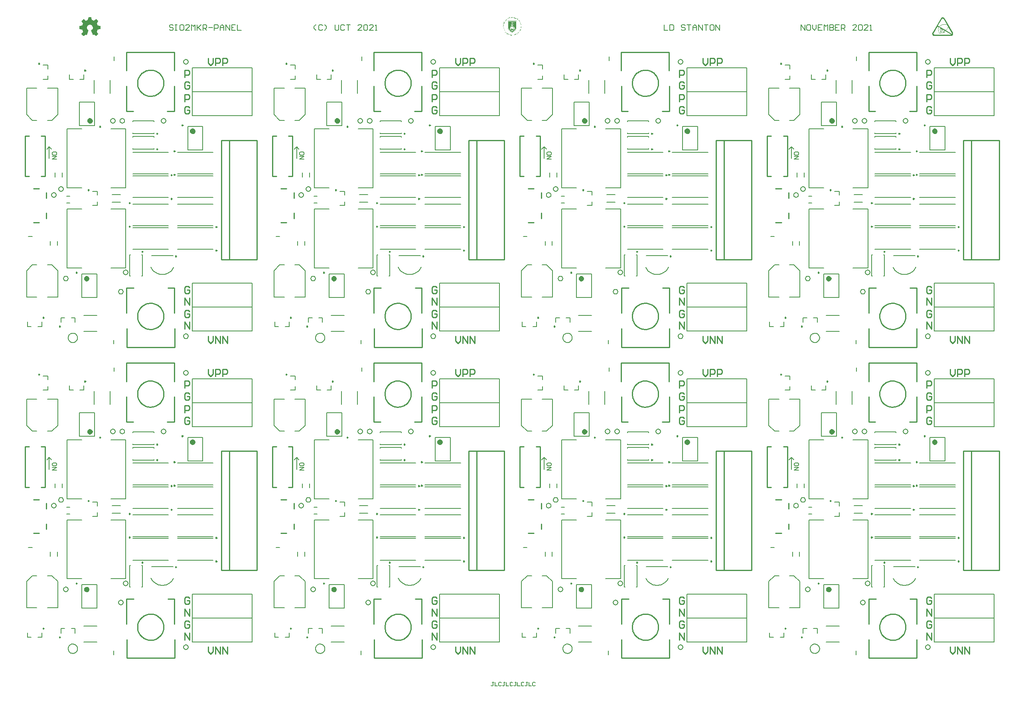
<source format=gto>
G04*
G04 #@! TF.GenerationSoftware,Altium Limited,Altium Designer,21.9.2 (33)*
G04*
G04 Layer_Color=65535*
%FSLAX25Y25*%
%MOIN*%
G70*
G04*
G04 #@! TF.SameCoordinates,92FC589E-7DC0-4DB0-8F66-2D7A547C6286*
G04*
G04*
G04 #@! TF.FilePolarity,Positive*
G04*
G01*
G75*
%ADD43C,0.02362*%
%ADD68C,0.00591*%
%ADD69C,0.00800*%
%ADD70C,0.00787*%
%ADD71C,0.00984*%
%ADD72C,0.01000*%
%ADD73C,0.00500*%
%ADD74C,0.00600*%
G36*
X409721Y567313D02*
X409722Y567307D01*
X409727Y567302D01*
X409736Y567299D01*
X409742Y567298D01*
X409761Y567296D01*
X409771Y567289D01*
X409774Y567283D01*
X409776Y567274D01*
X409774Y567264D01*
X409773Y567211D01*
X409771Y567207D01*
X409769Y567185D01*
X409768Y567169D01*
X409767Y567162D01*
X409765Y567159D01*
X409752Y567161D01*
X409745Y567164D01*
X409735Y567170D01*
X409730Y567172D01*
X409716Y567173D01*
X409689Y567172D01*
X409679Y567165D01*
X409676Y567163D01*
X409663Y567155D01*
X409659Y567150D01*
X409658Y567148D01*
X409651Y567135D01*
X409647Y567131D01*
X409644Y567124D01*
X409642Y567107D01*
X409638Y567096D01*
X409634Y567087D01*
X409632Y567064D01*
X409630Y566921D01*
X409627Y566885D01*
X409626Y566878D01*
X409628Y566874D01*
X409631Y566866D01*
X409638Y566863D01*
X409709Y566862D01*
X409745Y566860D01*
X409750Y566856D01*
X409749Y566842D01*
X409750Y566834D01*
X409748Y566830D01*
X409747Y566749D01*
X409745Y566745D01*
X409747Y566735D01*
X409745Y566730D01*
X409739Y566728D01*
X409726Y566729D01*
X409706Y566732D01*
X409674Y566736D01*
X409668Y566737D01*
X409627Y566739D01*
X409621Y566735D01*
X409618Y566728D01*
X409617Y566711D01*
X409615Y566617D01*
X409614Y566613D01*
X409613Y566578D01*
X409611Y566574D01*
X409609Y566541D01*
X409607Y566501D01*
X409606Y566463D01*
X409604Y566391D01*
X409604Y566307D01*
X409604Y566297D01*
X409603Y566293D01*
X409602Y566290D01*
X409599Y566288D01*
X409590Y566289D01*
X409583Y566292D01*
X409574Y566291D01*
X409569Y566292D01*
X409469Y566293D01*
X409458Y566292D01*
X409455Y566295D01*
X409456Y566311D01*
X409458Y566315D01*
X409456Y566319D01*
X409458Y566332D01*
X409460Y566362D01*
X409461Y566380D01*
X409462Y566396D01*
X409464Y566414D01*
X409465Y566441D01*
X409466Y566457D01*
Y566459D01*
X409467Y566522D01*
X409469Y566654D01*
X409471Y566706D01*
X409472Y566721D01*
X409473Y566731D01*
X409471Y566735D01*
X409470Y566738D01*
X409465Y566743D01*
X409460Y566744D01*
X409449Y566746D01*
X409445Y566744D01*
X409432Y566746D01*
X409425Y566743D01*
X409419Y566744D01*
X409417Y566750D01*
X409418Y566764D01*
X409423Y566803D01*
X409425Y566828D01*
X409428Y566861D01*
X409425Y566868D01*
X409428Y566874D01*
X409434Y566876D01*
X409451Y566875D01*
X409476Y566876D01*
X409480Y566879D01*
X409481Y566885D01*
X409483Y566959D01*
X409484Y566977D01*
X409486Y566991D01*
X409487Y567006D01*
X409488Y567018D01*
X409493Y567063D01*
X409494Y567088D01*
X409495Y567118D01*
X409497Y567125D01*
X409500Y567132D01*
X409506Y567146D01*
X409508Y567163D01*
X409509Y567170D01*
X409512Y567177D01*
X409519Y567187D01*
X409521Y567203D01*
X409523Y567208D01*
X409530Y567215D01*
X409533Y567222D01*
X409534Y567227D01*
X409541Y567235D01*
X409545Y567240D01*
X409550Y567246D01*
X409553Y567251D01*
X409556Y567252D01*
X409563Y567260D01*
X409565Y567263D01*
X409569Y567268D01*
X409572Y567269D01*
X409582Y567276D01*
X409584Y567279D01*
X409593Y567284D01*
X409600Y567286D01*
X409605Y567289D01*
X409609Y567294D01*
X409619Y567296D01*
X409643Y567298D01*
X409648Y567299D01*
X409653Y567301D01*
X409663Y567306D01*
X409665Y567314D01*
X409721Y567313D01*
D02*
G37*
G36*
X410763Y567086D02*
X410780Y567085D01*
X410791Y567080D01*
X410800Y567076D01*
X410809Y567074D01*
X410820Y567072D01*
X410825Y567071D01*
X410833Y567066D01*
X410835Y567063D01*
X410845Y567061D01*
X410857Y567059D01*
X410871Y567048D01*
X410877Y567047D01*
X410883Y567044D01*
X410891Y567038D01*
X410893Y567036D01*
X410898Y567035D01*
X410905Y567032D01*
X410911Y567027D01*
X410913Y567024D01*
X410915Y567022D01*
X410926Y567018D01*
X410931Y567015D01*
X410933Y567005D01*
X410932Y566979D01*
X410930Y566967D01*
X410928Y566962D01*
X410924Y566946D01*
X410922Y566941D01*
X410921Y566927D01*
X410920Y566918D01*
X410918Y566879D01*
X410917Y566875D01*
X410914Y566865D01*
X410909Y566848D01*
X410907Y566838D01*
X410906Y566815D01*
X410904Y566814D01*
X410902Y566816D01*
X410895Y566828D01*
X410889Y566834D01*
X410884Y566844D01*
X410879Y566847D01*
X410876Y566850D01*
X410874Y566853D01*
X410867Y566861D01*
X410865Y566861D01*
X410863Y566864D01*
X410856Y566872D01*
X410849Y566876D01*
X410846Y566881D01*
X410844Y566883D01*
X410841Y566884D01*
X410834Y566888D01*
X410826Y566896D01*
X410813Y566901D01*
X410808Y566904D01*
X410804Y566909D01*
X410793Y566911D01*
X410784Y566913D01*
X410779Y566917D01*
X410771Y566922D01*
X410757Y566924D01*
X410725Y566926D01*
X410717Y566927D01*
X410711Y566928D01*
X410697Y566929D01*
X410693Y566928D01*
X410675Y566926D01*
X410671Y566925D01*
X410641Y566923D01*
X410635Y566922D01*
X410624Y566915D01*
X410616Y566911D01*
X410604Y566909D01*
X410598Y566906D01*
X410596Y566904D01*
X410593Y566900D01*
X410586Y566898D01*
X410577Y566894D01*
X410570Y566887D01*
X410563Y566884D01*
X410560Y566883D01*
X410557Y566881D01*
X410555Y566878D01*
X410549Y566872D01*
X410546Y566870D01*
X410540Y566865D01*
X410539Y566863D01*
X410534Y566858D01*
X410531Y566856D01*
X410525Y566850D01*
X410524Y566848D01*
X410519Y566843D01*
X410516Y566842D01*
X410513Y566838D01*
X410509Y566831D01*
X410505Y566828D01*
X410502Y566826D01*
X410500Y566824D01*
X410494Y566812D01*
X410487Y566805D01*
X410485Y566798D01*
X410479Y566789D01*
X410476Y566788D01*
X410474Y566786D01*
X410472Y566776D01*
X410465Y566764D01*
X410461Y566760D01*
X410457Y566744D01*
X410455Y566739D01*
X410449Y566732D01*
X410447Y566726D01*
X410446Y566712D01*
X410441Y566699D01*
X410435Y566689D01*
X410433Y566671D01*
X410432Y566657D01*
X410430Y566638D01*
X410429Y566634D01*
X410426Y566623D01*
X410425Y566613D01*
X410424Y566591D01*
X410426Y566563D01*
X410428Y566559D01*
X410429Y566553D01*
X410432Y566537D01*
X410434Y566508D01*
X410435Y566502D01*
X410444Y566484D01*
X410446Y566479D01*
X410448Y566465D01*
X410451Y566460D01*
X410457Y566454D01*
X410459Y566447D01*
X410460Y566440D01*
X410462Y566435D01*
X410470Y566427D01*
X410475Y566414D01*
X410478Y566409D01*
X410483Y566406D01*
X410484Y566404D01*
X410490Y566393D01*
X410493Y566392D01*
X410498Y566387D01*
X410502Y566380D01*
X410505Y566377D01*
X410508Y566376D01*
X410513Y566371D01*
X410514Y566368D01*
X410518Y566365D01*
X410520Y566363D01*
X410526Y566359D01*
X410528Y566356D01*
X410533Y566351D01*
X410542Y566346D01*
X410549Y566339D01*
X410562Y566334D01*
X410570Y566327D01*
X410572Y566325D01*
X410578Y566324D01*
X410588Y566322D01*
X410596Y566317D01*
X410603Y566313D01*
X410608Y566311D01*
X410617Y566310D01*
X410635Y566308D01*
X410642Y566306D01*
X410660Y566300D01*
X410670Y566299D01*
X410705Y566300D01*
X410709Y566302D01*
X410722Y566306D01*
X410734Y566310D01*
X410753Y566311D01*
X410763Y566317D01*
X410767Y566321D01*
X410778Y566324D01*
X410787Y566326D01*
X410796Y566334D01*
X410801Y566336D01*
X410810Y566339D01*
X410814Y566342D01*
X410815Y566345D01*
X410826Y566351D01*
X410828Y566352D01*
X410831Y566354D01*
X410832Y566357D01*
X410835Y566361D01*
X410840Y566360D01*
X410839Y566349D01*
X410836Y566342D01*
X410833Y566333D01*
X410831Y566327D01*
X410829Y566317D01*
X410828Y566304D01*
X410826Y566267D01*
X410824Y566262D01*
X410819Y566247D01*
X410816Y566233D01*
X410815Y566219D01*
X410813Y566193D01*
X410813Y566193D01*
X410814Y566189D01*
X410813Y566178D01*
X410811Y566176D01*
X410805Y566174D01*
X410791Y566173D01*
X410779Y566166D01*
X410772Y566163D01*
X410767Y566162D01*
X410737Y566160D01*
X410729Y566158D01*
X410724Y566157D01*
X410712Y566154D01*
X410707Y566152D01*
X410689Y566151D01*
X410683Y566150D01*
X410653Y566148D01*
X410648Y566150D01*
X410622Y566152D01*
X410609Y566154D01*
X410603Y566156D01*
X410592Y566159D01*
X410582Y566160D01*
X410560Y566162D01*
X410548Y566169D01*
X410538Y566173D01*
X410524Y566174D01*
X410518Y566177D01*
X410515Y566180D01*
X410512Y566181D01*
X410508Y566185D01*
X410492Y566189D01*
X410485Y566193D01*
X410480Y566197D01*
X410474Y566200D01*
X410468Y566202D01*
X410462Y566206D01*
X410461Y566209D01*
X410459Y566211D01*
X410446Y566216D01*
X410437Y566225D01*
X410427Y566230D01*
X410424Y566234D01*
X410423Y566236D01*
X410420Y566237D01*
X410418Y566240D01*
X410415Y566241D01*
X410376Y566280D01*
X410374Y566283D01*
X410369Y566289D01*
X410367Y566291D01*
X410363Y566294D01*
X410362Y566297D01*
X410356Y566306D01*
X410354Y566306D01*
X410352Y566309D01*
X410350Y566312D01*
X410348Y566319D01*
X410344Y566325D01*
X410341Y566326D01*
X410339Y566328D01*
X410336Y566335D01*
X410330Y566345D01*
X410326Y566349D01*
X410324Y566356D01*
X410322Y566361D01*
X410318Y566368D01*
X410313Y566374D01*
X410310Y566383D01*
X410309Y566391D01*
X410299Y566405D01*
X410296Y566416D01*
X410294Y566429D01*
X410291Y566433D01*
X410289Y566435D01*
X410284Y566447D01*
X410283Y566469D01*
X410281Y566474D01*
X410272Y566494D01*
X410270Y566520D01*
X410268Y566554D01*
X410267Y566573D01*
X410266Y566611D01*
X410267Y566615D01*
X410269Y566649D01*
X410270Y566653D01*
X410272Y566693D01*
X410274Y566700D01*
X410278Y566709D01*
X410281Y566719D01*
X410283Y566724D01*
X410285Y566746D01*
X410289Y566756D01*
X410291Y566759D01*
X410292Y566761D01*
X410295Y566768D01*
X410296Y566778D01*
X410298Y566783D01*
X410300Y566791D01*
X410305Y566799D01*
X410307Y566801D01*
X410309Y566807D01*
X410310Y566816D01*
X410313Y566825D01*
X410321Y566832D01*
X410322Y566838D01*
X410324Y566846D01*
X410328Y566853D01*
X410335Y566860D01*
X410337Y566869D01*
X410339Y566874D01*
X410347Y566882D01*
X410350Y566889D01*
X410351Y566894D01*
X410352Y566895D01*
X410361Y566904D01*
X410362Y566909D01*
X410368Y566917D01*
X410374Y566923D01*
X410380Y566933D01*
X410383Y566936D01*
X410385Y566937D01*
X410387Y566939D01*
X410389Y566942D01*
X410391Y566945D01*
X410400Y566955D01*
X410405Y566963D01*
X410408Y566965D01*
X410411Y566967D01*
X410413Y566969D01*
X410418Y566974D01*
X410420Y566976D01*
X410422Y566979D01*
X410424Y566980D01*
X410432Y566987D01*
X410432Y566989D01*
X410435Y566991D01*
X410438Y566994D01*
X410447Y566998D01*
X410448Y567001D01*
X410453Y567006D01*
X410463Y567011D01*
X410466Y567016D01*
X410469Y567020D01*
X410478Y567023D01*
X410483Y567026D01*
X410487Y567030D01*
X410490Y567032D01*
X410494Y567033D01*
X410504Y567039D01*
X410507Y567043D01*
X410516Y567047D01*
X410526Y567048D01*
X410535Y567058D01*
X410544Y567060D01*
X410556Y567062D01*
X410571Y567072D01*
X410580Y567073D01*
X410596Y567075D01*
X410603Y567078D01*
X410613Y567084D01*
X410627Y567085D01*
X410645Y567087D01*
X410700Y567088D01*
X410763Y567086D01*
D02*
G37*
G36*
X406776Y566787D02*
X406780Y566785D01*
X406789Y566784D01*
X406800Y566783D01*
X406808Y566776D01*
X406809Y566774D01*
X406821Y566768D01*
X406828Y566760D01*
X406830Y566757D01*
X406832Y566754D01*
X406835Y566752D01*
X406839Y566748D01*
X406842Y566741D01*
X406844Y566732D01*
X406846Y566727D01*
X406849Y566724D01*
X406850Y566722D01*
X406853Y566715D01*
X406854Y566709D01*
X406853Y566668D01*
X406844Y566653D01*
X406842Y566648D01*
X406839Y566641D01*
X406832Y566633D01*
X406830Y566633D01*
X406826Y566626D01*
X406824Y566624D01*
X406811Y566619D01*
X406803Y566611D01*
X406793Y566608D01*
X406761Y566608D01*
X406737Y566609D01*
X406731Y566611D01*
X406723Y566617D01*
X406714Y566621D01*
X406705Y566626D01*
X406704Y566628D01*
X406699Y566633D01*
X406696Y566635D01*
X406693Y566638D01*
X406691Y566645D01*
X406686Y566653D01*
X406682Y566657D01*
X406680Y566663D01*
X406679Y566676D01*
X406678Y566682D01*
X406672Y566700D01*
Y566712D01*
X406673Y566713D01*
X406674Y566718D01*
X406678Y566730D01*
X406680Y566741D01*
X406681Y566747D01*
X406685Y566752D01*
X406692Y566759D01*
X406697Y566768D01*
X406708Y566775D01*
X406714Y566781D01*
X406724Y566784D01*
X406737Y566785D01*
X406743Y566787D01*
X406752Y566788D01*
X406776Y566787D01*
D02*
G37*
G36*
X408079Y566771D02*
X408080Y566765D01*
X408078Y566746D01*
X408077Y566733D01*
X408068Y566715D01*
X408066Y566706D01*
X408065Y566688D01*
X408064Y566673D01*
X408061Y566666D01*
X408055Y566652D01*
X408053Y566642D01*
X408052Y566637D01*
X408051Y566612D01*
X408042Y566594D01*
X408041Y566589D01*
X408040Y566579D01*
X408038Y566561D01*
X408037Y566550D01*
X408029Y566533D01*
X408026Y566516D01*
X408025Y566491D01*
X408015Y566471D01*
X408014Y566461D01*
X408012Y566447D01*
X408011Y566431D01*
X408008Y566424D01*
X408007Y566422D01*
X408003Y566412D01*
X408001Y566406D01*
X408000Y566397D01*
X407998Y566371D01*
X407995Y566365D01*
X407989Y566350D01*
X407986Y566331D01*
X407985Y566311D01*
X407982Y566304D01*
X407975Y566289D01*
X407972Y566261D01*
X407971Y566249D01*
X407963Y566231D01*
X407962Y566222D01*
X407960Y566216D01*
X407959Y566189D01*
X407949Y566168D01*
X407948Y566163D01*
X407946Y566137D01*
X407944Y566128D01*
X407942Y566121D01*
X407935Y566106D01*
X407931Y566065D01*
X407923Y566047D01*
X407922Y566042D01*
X407920Y566024D01*
X407919Y566008D01*
X407911Y565990D01*
X407908Y565979D01*
X407906Y565951D01*
X407905Y565945D01*
X407897Y565928D01*
X407894Y565912D01*
X407893Y565889D01*
X407892Y565884D01*
X407884Y565867D01*
X407882Y565857D01*
X407881Y565843D01*
X407879Y565826D01*
X407872Y565816D01*
X407869Y565812D01*
X407866Y565811D01*
X407857Y565807D01*
X407826Y565805D01*
X407818Y565804D01*
X407812Y565802D01*
X407801Y565798D01*
X407790Y565795D01*
X407776Y565793D01*
X407748Y565791D01*
X407740Y565789D01*
X407735Y565788D01*
X407727Y565782D01*
X407724Y565784D01*
X407722Y565786D01*
X407726Y565793D01*
X407730Y565802D01*
X407731Y565820D01*
X407733Y565831D01*
Y565832D01*
X407734Y565842D01*
X407742Y565860D01*
X407744Y565869D01*
X407745Y565875D01*
X407747Y565901D01*
X407755Y565919D01*
X407756Y565924D01*
X407757Y565934D01*
X407760Y565958D01*
X407764Y565969D01*
X407767Y565976D01*
X407770Y565986D01*
X407771Y566000D01*
X407772Y566020D01*
X407782Y566041D01*
X407783Y566054D01*
X407785Y566060D01*
X407786Y566082D01*
X407794Y566100D01*
X407796Y566105D01*
X407797Y566115D01*
X407799Y566140D01*
X407803Y566151D01*
X407808Y566163D01*
X407809Y566168D01*
X407811Y566186D01*
X407813Y566202D01*
X407814Y566206D01*
X407812Y566211D01*
X407810Y566221D01*
X407805Y566226D01*
X407802Y566228D01*
X407800Y566230D01*
X407793Y566242D01*
X407786Y566249D01*
X407781Y566258D01*
X407771Y566268D01*
X407767Y566275D01*
X407760Y566282D01*
X407759Y566285D01*
X407752Y566294D01*
X407747Y566300D01*
X407744Y566306D01*
X407739Y566313D01*
X407736Y566314D01*
X407734Y566316D01*
X407728Y566328D01*
X407725Y566329D01*
X407719Y566335D01*
X407714Y566345D01*
X407707Y566352D01*
X407701Y566361D01*
X407694Y566368D01*
X407689Y566378D01*
X407679Y566387D01*
X407675Y566394D01*
X407667Y566402D01*
X407664Y566411D01*
X407655Y566420D01*
X407649Y566430D01*
X407640Y566439D01*
X407635Y566446D01*
X407627Y566454D01*
X407622Y566464D01*
X407615Y566471D01*
X407608Y566483D01*
X407603Y566487D01*
X407596Y566498D01*
X407587Y566506D01*
X407582Y566516D01*
X407575Y566523D01*
X407570Y566533D01*
X407563Y566539D01*
X407557Y566549D01*
X407548Y566559D01*
X407542Y566568D01*
X407538Y566571D01*
X407537Y566574D01*
X407531Y566583D01*
X407522Y566593D01*
X407520Y566598D01*
X407508Y566611D01*
X407504Y566617D01*
X407497Y566624D01*
X407491Y566636D01*
X407488Y566637D01*
X407483Y566642D01*
X407485Y566649D01*
X407491Y566651D01*
X407520Y566653D01*
X407529Y566654D01*
X407540Y566659D01*
X407542Y566661D01*
X407551Y566663D01*
X407557Y566665D01*
X407584Y566666D01*
X407588Y566668D01*
X407596Y566670D01*
X407603Y566673D01*
X407613Y566677D01*
X407627Y566678D01*
X407651Y566679D01*
X407655Y566676D01*
X407659Y566667D01*
X407663Y566660D01*
X407670Y566653D01*
X407671Y566648D01*
X407677Y566640D01*
X407682Y566635D01*
X407687Y566622D01*
X407696Y566613D01*
X407698Y566607D01*
X407705Y566599D01*
X407708Y566596D01*
X407713Y566582D01*
X407722Y566574D01*
X407729Y566561D01*
X407734Y566556D01*
X407737Y566549D01*
X407738Y566543D01*
X407743Y566539D01*
X407745Y566538D01*
X407747Y566535D01*
X407749Y566533D01*
X407751Y566527D01*
X407757Y566519D01*
X407760Y566516D01*
X407766Y566502D01*
X407770Y566498D01*
X407772Y566497D01*
X407774Y566494D01*
X407781Y566482D01*
X407786Y566476D01*
X407792Y566463D01*
X407795Y566459D01*
X407798Y566458D01*
X407800Y566456D01*
X407808Y566441D01*
X407812Y566437D01*
X407814Y566434D01*
X407815Y566430D01*
X407820Y566421D01*
X407823Y566420D01*
X407826Y566416D01*
X407829Y566409D01*
X407830Y566404D01*
X407833Y566397D01*
X407846Y566392D01*
X407851Y566391D01*
X407857Y566392D01*
X407860Y566394D01*
X407862Y566400D01*
X407865Y566447D01*
X407866Y566452D01*
X407869Y566459D01*
X407874Y566471D01*
X407875Y566476D01*
X407877Y566498D01*
X407878Y566515D01*
X407885Y566530D01*
X407888Y566539D01*
X407889Y566549D01*
X407891Y566577D01*
X407893Y566585D01*
X407899Y566597D01*
X407901Y566608D01*
X407903Y566622D01*
X407904Y566643D01*
X407905Y566648D01*
X407908Y566654D01*
X407912Y566664D01*
X407915Y566675D01*
X407916Y566701D01*
X407918Y566712D01*
X407920Y566719D01*
X407922Y566722D01*
X407925Y566728D01*
X407926Y566738D01*
X407929Y566743D01*
X407935Y566744D01*
X407964Y566746D01*
X407971Y566748D01*
X407973Y566750D01*
X407980Y566754D01*
X407990Y566756D01*
X408018Y566759D01*
X408025Y566760D01*
X408031Y566763D01*
X408046Y566769D01*
X408051Y566770D01*
X408072Y566772D01*
X408073Y566773D01*
X408079Y566771D01*
D02*
G37*
G36*
X409012Y566877D02*
X409055Y566875D01*
X409060Y566874D01*
X409067Y566871D01*
X409071Y566867D01*
X409078Y566865D01*
X409094Y566862D01*
X409099Y566861D01*
X409109Y566854D01*
X409112Y566851D01*
X409126Y566848D01*
X409134Y566841D01*
X409136Y566839D01*
X409143Y566836D01*
X409150Y566832D01*
X409154Y566828D01*
X409154Y566826D01*
X409169Y566818D01*
X409173Y566813D01*
X409175Y566811D01*
X409177Y566810D01*
X409180Y566807D01*
X409182Y566807D01*
X409184Y566804D01*
X409197Y566790D01*
X409201Y566784D01*
X409204Y566783D01*
X409208Y566778D01*
X409210Y566772D01*
X409216Y566763D01*
X409219Y566762D01*
X409223Y566753D01*
X409229Y566744D01*
X409233Y566739D01*
X409236Y566730D01*
X409237Y566724D01*
X409238Y566722D01*
X409247Y566709D01*
X409249Y566698D01*
X409251Y566685D01*
X409254Y566683D01*
X409255Y566680D01*
X409258Y566678D01*
X409259Y566672D01*
X409260Y566668D01*
X409262Y566663D01*
X409263Y566631D01*
X409265Y566627D01*
X409267Y566614D01*
X409268Y566603D01*
X409269Y566591D01*
X409270Y566543D01*
X409269Y566539D01*
X409267Y566530D01*
X409266Y566524D01*
X409264Y566511D01*
X409263Y566498D01*
X409260Y566474D01*
X409254Y566461D01*
X409251Y566454D01*
X409249Y566449D01*
X409247Y566436D01*
X409243Y566428D01*
X409238Y566424D01*
X409236Y566417D01*
X409235Y566411D01*
X409233Y566406D01*
X409226Y566400D01*
X409221Y566386D01*
X409211Y566376D01*
X409206Y566367D01*
X409197Y566359D01*
X409196Y566356D01*
X409193Y566353D01*
X409192Y566350D01*
X409190Y566348D01*
X409187Y566347D01*
X409180Y566339D01*
X409178Y566337D01*
X409176Y566334D01*
X409167Y566329D01*
X409157Y566319D01*
X409147Y566314D01*
X409140Y566307D01*
X409135Y566306D01*
X409126Y566302D01*
X409119Y566295D01*
X409109Y566292D01*
X409100Y566290D01*
X409097Y566289D01*
X409096Y566286D01*
X409087Y566281D01*
X409078Y566280D01*
X409064Y566278D01*
X409056Y566274D01*
X409043Y566269D01*
X409038Y566267D01*
X409016Y566266D01*
X408927Y566267D01*
X408917Y566273D01*
X408916D01*
X408906Y566277D01*
X408897Y566278D01*
X408891Y566280D01*
X408879Y566281D01*
X408869Y566288D01*
X408867Y566291D01*
X408855Y566293D01*
X408849Y566294D01*
X408845Y566297D01*
X408838Y566304D01*
X408829Y566306D01*
X408821Y566312D01*
X408819Y566315D01*
X408809Y566321D01*
X408806Y566322D01*
X408797Y566332D01*
X408790Y566336D01*
X408778Y566348D01*
X408775Y566350D01*
X408769Y566358D01*
X408759Y566368D01*
X408754Y566378D01*
X408751Y566380D01*
X408747Y566385D01*
X408743Y566394D01*
X408741Y566397D01*
X408736Y566402D01*
X408734Y566405D01*
X408732Y566412D01*
X408730Y566420D01*
X408727Y566422D01*
X408726Y566424D01*
X408723Y566427D01*
X408722Y566430D01*
X408719Y566437D01*
X408718Y566442D01*
X408716Y566454D01*
X408714Y566456D01*
X408712Y566459D01*
X408708Y566463D01*
X408706Y566474D01*
X408704Y566496D01*
X408703Y566500D01*
X408698Y566513D01*
X408695Y566524D01*
X408693Y566530D01*
X408692Y566556D01*
X408693Y566634D01*
X408695Y566638D01*
X408703Y566659D01*
X408706Y566678D01*
X408707Y566690D01*
X408714Y566700D01*
X408716Y566707D01*
X408718Y566712D01*
X408720Y566721D01*
X408723Y566726D01*
X408726Y566728D01*
X408727Y566731D01*
X408732Y566741D01*
X408733Y566746D01*
X408743Y566756D01*
X408745Y566763D01*
X408749Y566770D01*
X408751Y566772D01*
X408755Y566775D01*
X408756Y566778D01*
X408762Y566785D01*
X408770Y566793D01*
X408771Y566796D01*
X408775Y566799D01*
X408778Y566800D01*
X408781Y566804D01*
X408782Y566807D01*
X408786Y566810D01*
X408788Y566811D01*
X408795Y566816D01*
X408796Y566819D01*
X408799Y566822D01*
X408809Y566828D01*
X408814Y566833D01*
X408828Y566839D01*
X408836Y566847D01*
X408846Y566850D01*
X408853Y566852D01*
X408858Y566855D01*
X408861Y566858D01*
X408864Y566859D01*
X408871Y566862D01*
X408886Y566864D01*
X408895Y566867D01*
X408904Y566873D01*
X408912Y566875D01*
X408939Y566876D01*
X408962Y566878D01*
X409008Y566878D01*
X409012Y566877D01*
D02*
G37*
G36*
X406555Y566322D02*
X406562Y566318D01*
X406565Y566315D01*
X406567Y566305D01*
X406565Y566295D01*
X406564Y566287D01*
X406555Y566267D01*
X406553Y566261D01*
X406552Y566239D01*
X406545Y566224D01*
X406542Y566217D01*
X406539Y566214D01*
X406533Y566213D01*
X406507Y566225D01*
X406494Y566226D01*
X406467Y566225D01*
X406452Y566215D01*
X406444Y566213D01*
X406436Y566209D01*
X406429Y566200D01*
X406426Y566199D01*
X406423Y566195D01*
X406418Y566182D01*
X406415Y566178D01*
X406409Y566165D01*
X406411Y566149D01*
X406417Y566141D01*
X406420Y566138D01*
X406425Y566129D01*
X406428Y566128D01*
X406437Y566122D01*
X406444Y566115D01*
X406450Y566114D01*
X406459Y566113D01*
X406479Y566111D01*
X406498Y566108D01*
X406507Y566107D01*
X406560Y566108D01*
X406565Y566106D01*
X406581Y566102D01*
X406599Y566100D01*
X406618Y566099D01*
X406623Y566097D01*
X406624Y566096D01*
X406633Y566089D01*
X406643Y566086D01*
X406652Y566085D01*
X406655Y566082D01*
X406658Y566081D01*
X406663Y566076D01*
X406676Y566069D01*
X406678Y566067D01*
X406679Y566064D01*
X406681Y566062D01*
X406684Y566060D01*
X406688Y566056D01*
X406691Y566055D01*
X406694Y566052D01*
X406696Y566049D01*
X406703Y566039D01*
X406706Y566037D01*
X406708Y566035D01*
X406709Y566032D01*
X406717Y566017D01*
X406722Y566013D01*
X406724Y566002D01*
X406728Y565993D01*
X406733Y565989D01*
X406735Y565982D01*
X406737Y565972D01*
X406738Y565953D01*
X406739Y565949D01*
X406741Y565943D01*
X406743Y565933D01*
X406744Y565925D01*
X406745Y565912D01*
X406743Y565908D01*
X406742Y565895D01*
X406740Y565888D01*
X406739Y565882D01*
X406736Y565858D01*
X406735Y565852D01*
X406729Y565844D01*
X406727Y565842D01*
X406724Y565835D01*
X406722Y565826D01*
X406719Y565821D01*
X406713Y565816D01*
X406705Y565801D01*
X406702Y565800D01*
X406702Y565797D01*
X406700Y565797D01*
X406698Y565794D01*
X406692Y565787D01*
X406680Y565775D01*
X406679Y565772D01*
X406676Y565769D01*
X406673Y565767D01*
X406663Y565760D01*
X406662Y565758D01*
X406659Y565756D01*
X406657Y565754D01*
X406651Y565752D01*
X406641Y565743D01*
X406635Y565740D01*
X406628Y565738D01*
X406622Y565734D01*
X406621Y565732D01*
X406618Y565730D01*
X406611Y565728D01*
X406598Y565726D01*
X406587Y565719D01*
X406580Y565715D01*
X406574Y565714D01*
X406543Y565712D01*
X406539Y565711D01*
X406513Y565710D01*
X406499Y565711D01*
X406481Y565712D01*
X406476Y565714D01*
X406451Y565715D01*
X406441Y565721D01*
X406439Y565723D01*
X406432Y565726D01*
X406418Y565728D01*
X406409Y565734D01*
X406404Y565738D01*
X406402Y565740D01*
X406398Y565743D01*
X406400Y565750D01*
X406404Y565760D01*
X406405Y565779D01*
X406412Y565791D01*
X406415Y565798D01*
X406416Y565808D01*
X406418Y565826D01*
X406421Y565833D01*
X406426Y565841D01*
X406433Y565841D01*
X406443Y565837D01*
X406461Y565835D01*
X406468Y565832D01*
X406470Y565830D01*
X406480Y565826D01*
X406489Y565825D01*
X406520Y565824D01*
X406533Y565825D01*
X406544Y565826D01*
X406555Y565833D01*
X406562Y565836D01*
X406571Y565839D01*
X406576Y565843D01*
X406581Y565848D01*
X406584Y565849D01*
X406594Y565860D01*
X406596Y565863D01*
X406600Y565867D01*
X406603Y565882D01*
X406606Y565894D01*
X406605Y565906D01*
X406602Y565913D01*
X406599Y565933D01*
X406597Y565935D01*
X406596Y565938D01*
X406591Y565942D01*
X406590Y565945D01*
X406587Y565947D01*
X406587Y565949D01*
X406584Y565951D01*
X406576Y565959D01*
X406573Y565961D01*
X406566Y565963D01*
X406561Y565965D01*
X406552Y565967D01*
X406536Y565971D01*
X406526Y565973D01*
X406504Y565974D01*
X406424Y565976D01*
X406420Y565977D01*
X406393Y565978D01*
X406384Y565985D01*
X406381Y565988D01*
X406371Y565989D01*
X406365Y565992D01*
X406360Y565995D01*
X406358Y565998D01*
X406356Y566000D01*
X406354Y566002D01*
X406344Y566008D01*
X406332Y566021D01*
X406329Y566022D01*
X406327Y566024D01*
X406320Y566037D01*
X406317Y566040D01*
X406315Y566041D01*
X406313Y566043D01*
X406311Y566050D01*
X406309Y566058D01*
X406301Y566065D01*
X406298Y566072D01*
X406297Y566091D01*
X406287Y566112D01*
X406286Y566126D01*
X406287Y566182D01*
X406293Y566190D01*
X406297Y566200D01*
X406298Y566216D01*
X406302Y566223D01*
X406308Y566228D01*
X406309Y566234D01*
X406313Y566243D01*
X406323Y566253D01*
X406327Y566260D01*
X406332Y566266D01*
X406334Y566267D01*
X406339Y566271D01*
X406341Y566273D01*
X406352Y566284D01*
X406355Y566285D01*
X406363Y566291D01*
X406365Y566293D01*
X406371Y566296D01*
X406383Y566299D01*
X406389Y566306D01*
X406396Y566308D01*
X406402Y566310D01*
X406425Y566311D01*
X406429Y566313D01*
X406455Y566321D01*
X406461Y566322D01*
X406487Y566324D01*
X406555Y566322D01*
D02*
G37*
G36*
X407230Y566781D02*
X407231Y566778D01*
X407235Y566768D01*
X407237Y566747D01*
X407239Y566741D01*
X407242Y566735D01*
X407244Y566733D01*
X407248Y566723D01*
X407249Y566717D01*
X407252Y566694D01*
X407259Y566685D01*
X407261Y566678D01*
X407263Y566668D01*
X407264Y566652D01*
X407272Y566638D01*
X407275Y566628D01*
X407276Y566611D01*
X407281Y566604D01*
X407283Y566602D01*
X407288Y566600D01*
X407302Y566599D01*
X407311Y566600D01*
X407317Y566602D01*
X407326Y566605D01*
X407336Y566611D01*
X407354Y566613D01*
X407366Y566614D01*
X407374Y566619D01*
X407381Y566615D01*
X407383Y566593D01*
X407390Y566582D01*
X407393Y566575D01*
X407394Y566565D01*
X407396Y566550D01*
X407401Y566541D01*
X407407Y566528D01*
X407408Y566513D01*
X407409Y566509D01*
X407408Y566500D01*
X407405Y566496D01*
X407402Y566495D01*
X407395Y566492D01*
X407389Y566491D01*
X407368Y566489D01*
X407360Y566487D01*
X407355Y566485D01*
X407340Y566478D01*
X407335Y566477D01*
X407327Y566475D01*
X407323Y566472D01*
X407322Y566466D01*
X407324Y566461D01*
X407327Y566453D01*
X407329Y566447D01*
X407330Y566431D01*
X407335Y566422D01*
X407341Y566409D01*
X407343Y566391D01*
X407344Y566385D01*
X407348Y566380D01*
X407353Y566368D01*
X407355Y566363D01*
X407357Y566346D01*
X407359Y566339D01*
X407362Y566337D01*
X407363Y566334D01*
X407367Y566324D01*
X407368Y566315D01*
X407370Y566302D01*
X407375Y566293D01*
X407381Y566280D01*
X407383Y566262D01*
X407385Y566255D01*
X407389Y566250D01*
X407393Y566241D01*
X407394Y566231D01*
X407396Y566217D01*
X407405Y566202D01*
X407408Y566183D01*
X407410Y566173D01*
X407419Y566156D01*
X407420Y566150D01*
X407423Y566130D01*
X407433Y566115D01*
X407434Y566097D01*
X407436Y566089D01*
X407438Y566084D01*
X407444Y566076D01*
X407446Y566067D01*
X407448Y566054D01*
X407450Y566047D01*
X407446Y566041D01*
X407442Y566037D01*
X407433Y566032D01*
X407414Y566029D01*
X407404Y566027D01*
X407399Y566023D01*
X407392Y566019D01*
X407381Y566017D01*
X407367Y566015D01*
X407360Y566012D01*
X407350Y566006D01*
X407333Y566003D01*
X407324Y566002D01*
X407317Y565999D01*
X407313Y566002D01*
X407311Y566012D01*
X407309Y566028D01*
X407304Y566038D01*
X407301Y566041D01*
X407298Y566052D01*
X407296Y566069D01*
X407294Y566076D01*
X407288Y566086D01*
X407285Y566097D01*
X407283Y566113D01*
X407278Y566123D01*
X407272Y566135D01*
X407270Y566157D01*
X407260Y566172D01*
X407259Y566186D01*
X407257Y566199D01*
X407250Y566210D01*
X407246Y566219D01*
X407245Y566232D01*
X407243Y566241D01*
X407241Y566246D01*
X407235Y566254D01*
X407233Y566265D01*
X407231Y566281D01*
X407229Y566287D01*
X407226Y566291D01*
X407220Y566304D01*
X407219Y566309D01*
X407218Y566326D01*
X407212Y566335D01*
X407207Y566348D01*
X407205Y566361D01*
X407204Y566369D01*
X407194Y566385D01*
X407193Y566398D01*
X407191Y566410D01*
X407190Y566415D01*
X407183Y566424D01*
X407177Y566425D01*
X407146Y566424D01*
X407138Y566417D01*
X407135Y566414D01*
X407128Y566415D01*
X407126Y566422D01*
X407124Y566434D01*
X407118Y566443D01*
X407115Y566450D01*
X407114Y566468D01*
X407111Y566476D01*
X407109Y566482D01*
X407107Y566484D01*
X407105Y566487D01*
X407102Y566494D01*
X407101Y566500D01*
X407099Y566518D01*
X407096Y566523D01*
X407093Y566530D01*
X407094Y566534D01*
X407096Y566536D01*
X407105Y566538D01*
X407109Y566541D01*
X407111Y566543D01*
X407118Y566545D01*
X407129Y566547D01*
X407131D01*
X407136Y566548D01*
X407139Y566550D01*
X407141Y566556D01*
X407142Y566560D01*
X407141Y566564D01*
X407139Y566582D01*
X407136Y566589D01*
X407134Y566591D01*
X407133Y566594D01*
X407128Y566604D01*
X407127Y566609D01*
X407125Y566625D01*
X407120Y566633D01*
X407115Y566645D01*
X407114Y566654D01*
X407111Y566666D01*
X407108Y566671D01*
X407104Y566678D01*
X407101Y566687D01*
X407098Y566705D01*
X407092Y566715D01*
X407089Y566724D01*
X407087Y566732D01*
X407085Y566738D01*
X407087Y566743D01*
X407098Y566746D01*
X407113Y566747D01*
X407116Y566750D01*
X407118Y566751D01*
X407121Y566754D01*
X407131Y566756D01*
X407144Y566758D01*
X407155Y566760D01*
X407162Y566765D01*
X407172Y566769D01*
X407177Y566770D01*
X407195Y566772D01*
X407210Y566780D01*
X407217Y566783D01*
X407222Y566784D01*
X407230Y566781D01*
D02*
G37*
G36*
X406077Y566139D02*
X406080Y566131D01*
X406079Y566120D01*
X406087Y566105D01*
X406091Y566095D01*
X406094Y566074D01*
X406102Y566060D01*
X406105Y566050D01*
X406106Y566034D01*
X406108Y566030D01*
X406109Y566027D01*
X406119Y566013D01*
X406117Y566005D01*
X406115Y566003D01*
X406089Y566004D01*
X406085Y566003D01*
X406069Y566002D01*
X406059Y565996D01*
X406056Y565993D01*
X406043Y565989D01*
X406040Y565988D01*
X406032Y565982D01*
X406029Y565978D01*
X406019Y565973D01*
X406015Y565968D01*
X406013Y565965D01*
X406002Y565954D01*
X406000Y565947D01*
X405993Y565935D01*
X405990Y565932D01*
X405987Y565923D01*
X405986Y565883D01*
X405987Y565879D01*
X405989Y565847D01*
X405994Y565838D01*
X406000Y565826D01*
X406002Y565810D01*
X406006Y565802D01*
X406009Y565800D01*
X406010Y565797D01*
X406012Y565793D01*
X406013Y565787D01*
X406015Y565779D01*
X406021Y565771D01*
X406023Y565769D01*
X406026Y565763D01*
X406028Y565750D01*
X406037Y565742D01*
X406039Y565732D01*
X406041Y565727D01*
X406042Y565724D01*
X406047Y565719D01*
X406049Y565716D01*
X406052Y565709D01*
X406053Y565704D01*
X406059Y565694D01*
X406063Y565690D01*
X406065Y565680D01*
X406067Y565675D01*
X406068Y565672D01*
X406074Y565664D01*
X406076Y565662D01*
X406079Y565653D01*
X406081Y565645D01*
X406087Y565639D01*
X406089Y565636D01*
X406091Y565630D01*
X406094Y565619D01*
X406102Y565610D01*
X406105Y565601D01*
X406106Y565595D01*
X406108Y565593D01*
X406113Y565587D01*
X406115Y565584D01*
X406117Y565578D01*
X406119Y565572D01*
X406124Y565562D01*
X406128Y565558D01*
X406131Y565549D01*
X406135Y565540D01*
X406141Y565534D01*
X406139Y565524D01*
X406136Y565521D01*
X406133Y565519D01*
X406129Y565518D01*
X406123Y565517D01*
X406115Y565513D01*
X406109Y565507D01*
X406106Y565506D01*
X406102Y565504D01*
X406093Y565502D01*
X406088Y565500D01*
X406080Y565492D01*
X406071Y565490D01*
X406065Y565488D01*
X406061Y565485D01*
X406055Y565480D01*
X406044Y565477D01*
X406037Y565474D01*
X406035Y565471D01*
X406032Y565471D01*
X406032Y565469D01*
X406019Y565463D01*
X406014Y565462D01*
X406010Y565464D01*
X406008Y565471D01*
X406006Y565479D01*
X405998Y565487D01*
X405995Y565497D01*
X405993Y565504D01*
X405986Y565512D01*
X405983Y565520D01*
X405981Y565529D01*
X405979Y565534D01*
X405972Y565541D01*
X405969Y565550D01*
X405967Y565559D01*
X405960Y565567D01*
X405957Y565573D01*
X405955Y565582D01*
X405952Y565589D01*
X405947Y565593D01*
X405946Y565595D01*
X405943Y565602D01*
X405941Y565613D01*
X405938Y565617D01*
X405935Y565619D01*
X405934Y565621D01*
X405930Y565631D01*
X405928Y565639D01*
X405922Y565647D01*
X405920Y565649D01*
X405917Y565656D01*
X405915Y565668D01*
X405906Y565676D01*
X405902Y565693D01*
X405896Y565700D01*
X405894Y565702D01*
X405891Y565709D01*
X405889Y565721D01*
X405882Y565728D01*
X405878Y565738D01*
X405876Y565746D01*
X405870Y565754D01*
X405865Y565763D01*
X405864Y565768D01*
X405862Y565775D01*
X405860Y565778D01*
X405858Y565780D01*
X405856Y565783D01*
X405854Y565786D01*
X405852Y565793D01*
X405850Y565798D01*
X405845Y565808D01*
X405842Y565810D01*
X405841Y565813D01*
X405838Y565820D01*
X405836Y565828D01*
X405830Y565836D01*
X405826Y565845D01*
X405824Y565854D01*
X405822Y565858D01*
X405815Y565866D01*
X405813Y565868D01*
X405810Y565882D01*
X405805Y565890D01*
X405801Y565894D01*
X405798Y565904D01*
X405796Y565911D01*
X405789Y565919D01*
X405787Y565921D01*
X405785Y565929D01*
X405784Y565936D01*
X405782Y565941D01*
X405781Y565941D01*
X405780Y565942D01*
X405775Y565947D01*
X405772Y565954D01*
X405771Y565965D01*
X405761Y565975D01*
X405760Y565980D01*
X405761Y565986D01*
X405767Y565992D01*
X405777Y565995D01*
X405782Y565996D01*
X405789Y566000D01*
X405793Y566004D01*
X405796Y566006D01*
X405800Y566007D01*
X405806Y566008D01*
X405815Y566012D01*
X405822Y566019D01*
X405831Y566021D01*
X405836Y566023D01*
X405844Y566028D01*
X405848Y566032D01*
X405858Y566035D01*
X405867Y566038D01*
X405873Y566044D01*
X405880Y566047D01*
X405888Y566049D01*
X405894Y566045D01*
X405898Y566036D01*
X405904Y566030D01*
X405905Y566027D01*
X405908Y566020D01*
X405909Y566015D01*
X405914Y566008D01*
X405917Y566007D01*
X405928Y565996D01*
X405939Y565998D01*
X405941Y566000D01*
X405942Y566005D01*
X405943Y566046D01*
X405949Y566056D01*
X405953Y566060D01*
X405959Y566075D01*
X405968Y566084D01*
X405969Y566087D01*
X405976Y566095D01*
X405980Y566099D01*
X405982Y566100D01*
X405990Y566106D01*
X405991Y566109D01*
X405998Y566113D01*
X406006Y566116D01*
X406008Y566118D01*
X406011Y566119D01*
X406015Y566123D01*
X406026Y566126D01*
X406037Y566128D01*
X406041Y566130D01*
X406047Y566136D01*
X406056Y566138D01*
X406074Y566140D01*
X406077Y566139D01*
D02*
G37*
G36*
X411336Y566613D02*
X411374Y566611D01*
X411394Y566602D01*
X411400Y566600D01*
X411413Y566598D01*
X411421Y566593D01*
X411426Y566588D01*
X411437Y566584D01*
X411445Y566576D01*
X411457Y566569D01*
X411461Y566564D01*
X411464Y566561D01*
X411467Y566559D01*
X411472Y566554D01*
X411473Y566552D01*
X411484Y566541D01*
X411485Y566535D01*
X411492Y566528D01*
X411496Y566523D01*
X411498Y566517D01*
X411502Y566506D01*
X411510Y566499D01*
X411512Y566498D01*
X411522Y566494D01*
X411527Y566495D01*
X411531Y566498D01*
X411532Y566504D01*
X411533Y566517D01*
X411535Y566533D01*
X411538Y566537D01*
X411548Y566536D01*
X411552Y566535D01*
X411557Y566533D01*
X411570Y566532D01*
X411579Y566526D01*
X411589Y566522D01*
X411598Y566521D01*
X411610Y566519D01*
X411622Y566513D01*
X411631Y566508D01*
X411645Y566507D01*
X411655Y566505D01*
X411663Y566500D01*
X411666Y566498D01*
X411668Y566496D01*
X411672Y566493D01*
X411670Y566482D01*
X411669Y566478D01*
X411668Y566463D01*
X411661Y566453D01*
X411658Y566446D01*
X411657Y566441D01*
X411655Y566422D01*
X411646Y566405D01*
X411644Y566400D01*
X411643Y566390D01*
X411641Y566377D01*
X411638Y566370D01*
X411636Y566368D01*
X411635Y566365D01*
X411631Y566356D01*
X411629Y566342D01*
X411628Y566332D01*
X411620Y566319D01*
X411617Y566309D01*
X411616Y566291D01*
X411609Y566279D01*
X411605Y566269D01*
X411602Y566246D01*
X411595Y566234D01*
X411592Y566227D01*
X411591Y566222D01*
X411589Y566204D01*
X411586Y566197D01*
X411580Y566187D01*
X411577Y566176D01*
X411576Y566160D01*
X411569Y566148D01*
X411565Y566138D01*
X411563Y566118D01*
X411560Y566111D01*
X411553Y566097D01*
X411549Y566073D01*
X411547Y566066D01*
X411540Y566056D01*
X411539Y566050D01*
X411538Y566041D01*
X411536Y566027D01*
X411529Y566017D01*
X411527Y566011D01*
X411525Y566005D01*
X411523Y565986D01*
X411520Y565980D01*
X411513Y565965D01*
X411512Y565956D01*
X411510Y565941D01*
X411508Y565937D01*
X411503Y565936D01*
X411494Y565938D01*
X411482Y565940D01*
X411470Y565948D01*
X411464Y565949D01*
X411455Y565951D01*
X411441Y565952D01*
X411433Y565958D01*
X411426Y565962D01*
X411424D01*
X411424Y565963D01*
X411409Y565964D01*
X411402Y565965D01*
X411395Y565968D01*
X411392Y565971D01*
X411385Y565974D01*
X411375Y565977D01*
X411372Y565978D01*
X411370Y565980D01*
X411372Y565987D01*
X411376Y565997D01*
X411375Y566002D01*
X411376Y566006D01*
X411380Y566016D01*
X411381Y566021D01*
X411380Y566026D01*
X411377Y566029D01*
X411357Y566028D01*
X411348Y566018D01*
X411342Y566017D01*
X411327Y566015D01*
X411320Y566012D01*
X411305Y566006D01*
X411300Y566004D01*
X411253Y566003D01*
X411249Y566004D01*
X411226Y566006D01*
X411218Y566011D01*
X411211Y566014D01*
X411205Y566015D01*
X411191Y566017D01*
X411184Y566020D01*
X411178Y566026D01*
X411168Y566029D01*
X411161Y566032D01*
X411157Y566035D01*
X411155Y566038D01*
X411149Y566041D01*
X411142Y566044D01*
X411133Y566054D01*
X411130Y566055D01*
X411124Y566060D01*
X411122Y566063D01*
X411118Y566067D01*
X411115Y566069D01*
X411111Y566072D01*
X411110Y566075D01*
X411108Y566078D01*
X411105Y566080D01*
X411099Y566086D01*
X411094Y566095D01*
X411088Y566101D01*
X411083Y566114D01*
X411074Y566123D01*
X411072Y566132D01*
X411071Y566139D01*
X411068Y566143D01*
X411063Y566148D01*
X411061Y566157D01*
X411059Y566163D01*
X411058Y566175D01*
X411057Y566179D01*
X411055Y566182D01*
X411048Y566197D01*
X411047Y566202D01*
X411045Y566255D01*
X411044Y566286D01*
X411046Y566290D01*
X411047Y566342D01*
X411048Y566346D01*
X411052Y566355D01*
X411054Y566357D01*
X411057Y566364D01*
X411059Y566375D01*
X411061Y566391D01*
X411066Y566401D01*
X411072Y566409D01*
X411074Y566425D01*
X411076Y566432D01*
X411084Y566439D01*
X411088Y566454D01*
X411092Y566461D01*
X411094Y566462D01*
X411096Y566464D01*
X411099Y566474D01*
X411103Y566480D01*
X411110Y566487D01*
X411114Y566496D01*
X411122Y566505D01*
X411129Y566517D01*
X411137Y566526D01*
X411139Y566528D01*
X411142Y566531D01*
X411142Y566533D01*
X411145Y566535D01*
X411153Y566542D01*
X411154Y566545D01*
X411162Y566550D01*
X411165Y566553D01*
X411166Y566556D01*
X411168Y566558D01*
X411171Y566559D01*
X411181Y566566D01*
X411186Y566572D01*
X411197Y566576D01*
X411207Y566585D01*
X411212Y566587D01*
X411221Y566589D01*
X411230Y566598D01*
X411246Y566600D01*
X411253Y566602D01*
X411264Y566608D01*
X411271Y566611D01*
X411289Y566613D01*
X411331Y566614D01*
X411336Y566613D01*
D02*
G37*
G36*
X406916Y566471D02*
X406917Y566469D01*
X406920Y566462D01*
X406921Y566451D01*
X406922Y566443D01*
X406925Y566436D01*
X406930Y566431D01*
X406933Y566424D01*
X406934Y566410D01*
X406937Y566400D01*
X406943Y566392D01*
X406946Y566383D01*
X406948Y566366D01*
X406951Y566359D01*
X406954Y566354D01*
X406957Y566352D01*
X406960Y566341D01*
X406961Y566326D01*
X406965Y566319D01*
X406971Y566311D01*
X406972Y566305D01*
X406975Y566286D01*
X406985Y566271D01*
X406986Y566261D01*
X406987Y566256D01*
X406989Y566245D01*
X406995Y566237D01*
X406998Y566230D01*
X407000Y566220D01*
X407002Y566207D01*
X407007Y566200D01*
X407011Y566193D01*
X407012Y566187D01*
X407015Y566168D01*
X407024Y566155D01*
X407026Y566148D01*
X407027Y566131D01*
X407033Y566121D01*
X407035Y566119D01*
X407038Y566112D01*
X407039Y566102D01*
X407041Y566091D01*
X407046Y566082D01*
X407049Y566079D01*
X407052Y566069D01*
X407053Y566056D01*
X407056Y566049D01*
X407063Y566039D01*
X407065Y566028D01*
X407068Y566012D01*
X407072Y566005D01*
X407078Y565993D01*
X407081Y565974D01*
X407087Y565964D01*
X407090Y565957D01*
X407092Y565952D01*
X407093Y565938D01*
X407096Y565935D01*
X407094Y565927D01*
X407088Y565925D01*
X407083Y565924D01*
X407073Y565922D01*
X407063Y565915D01*
X407057Y565912D01*
X407051Y565911D01*
X407040Y565910D01*
X407033Y565906D01*
X407031Y565903D01*
X407028Y565902D01*
X407024Y565900D01*
X407018Y565899D01*
X407009Y565898D01*
X407000Y565894D01*
X406995Y565891D01*
X406983Y565885D01*
X406969Y565884D01*
X406962Y565881D01*
X406959Y565882D01*
X406957Y565884D01*
X406956Y565894D01*
X406954Y565906D01*
X406945Y565921D01*
X406944Y565927D01*
X406942Y565941D01*
X406939Y565949D01*
X406933Y565958D01*
X406930Y565967D01*
X406928Y565984D01*
X406926Y565989D01*
X406919Y565998D01*
X406916Y566009D01*
X406915Y566023D01*
X406909Y566032D01*
X406905Y566039D01*
X406904Y566045D01*
X406903Y566058D01*
X406899Y566067D01*
X406896Y566071D01*
X406891Y566080D01*
X406890Y566086D01*
X406888Y566102D01*
X406883Y566110D01*
X406878Y566121D01*
X406876Y566135D01*
X406873Y566144D01*
X406871Y566146D01*
X406870Y566149D01*
X406869Y566150D01*
X406868Y566150D01*
X406866Y566157D01*
X406864Y566163D01*
X406862Y566178D01*
X406860Y566183D01*
X406857Y566186D01*
X406856Y566189D01*
X406852Y566198D01*
X406850Y566208D01*
X406848Y566218D01*
X406842Y566229D01*
X406839Y566236D01*
X406835Y566258D01*
X406828Y566268D01*
X406826Y566275D01*
X406824Y566285D01*
X406822Y566296D01*
X406817Y566304D01*
X406815Y566306D01*
X406813Y566314D01*
X406811Y566321D01*
X406810Y566332D01*
X406807Y566339D01*
X406805Y566341D01*
X406804Y566343D01*
X406800Y566353D01*
X406798Y566359D01*
X406796Y566373D01*
X406794Y566378D01*
X406791Y566380D01*
X406790Y566383D01*
X406786Y566393D01*
X406783Y566412D01*
X406781Y566415D01*
X406778Y566417D01*
X406775Y566420D01*
X406776Y566427D01*
X406783Y566429D01*
X406795Y566430D01*
X406805Y566437D01*
X406814Y566441D01*
X406830Y566443D01*
X406838Y566449D01*
X406840Y566451D01*
X406850Y566454D01*
X406855Y566455D01*
X406866Y566457D01*
X406874Y566463D01*
X406876Y566465D01*
X406885Y566467D01*
X406899Y566469D01*
X406909Y566473D01*
X406916Y566471D01*
D02*
G37*
G36*
X411938Y566426D02*
X411946Y566418D01*
X411958Y566415D01*
X411966Y566414D01*
X411979Y566405D01*
X411985Y566403D01*
X411999Y566400D01*
X412004Y566396D01*
X412008Y566392D01*
X412019Y566389D01*
X412027Y566388D01*
X412040Y566379D01*
X412042Y566377D01*
X412052Y566376D01*
X412059Y566374D01*
X412061Y566372D01*
X412060Y566368D01*
X412050Y566359D01*
X412048Y566351D01*
X412045Y566347D01*
X412042Y566346D01*
X412038Y566341D01*
X412039Y566327D01*
X412041Y566325D01*
X412046Y566324D01*
X412060Y566325D01*
X412063Y566328D01*
X412066Y566329D01*
X412069Y566332D01*
X412075Y566334D01*
X412081Y566336D01*
X412108Y566338D01*
X412132Y566341D01*
X412142Y566341D01*
X412147Y566340D01*
X412171Y566339D01*
X412175Y566337D01*
X412197Y566336D01*
X412207Y566330D01*
X412210Y566328D01*
X412212Y566326D01*
X412219Y566324D01*
X412229Y566322D01*
X412236Y566316D01*
X412240Y566313D01*
X412247Y566310D01*
X412255Y566305D01*
X412257Y566302D01*
X412260Y566299D01*
X412273Y566292D01*
X412276Y566287D01*
X412284Y566282D01*
X412287Y566279D01*
X412288Y566276D01*
X412292Y566271D01*
X412294Y566270D01*
X412299Y566265D01*
X412306Y566253D01*
X412312Y566248D01*
X412320Y566232D01*
X412325Y566227D01*
X412329Y566211D01*
X412334Y566206D01*
X412335Y566204D01*
X412339Y566194D01*
X412343Y566174D01*
X412345Y566169D01*
X412351Y566154D01*
X412353Y566149D01*
X412354Y566078D01*
X412353Y566015D01*
X412351Y566011D01*
X412347Y566000D01*
X412342Y565987D01*
X412340Y565982D01*
X412339Y565964D01*
X412334Y565954D01*
X412331Y565952D01*
X412328Y565945D01*
X412327Y565939D01*
X412325Y565931D01*
X412323Y565928D01*
X412321Y565926D01*
X412317Y565921D01*
X412316Y565919D01*
X412314Y565915D01*
X412311Y565906D01*
X412308Y565901D01*
X412303Y565897D01*
X412300Y565888D01*
X412295Y565880D01*
X412290Y565877D01*
X412287Y565869D01*
X412283Y565863D01*
X412276Y565856D01*
X412271Y565846D01*
X412267Y565843D01*
X412264Y565841D01*
X412259Y565833D01*
X412255Y565829D01*
X412252Y565828D01*
X412245Y565819D01*
X412238Y565813D01*
X412231Y565806D01*
X412225Y565802D01*
X412223Y565800D01*
X412221Y565797D01*
X412219Y565795D01*
X412205Y565787D01*
X412203Y565784D01*
X412194Y565780D01*
X412185Y565774D01*
X412179Y565769D01*
X412172Y565767D01*
X412165Y565765D01*
X412157Y565760D01*
X412155Y565758D01*
X412148Y565755D01*
X412142Y565754D01*
X412127Y565752D01*
X412127Y565752D01*
X412118Y565748D01*
X412106Y565743D01*
X412096Y565741D01*
X412076Y565741D01*
X412031Y565742D01*
X412020Y565746D01*
X412012Y565750D01*
X412001Y565752D01*
X411992Y565754D01*
X411981Y565755D01*
X411978Y565758D01*
X411975Y565759D01*
X411973Y565761D01*
X411973Y565763D01*
X411962Y565766D01*
X411952Y565771D01*
X411945Y565778D01*
X411936Y565784D01*
X411926Y565793D01*
X411923Y565795D01*
X411918Y565798D01*
X411917Y565801D01*
X411914Y565804D01*
X411913Y565806D01*
X411903Y565816D01*
X411897Y565828D01*
X411892Y565832D01*
X411888Y565839D01*
X411886Y565848D01*
X411883Y565852D01*
X411881Y565854D01*
X411879Y565856D01*
X411876Y565865D01*
X411872Y565874D01*
X411871Y565877D01*
X411866Y565878D01*
X411858Y565877D01*
X411855Y565875D01*
X411853Y565864D01*
X411851Y565856D01*
X411842Y565841D01*
X411840Y565835D01*
X411838Y565822D01*
X411836Y565817D01*
X411831Y565812D01*
X411828Y565805D01*
X411826Y565791D01*
X411818Y565777D01*
X411816Y565775D01*
X411814Y565765D01*
X411811Y565751D01*
X411806Y565746D01*
X411805Y565743D01*
X411802Y565736D01*
X411801Y565731D01*
X411799Y565720D01*
X411792Y565710D01*
X411788Y565701D01*
X411786Y565688D01*
X411784Y565683D01*
X411781Y565680D01*
X411780Y565677D01*
X411777Y565675D01*
X411775Y565665D01*
X411773Y565653D01*
X411768Y565644D01*
X411766Y565643D01*
X411765Y565640D01*
X411762Y565634D01*
X411760Y565621D01*
X411752Y565607D01*
X411749Y565599D01*
X411747Y565586D01*
X411742Y565576D01*
X411738Y565572D01*
X411736Y565567D01*
X411735Y565557D01*
X411733Y565548D01*
X411730Y565544D01*
X411725Y565543D01*
X411714Y565544D01*
X411697Y565555D01*
X411688Y565556D01*
X411680Y565558D01*
X411673Y565562D01*
X411672Y565565D01*
X411663Y565569D01*
X411652Y565570D01*
X411645Y565574D01*
X411641Y565578D01*
X411634Y565581D01*
X411629Y565582D01*
X411618Y565584D01*
X411611Y565589D01*
X411607Y565593D01*
X411601Y565595D01*
X411591Y565597D01*
X411590Y565601D01*
X411592Y565606D01*
X411594Y565607D01*
X411598Y565610D01*
X411599Y565620D01*
X411601Y565628D01*
X411607Y565636D01*
X411610Y565642D01*
X411612Y565647D01*
X411614Y565659D01*
X411618Y565667D01*
X411622Y565672D01*
X411625Y565683D01*
X411627Y565693D01*
X411633Y565702D01*
X411638Y565712D01*
X411640Y565723D01*
X411642Y565730D01*
X411644Y565732D01*
X411646Y565735D01*
X411650Y565739D01*
X411653Y565759D01*
X411657Y565764D01*
X411659Y565767D01*
X411661Y565769D01*
X411664Y565776D01*
X411665Y565786D01*
X411668Y565795D01*
X411672Y565800D01*
X411674Y565802D01*
X411677Y565809D01*
X411679Y565823D01*
X411686Y565832D01*
X411691Y565845D01*
X411692Y565856D01*
X411698Y565865D01*
X411702Y565869D01*
X411703Y565875D01*
X411705Y565888D01*
X411710Y565895D01*
X411716Y565904D01*
X411718Y565917D01*
X411719Y565922D01*
X411724Y565930D01*
X411727Y565932D01*
X411728Y565935D01*
X411729Y565939D01*
X411731Y565952D01*
X411734Y565959D01*
X411740Y565965D01*
X411743Y565975D01*
X411745Y565986D01*
X411752Y565998D01*
X411754Y566000D01*
X411757Y566011D01*
X411758Y566021D01*
X411761Y566024D01*
X411762Y566027D01*
X411766Y566031D01*
X411769Y566038D01*
X411771Y566051D01*
X411779Y566065D01*
X411781Y566067D01*
X411783Y566076D01*
X411785Y566086D01*
X411788Y566091D01*
X411792Y566095D01*
X411795Y566102D01*
X411797Y566115D01*
X411800Y566122D01*
X411802Y566124D01*
X411803Y566127D01*
X411806Y566130D01*
X411809Y566137D01*
X411810Y566150D01*
X411817Y566160D01*
X411820Y566163D01*
X411822Y566172D01*
X411823Y566180D01*
X411826Y566187D01*
X411829Y566191D01*
X411835Y566200D01*
X411836Y566215D01*
X411840Y566222D01*
X411843Y566224D01*
X411844Y566227D01*
X411847Y566234D01*
X411849Y566239D01*
X411851Y566250D01*
X411856Y566258D01*
X411858Y566260D01*
X411861Y566267D01*
X411862Y566276D01*
X411864Y566284D01*
X411868Y566289D01*
X411872Y566293D01*
X411875Y566302D01*
X411877Y566314D01*
X411881Y566322D01*
X411887Y566330D01*
X411888Y566339D01*
X411890Y566348D01*
X411895Y566356D01*
X411899Y566360D01*
X411901Y566369D01*
X411903Y566380D01*
X411912Y566393D01*
X411914Y566401D01*
X411916Y566412D01*
X411923Y566424D01*
X411925Y566426D01*
X411930Y566428D01*
X411938Y566426D01*
D02*
G37*
G36*
X412753Y566054D02*
X412758Y566052D01*
X412781Y566048D01*
X412802Y566046D01*
X412809Y566043D01*
X412817Y566038D01*
X412826Y566035D01*
X412837Y566033D01*
X412847Y566026D01*
X412849Y566023D01*
X412860Y566021D01*
X412870Y566015D01*
X412873Y566011D01*
X412876Y566010D01*
X412880Y566008D01*
X412886Y566006D01*
X412893Y566001D01*
X412893Y565999D01*
X412896Y565998D01*
X412906Y565992D01*
X412909Y565989D01*
X412910Y565986D01*
X412915Y565982D01*
X412923Y565976D01*
X412924Y565974D01*
X412926Y565971D01*
X412929Y565970D01*
X412934Y565965D01*
X412935Y565963D01*
X412946Y565952D01*
X412950Y565945D01*
X412954Y565941D01*
X412956Y565941D01*
X412958Y565934D01*
X412962Y565925D01*
X412969Y565917D01*
X412972Y565906D01*
X412976Y565898D01*
X412980Y565893D01*
X412983Y565886D01*
X412984Y565876D01*
X412986Y565858D01*
X412990Y565846D01*
X412993Y565836D01*
X412995Y565820D01*
X412994Y565780D01*
X412993Y565776D01*
X412991Y565767D01*
X412989Y565760D01*
X412986Y565749D01*
X412984Y565723D01*
X412982Y565717D01*
X412980Y565710D01*
X412976Y565706D01*
X412973Y565699D01*
X412972Y565694D01*
X412970Y565681D01*
X412967Y565674D01*
X412961Y565668D01*
X412958Y565657D01*
X412957Y565649D01*
X412951Y565641D01*
X412947Y565638D01*
X412945Y565627D01*
X412941Y565618D01*
X412937Y565614D01*
X412932Y565613D01*
X412925Y565616D01*
X412925Y565618D01*
X412922Y565619D01*
X412915Y565622D01*
X412908Y565624D01*
X412906Y565626D01*
X412903Y565627D01*
X412899Y565632D01*
X412892Y565634D01*
X412886Y565636D01*
X412880Y565640D01*
X412877Y565643D01*
X412874Y565644D01*
X412864Y565648D01*
X412859Y565650D01*
X412851Y565656D01*
X412849Y565658D01*
X412843Y565660D01*
X412837Y565662D01*
X412827Y565667D01*
X412822Y565673D01*
X412813Y565675D01*
X412806Y565677D01*
X412804Y565679D01*
X412802Y565682D01*
X412799Y565685D01*
X412793Y565686D01*
X412786Y565689D01*
X412781Y565691D01*
X412773Y565699D01*
X412764Y565701D01*
X412758Y565702D01*
X412753Y565706D01*
X412747Y565712D01*
X412736Y565715D01*
X412732Y565717D01*
X412723Y565725D01*
X412707Y565729D01*
X412699Y565735D01*
X412696Y565738D01*
X412690Y565740D01*
X412683Y565742D01*
X412678Y565745D01*
X412673Y565751D01*
X412663Y565754D01*
X412654Y565757D01*
X412648Y565763D01*
X412641Y565766D01*
X412632Y565768D01*
X412625Y565773D01*
X412624Y565776D01*
X412622Y565778D01*
X412616Y565780D01*
X412606Y565778D01*
X412601Y565775D01*
X412599Y565772D01*
X412597Y565769D01*
X412595Y565767D01*
X412593Y565764D01*
X412590Y565754D01*
X412588Y565742D01*
X412582Y565732D01*
X412579Y565726D01*
X412577Y565720D01*
X412576Y565690D01*
X412577Y565638D01*
X412584Y565628D01*
X412595Y565608D01*
X412599Y565605D01*
X412601Y565602D01*
X412605Y565598D01*
X412606Y565595D01*
X412612Y565589D01*
X412628Y565581D01*
X412630Y565578D01*
X412633Y565577D01*
X412640Y565574D01*
X412657Y565572D01*
X412662Y565571D01*
X412670Y565569D01*
X412675Y565567D01*
X412689Y565569D01*
X412693Y565570D01*
X412704Y565573D01*
X412721Y565575D01*
X412726Y565577D01*
X412729Y565580D01*
X412732Y565581D01*
X412734Y565584D01*
X412748Y565589D01*
X412753Y565593D01*
X412754Y565595D01*
X412756Y565597D01*
X412759Y565599D01*
X412763Y565600D01*
X412770Y565599D01*
X412780Y565589D01*
X412786Y565585D01*
X412797Y565574D01*
X412806Y565569D01*
X412808Y565567D01*
X412811Y565563D01*
X412819Y565559D01*
X412820Y565558D01*
X412822Y565556D01*
X412824Y565556D01*
X412825Y565553D01*
X412827Y565551D01*
X412830Y565549D01*
X412840Y565543D01*
X412847Y565536D01*
X412856Y565530D01*
X412860Y565525D01*
X412863Y565522D01*
X412866Y565521D01*
X412869Y565519D01*
X412870Y565515D01*
X412868Y565510D01*
X412866Y565507D01*
X412863Y565506D01*
X412853Y565500D01*
X412851Y565498D01*
X412850Y565495D01*
X412848Y565493D01*
X412834Y565488D01*
X412826Y565480D01*
X412819Y565477D01*
X412812Y565475D01*
X412804Y565467D01*
X412797Y565464D01*
X412783Y565462D01*
X412778Y565459D01*
X412770Y565453D01*
X412759Y565451D01*
X412736Y565449D01*
X412732Y565448D01*
X412722Y565447D01*
X412716Y565445D01*
X412701Y565443D01*
X412682Y565443D01*
X412678Y565444D01*
X412668Y565446D01*
X412660Y565447D01*
X412632Y565451D01*
X412618Y565452D01*
X412608Y565458D01*
X412606Y565460D01*
X412599Y565463D01*
X412586Y565465D01*
X412577Y565471D01*
X412577Y565473D01*
X412574Y565474D01*
X412570Y565476D01*
X412557Y565480D01*
X412548Y565489D01*
X412540Y565491D01*
X412536Y565495D01*
X412530Y565500D01*
X412528Y565501D01*
X412518Y565508D01*
X412510Y565517D01*
X412507Y565518D01*
X412503Y565521D01*
X412502Y565524D01*
X412500Y565526D01*
X412497Y565527D01*
X412493Y565532D01*
X412491Y565535D01*
X412480Y565546D01*
X412475Y565555D01*
X412473Y565556D01*
X412471Y565558D01*
X412469Y565561D01*
X412464Y565575D01*
X412462Y565577D01*
X412459Y565578D01*
X412457Y565580D01*
X412454Y565587D01*
X412451Y565599D01*
X412444Y565606D01*
X412442Y565613D01*
X412440Y565623D01*
X412439Y565634D01*
X412438Y565638D01*
X412432Y565650D01*
X412430Y565657D01*
X412428Y565667D01*
X412430Y565757D01*
X412438Y565775D01*
X412439Y565780D01*
X412440Y565794D01*
X412442Y565806D01*
X412444Y565810D01*
X412447Y565813D01*
X412449Y565816D01*
X412451Y565819D01*
X412453Y565824D01*
X412455Y565837D01*
X412460Y565845D01*
X412462Y565846D01*
X412464Y565849D01*
X412465Y565853D01*
X412468Y565863D01*
X412472Y565869D01*
X412477Y565875D01*
X412482Y565888D01*
X412486Y565893D01*
X412488Y565895D01*
X412490Y565895D01*
X412491Y565898D01*
X412499Y565913D01*
X412503Y565917D01*
X412510Y565929D01*
X412512Y565930D01*
X412519Y565937D01*
X412523Y565943D01*
X412532Y565953D01*
X412534Y565956D01*
X412560Y565982D01*
X412563Y565984D01*
X412568Y565989D01*
X412569Y565991D01*
X412577Y565997D01*
X412582Y566000D01*
X412586Y566006D01*
X412596Y566010D01*
X412599Y566011D01*
X412602Y566013D01*
X412604Y566016D01*
X412612Y566021D01*
X412619Y566023D01*
X412627Y566030D01*
X412634Y566033D01*
X412640Y566035D01*
X412648Y566036D01*
X412658Y566043D01*
X412667Y566047D01*
X412692Y566048D01*
X412696Y566049D01*
X412708Y566052D01*
X412715Y566054D01*
X412721Y566055D01*
X412753Y566054D01*
D02*
G37*
G36*
X413766Y565841D02*
X413769Y565838D01*
X413771Y565837D01*
X413781Y565830D01*
X413785Y565826D01*
X413798Y565819D01*
X413804Y565812D01*
X413816Y565806D01*
X413817Y565804D01*
X413822Y565799D01*
X413834Y565792D01*
X413840Y565787D01*
X413852Y565780D01*
X413856Y565775D01*
X413866Y565769D01*
X413869Y565767D01*
X413872Y565764D01*
X413874Y565761D01*
X413885Y565755D01*
X413892Y565748D01*
X413904Y565741D01*
X413913Y565733D01*
X413919Y565729D01*
X413929Y565719D01*
X413937Y565717D01*
X413941Y565714D01*
X413948Y565707D01*
X413958Y565701D01*
X413966Y565693D01*
X413976Y565688D01*
X413982Y565681D01*
X413995Y565674D01*
X414002Y565667D01*
X414011Y565662D01*
X414019Y565654D01*
X414026Y565651D01*
X414035Y565643D01*
X414037Y565641D01*
X414049Y565635D01*
X414050Y565632D01*
X414054Y565629D01*
X414063Y565623D01*
X414072Y565615D01*
X414084Y565608D01*
X414091Y565601D01*
X414100Y565598D01*
X414105Y565593D01*
X414106Y565590D01*
X414109Y565589D01*
X414118Y565584D01*
X414122Y565580D01*
X414123Y565578D01*
X414125Y565576D01*
X414127Y565575D01*
X414128Y565574D01*
X414135Y565571D01*
X414141Y565564D01*
X414144Y565563D01*
X414154Y565558D01*
X414159Y565552D01*
X414162Y565551D01*
X414167Y565547D01*
X414168Y565542D01*
X414166Y565537D01*
X414163Y565536D01*
X414161Y565533D01*
X414158Y565532D01*
X414154Y565523D01*
X414153Y565520D01*
X414145Y565512D01*
X414138Y565499D01*
X414131Y565493D01*
X414128Y565484D01*
X414124Y565479D01*
X414117Y565472D01*
X414111Y565460D01*
X414109Y565458D01*
X414107Y565457D01*
X414105Y565454D01*
X414097Y565439D01*
X414089Y565432D01*
X414084Y565433D01*
X414074Y565440D01*
X414072Y565441D01*
X414068Y565445D01*
X414068Y565447D01*
X414065Y565448D01*
X414053Y565456D01*
X414052Y565458D01*
X414048Y565462D01*
X414039Y565465D01*
X414035Y565469D01*
X414028Y565476D01*
X414021Y565478D01*
X414015Y565483D01*
X414013Y565486D01*
X414010Y565489D01*
X414004Y565490D01*
X413997Y565497D01*
X413994Y565500D01*
X413981Y565507D01*
X413974Y565514D01*
X413965Y565519D01*
X413961Y565524D01*
X413959Y565526D01*
X413954Y565527D01*
X413947Y565526D01*
X413935Y565517D01*
X413928Y565504D01*
X413919Y565494D01*
X413913Y565484D01*
X413906Y565478D01*
X413903Y565469D01*
X413894Y565460D01*
X413889Y565450D01*
X413880Y565442D01*
X413874Y565430D01*
X413868Y565424D01*
X413861Y565412D01*
X413854Y565405D01*
X413849Y565395D01*
X413845Y565392D01*
X413843Y565390D01*
X413836Y565377D01*
X413828Y565369D01*
X413822Y565357D01*
X413817Y565353D01*
X413811Y565343D01*
X413809Y565341D01*
X413807Y565339D01*
X413804Y565337D01*
X413802Y565335D01*
X413799Y565326D01*
X413796Y565321D01*
X413789Y565314D01*
X413783Y565305D01*
X413775Y565297D01*
X413768Y565284D01*
X413763Y565279D01*
X413756Y565267D01*
X413749Y565260D01*
X413743Y565250D01*
X413741Y565248D01*
X413739Y565247D01*
X413737Y565245D01*
X413734Y565238D01*
X413732Y565235D01*
X413726Y565228D01*
X413723Y565224D01*
X413717Y565212D01*
X413714Y565211D01*
X413710Y565208D01*
X413709Y565205D01*
X413705Y565198D01*
X413697Y565190D01*
X413693Y565181D01*
X413691Y565179D01*
X413690Y565176D01*
X413683Y565169D01*
X413678Y565160D01*
X413674Y565156D01*
X413671Y565155D01*
X413668Y565147D01*
X413667Y565145D01*
X413660Y565137D01*
X413657Y565134D01*
X413650Y565121D01*
X413646Y565119D01*
X413645Y565116D01*
X413637Y565104D01*
X413634Y565103D01*
X413631Y565099D01*
X413624Y565087D01*
X413620Y565083D01*
X413619Y565080D01*
X413613Y565071D01*
X413604Y565061D01*
X413598Y565051D01*
X413591Y565045D01*
X413588Y565036D01*
X413586Y565034D01*
X413585Y565031D01*
X413582Y565029D01*
X413580Y565028D01*
X413579Y565025D01*
X413574Y565016D01*
X413570Y565012D01*
X413567Y565011D01*
X413565Y565009D01*
X413563Y565002D01*
X413561Y564999D01*
X413558Y564994D01*
X413555Y564993D01*
X413549Y564983D01*
X413548Y564980D01*
X413539Y564972D01*
X413534Y564962D01*
X413526Y564954D01*
X413523Y564947D01*
X413521Y564945D01*
X413515Y564938D01*
X413508Y564925D01*
X413502Y564925D01*
X413489Y564937D01*
X413484Y564938D01*
X413478Y564943D01*
X413476Y564946D01*
X413474Y564948D01*
X413472Y564949D01*
X413462Y564955D01*
X413454Y564963D01*
X413446Y564965D01*
X413444Y564967D01*
X413441Y564968D01*
X413439Y564971D01*
X413439Y564973D01*
X413436Y564974D01*
X413426Y564980D01*
X413417Y564989D01*
X413408Y564993D01*
X413403Y564996D01*
X413396Y565003D01*
X413391Y565004D01*
X413386Y565008D01*
X413385Y565012D01*
X413389Y565021D01*
X413395Y565029D01*
X413398Y565032D01*
X413401Y565039D01*
X413405Y565046D01*
X413408Y565049D01*
X413411Y565050D01*
X413412Y565053D01*
X413417Y565062D01*
X413426Y565071D01*
X413429Y565079D01*
X413432Y565083D01*
X413434Y565086D01*
X413437Y565087D01*
X413438Y565090D01*
X413445Y565102D01*
X413449Y565105D01*
X413452Y565108D01*
X413454Y565114D01*
X413456Y565117D01*
X413464Y565125D01*
X413467Y565132D01*
X413471Y565139D01*
X413474Y565142D01*
X413476Y565143D01*
X413478Y565146D01*
X413483Y565156D01*
X413491Y565164D01*
X413493Y565169D01*
X413499Y565179D01*
X413505Y565184D01*
X413506Y565190D01*
X413509Y565193D01*
X413511Y565195D01*
X413517Y565201D01*
X413520Y565208D01*
X413521Y565210D01*
X413528Y565217D01*
X413530Y565220D01*
X413537Y565232D01*
X413540Y565236D01*
X413542Y565236D01*
X413543Y565239D01*
X413549Y565249D01*
X413556Y565256D01*
X413564Y565271D01*
X413571Y565277D01*
X413574Y565284D01*
X413577Y565289D01*
X413580Y565290D01*
X413583Y565294D01*
X413587Y565303D01*
X413590Y565308D01*
X413597Y565314D01*
X413598Y565320D01*
X413604Y565328D01*
X413608Y565330D01*
X413609Y565332D01*
X413615Y565342D01*
X413622Y565349D01*
X413624Y565356D01*
X413628Y565362D01*
X413637Y565371D01*
X413639Y565378D01*
X413643Y565382D01*
X413646Y565384D01*
X413649Y565387D01*
X413652Y565396D01*
X413656Y565401D01*
X413663Y565408D01*
X413666Y565417D01*
X413670Y565421D01*
X413673Y565422D01*
X413675Y565424D01*
X413678Y565431D01*
X413682Y565438D01*
X413687Y565443D01*
X413694Y565456D01*
X413699Y565460D01*
X413701Y565461D01*
X413704Y565468D01*
X413705Y565471D01*
X413710Y565477D01*
X413713Y565478D01*
X413722Y565494D01*
X413728Y565501D01*
X413730Y565506D01*
X413736Y565514D01*
X413739Y565515D01*
X413741Y565517D01*
X413744Y565526D01*
X413748Y565531D01*
X413753Y565536D01*
X413760Y565549D01*
X413768Y565557D01*
X413774Y565569D01*
X413777Y565570D01*
X413779Y565572D01*
X413782Y565579D01*
X413786Y565586D01*
X413794Y565594D01*
X413798Y565603D01*
X413808Y565613D01*
X413809Y565619D01*
X413808Y565632D01*
X413806Y565634D01*
X413803Y565636D01*
X413796Y565642D01*
X413791Y565647D01*
X413781Y565652D01*
X413778Y565657D01*
X413776Y565659D01*
X413766Y565664D01*
X413761Y565669D01*
X413761Y565671D01*
X413745Y565680D01*
X413739Y565686D01*
X413730Y565691D01*
X413728Y565694D01*
X413724Y565699D01*
X413714Y565704D01*
X413712Y565706D01*
X413710Y565709D01*
X413707Y565712D01*
X413702Y565714D01*
X413694Y565720D01*
X413689Y565725D01*
X413687Y565726D01*
X413683Y565728D01*
X413685Y565734D01*
X413687Y565736D01*
X413689Y565739D01*
X413694Y565749D01*
X413697Y565752D01*
X413700Y565754D01*
X413704Y565763D01*
X413705Y565765D01*
X413710Y565771D01*
X413713Y565773D01*
X413722Y565789D01*
X413728Y565794D01*
X413730Y565802D01*
X413734Y565806D01*
X413739Y565812D01*
X413741Y565815D01*
X413747Y565826D01*
X413750Y565828D01*
X413754Y565832D01*
X413759Y565843D01*
X413766Y565841D01*
D02*
G37*
G36*
X405466Y565795D02*
X405486Y565791D01*
X405493Y565789D01*
X405504Y565786D01*
X405517Y565784D01*
X405528Y565783D01*
X405533Y565781D01*
X405543Y565774D01*
X405549Y565771D01*
X405560Y565770D01*
X405568Y565764D01*
X405571Y565760D01*
X405578Y565758D01*
X405586Y565756D01*
X405593Y565748D01*
X405606Y565741D01*
X405614Y565733D01*
X405621Y565729D01*
X405632Y565718D01*
X405634Y565717D01*
X405658Y565693D01*
X405660Y565690D01*
X405672Y565677D01*
X405674Y565675D01*
X405677Y565670D01*
X405680Y565669D01*
X405683Y565665D01*
X405684Y565662D01*
X405691Y565653D01*
X405694Y565652D01*
X405695Y565649D01*
X405699Y565639D01*
X405701Y565636D01*
X405708Y565630D01*
X405709Y565627D01*
X405715Y565615D01*
X405714Y565611D01*
X405711Y565610D01*
X405704Y565606D01*
X405696Y565597D01*
X405683Y565593D01*
X405676Y565585D01*
X405669Y565582D01*
X405663Y565581D01*
X405656Y565575D01*
X405652Y565571D01*
X405639Y565567D01*
X405630Y565558D01*
X405623Y565556D01*
X405616Y565553D01*
X405613Y565552D01*
X405612Y565549D01*
X405608Y565545D01*
X405602Y565543D01*
X405592Y565537D01*
X405588Y565533D01*
X405581Y565530D01*
X405572Y565527D01*
X405563Y565518D01*
X405556Y565516D01*
X405549Y565513D01*
X405543Y565506D01*
X405534Y565502D01*
X405526Y565497D01*
X405522Y565493D01*
X405515Y565490D01*
X405508Y565488D01*
X405499Y565480D01*
X405492Y565477D01*
X405486Y565476D01*
X405480Y565471D01*
X405479Y565468D01*
X405471Y565464D01*
X405459Y565458D01*
X405454Y565452D01*
X405445Y565450D01*
X405436Y565443D01*
X405433Y565440D01*
X405416Y565434D01*
X405412Y565430D01*
X405410Y565427D01*
X405408Y565420D01*
X405409Y565406D01*
X405412Y565403D01*
X405415Y565402D01*
X405421Y565395D01*
X405427Y565386D01*
X405434Y565379D01*
X405435Y565376D01*
X405441Y565369D01*
X405445Y565365D01*
X405448Y565363D01*
X405460Y565351D01*
X405470Y565345D01*
X405477Y565339D01*
X405486Y565335D01*
X405493Y565330D01*
X405497Y565326D01*
X405503Y565325D01*
X405513Y565323D01*
X405526Y565322D01*
X405533Y565319D01*
X405539Y565318D01*
X405551Y565319D01*
X405555Y565321D01*
X405566Y565323D01*
X405580Y565325D01*
X405589Y565334D01*
X405596Y565337D01*
X405599Y565339D01*
X405606Y565345D01*
X405611Y565349D01*
X405614Y565351D01*
X405625Y565362D01*
X405632Y565375D01*
X405638Y565380D01*
X405641Y565387D01*
X405642Y565401D01*
X405649Y565416D01*
X405650Y565421D01*
X405649Y565451D01*
X405646Y565458D01*
X405650Y565465D01*
X405652Y565467D01*
X405662Y565469D01*
X405673Y565471D01*
X405678Y565477D01*
X405685Y565480D01*
X405691Y565481D01*
X405700Y565482D01*
X405709Y565486D01*
X405714Y565489D01*
X405717Y565492D01*
X405726Y565495D01*
X405738Y565497D01*
X405743Y565500D01*
X405751Y565506D01*
X405761Y565508D01*
X405773Y565512D01*
X405776Y565509D01*
X405778Y565491D01*
X405780Y565474D01*
X405781Y565451D01*
X405782Y565436D01*
X405780Y565432D01*
X405779Y565423D01*
X405778Y565417D01*
X405776Y565385D01*
X405773Y565378D01*
X405771Y565376D01*
X405764Y565361D01*
X405762Y565349D01*
X405756Y565341D01*
X405752Y565336D01*
X405750Y565325D01*
X405744Y565318D01*
X405739Y565313D01*
X405734Y565304D01*
X405725Y565295D01*
X405724Y565293D01*
X405718Y565285D01*
X405714Y565281D01*
X405712Y565280D01*
X405711Y565277D01*
X405702Y565269D01*
X405699Y565267D01*
X405687Y565255D01*
X405675Y565249D01*
X405674Y565246D01*
X405670Y565242D01*
X405660Y565238D01*
X405658Y565237D01*
X405651Y565230D01*
X405644Y565228D01*
X405637Y565225D01*
X405632Y565222D01*
X405628Y565218D01*
X405621Y565215D01*
X405606Y565212D01*
X405602Y565210D01*
X405596Y565204D01*
X405587Y565202D01*
X405576Y565201D01*
X405562Y565199D01*
X405557Y565198D01*
X405541Y565193D01*
X405536Y565192D01*
X405508Y565189D01*
X405490Y565191D01*
X405483Y565193D01*
X405471Y565196D01*
X405462Y565199D01*
X405456Y565200D01*
X405435Y565202D01*
X405426Y565206D01*
X405421Y565211D01*
X405410Y565214D01*
X405401Y565216D01*
X405399Y565218D01*
X405396Y565219D01*
X405391Y565225D01*
X405385Y565226D01*
X405376Y565230D01*
X405366Y565240D01*
X405360Y565241D01*
X405353Y565247D01*
X405349Y565251D01*
X405340Y565256D01*
X405336Y565260D01*
X405335Y565262D01*
X405333Y565265D01*
X405330Y565266D01*
X405324Y565271D01*
X405323Y565273D01*
X405317Y565279D01*
X405314Y565281D01*
X405312Y565283D01*
X405310Y565286D01*
X405307Y565290D01*
X405304Y565292D01*
X405299Y565297D01*
X405298Y565299D01*
X405292Y565307D01*
X405287Y565312D01*
X405284Y565319D01*
X405283Y565321D01*
X405273Y565331D01*
X405270Y565340D01*
X405262Y565347D01*
X405260Y565354D01*
X405258Y565360D01*
X405257Y565362D01*
X405255Y565366D01*
X405252Y565367D01*
X405249Y565371D01*
X405246Y565378D01*
X405244Y565388D01*
X405241Y565392D01*
X405238Y565393D01*
X405236Y565395D01*
X405234Y565402D01*
X405232Y565412D01*
X405231Y565417D01*
X405225Y565425D01*
X405221Y565432D01*
X405220Y565438D01*
X405218Y565455D01*
X405215Y565462D01*
X405208Y565478D01*
X405206Y565499D01*
X405205Y565550D01*
X405206Y565593D01*
Y565594D01*
X405209Y565606D01*
X405216Y565619D01*
X405219Y565625D01*
X405221Y565640D01*
X405226Y565647D01*
X405230Y565652D01*
X405236Y565669D01*
X405245Y565677D01*
X405247Y565684D01*
X405254Y565692D01*
X405257Y565695D01*
X405258Y565698D01*
X405265Y565706D01*
X405267Y565707D01*
X405271Y565710D01*
X405272Y565713D01*
X405278Y565719D01*
X405281Y565721D01*
X405284Y565723D01*
X405286Y565726D01*
X405291Y565730D01*
X405302Y565736D01*
X405303Y565739D01*
X405306Y565741D01*
X405308Y565743D01*
X405321Y565750D01*
X405328Y565756D01*
X405338Y565759D01*
X405343Y565761D01*
X405345Y565764D01*
X405349Y565769D01*
X405359Y565771D01*
X405369Y565773D01*
X405375Y565780D01*
X405382Y565782D01*
X405388Y565784D01*
X405409Y565786D01*
X405420Y565789D01*
X405427Y565791D01*
X405434Y565793D01*
X405456Y565795D01*
X405462Y565796D01*
X405466Y565795D01*
D02*
G37*
G36*
X404170Y565271D02*
X404185Y565270D01*
X404192Y565264D01*
X404196Y565260D01*
X404203Y565258D01*
X404211Y565253D01*
X404216Y565245D01*
X404222Y565239D01*
X404225Y565230D01*
X404229Y565223D01*
X404235Y565217D01*
X404237Y565210D01*
X404238Y565188D01*
X404239Y565169D01*
X404238Y565165D01*
X404236Y565145D01*
X404234Y565142D01*
X404232Y565139D01*
X404229Y565138D01*
X404228Y565135D01*
X404221Y565123D01*
X404213Y565117D01*
X404212Y565114D01*
X404207Y565110D01*
X404196Y565105D01*
X404189Y565099D01*
X404179Y565096D01*
X404129Y565097D01*
X404121Y565103D01*
X404119Y565105D01*
X404109Y565108D01*
X404103Y565112D01*
X404096Y565119D01*
X404094D01*
X404087Y565127D01*
X404085Y565130D01*
X404079Y565137D01*
X404077Y565139D01*
X404075Y565149D01*
X404073Y565156D01*
X404070Y565158D01*
X404069Y565161D01*
X404066Y565164D01*
X404064Y565171D01*
X404062Y565180D01*
X404064Y565224D01*
X404066Y565227D01*
X404068Y565230D01*
X404070Y565232D01*
X404072Y565235D01*
X404079Y565247D01*
X404089Y565258D01*
X404099Y565263D01*
X404104Y565269D01*
X404114Y565271D01*
X404156Y565273D01*
X404170Y565271D01*
D02*
G37*
G36*
X404987Y565508D02*
X404990Y565497D01*
X404991Y565487D01*
X404997Y565479D01*
X404999Y565469D01*
X405001Y565456D01*
X405002Y565441D01*
X405012Y565420D01*
X405013Y565410D01*
X405014Y565393D01*
X405016Y565387D01*
X405019Y565378D01*
X405025Y565364D01*
X405027Y565354D01*
X405028Y565335D01*
X405031Y565328D01*
X405039Y565310D01*
X405041Y565285D01*
X405043Y565278D01*
X405045Y565273D01*
X405053Y565256D01*
X405054Y565228D01*
X405065Y565205D01*
X405066Y565187D01*
X405069Y565174D01*
X405070Y565169D01*
X405078Y565154D01*
X405079Y565145D01*
X405081Y565123D01*
X405082Y565118D01*
X405084Y565113D01*
X405091Y565098D01*
X405092Y565088D01*
X405094Y565068D01*
X405103Y565047D01*
X405105Y565042D01*
X405107Y565019D01*
X405108Y565012D01*
X405111Y565005D01*
X405117Y564995D01*
X405121Y564962D01*
X405123Y564955D01*
X405129Y564943D01*
X405131Y564934D01*
X405132Y564928D01*
X405134Y564906D01*
X405140Y564897D01*
X405143Y564890D01*
X405142Y564887D01*
X405138Y564884D01*
X405132Y564880D01*
X405126Y564874D01*
X405115Y564870D01*
X405107Y564862D01*
X405092Y564853D01*
X405085Y564847D01*
X405078Y564846D01*
X405071Y564847D01*
X405066Y564852D01*
X405064Y564853D01*
X405063Y564855D01*
X405054Y564859D01*
X405048Y564860D01*
X405045Y564863D01*
X405043Y564864D01*
Y564865D01*
X405038Y564870D01*
X405033Y564871D01*
X405024Y564875D01*
X405015Y564884D01*
X405010Y564885D01*
X405001Y564888D01*
X404996Y564892D01*
X404992Y564896D01*
X404985Y564899D01*
X404975Y564904D01*
X404973Y564908D01*
X404955Y564914D01*
X404951Y564919D01*
X404950Y564921D01*
X404943Y564925D01*
X404936Y564926D01*
X404928Y564932D01*
X404925Y564936D01*
X404912Y564940D01*
X404910Y564943D01*
X404908Y564943D01*
X404907Y564945D01*
X404904Y564947D01*
X404901Y564949D01*
X404894Y564951D01*
X404889Y564953D01*
X404886Y564956D01*
X404884Y564958D01*
X404881Y564962D01*
X404875Y564963D01*
X404867Y564966D01*
X404864Y564968D01*
X404862Y564971D01*
X404858Y564975D01*
X404852Y564977D01*
X404843Y564980D01*
X404838Y564984D01*
X404834Y564988D01*
X404827Y564990D01*
X404818Y564996D01*
X404816Y564999D01*
X404814Y565000D01*
X404800Y565005D01*
X404797Y565007D01*
X404794Y565010D01*
X404792Y565013D01*
X404785Y565017D01*
X404777Y565019D01*
X404769Y565025D01*
X404766Y565029D01*
X404758Y565031D01*
X404753Y565033D01*
X404751Y565036D01*
X404748Y565037D01*
X404744Y565041D01*
X404736Y565043D01*
X404732Y565045D01*
X404723Y565054D01*
X404714Y565056D01*
X404707Y565060D01*
X404699Y565068D01*
X404688Y565071D01*
X404681Y565075D01*
X404675Y565081D01*
X404670Y565082D01*
X404660Y565088D01*
X404656Y565092D01*
X404653Y565093D01*
X404647Y565096D01*
X404637Y565101D01*
X404634Y565106D01*
X404627Y565108D01*
X404620Y565110D01*
X404615Y565114D01*
X404608Y565121D01*
X404603Y565122D01*
X404593Y565128D01*
X404584Y565134D01*
X404576Y565136D01*
X404569Y565140D01*
X404568Y565143D01*
X404564Y565147D01*
X404556Y565149D01*
X404551Y565151D01*
X404547Y565153D01*
X404546Y565156D01*
X404542Y565160D01*
X404537Y565162D01*
X404529Y565163D01*
X404525Y565165D01*
X404527Y565172D01*
X404530Y565175D01*
X404545Y565184D01*
X404549Y565188D01*
X404551Y565191D01*
X404563Y565197D01*
X404570Y565204D01*
X404577Y565206D01*
X404582Y565210D01*
X404584Y565212D01*
X404586Y565214D01*
X404589Y565218D01*
X404599Y565223D01*
X404605Y565230D01*
X404612Y565233D01*
X404615Y565234D01*
X404620Y565238D01*
X404621Y565240D01*
X404623Y565242D01*
X404636Y565249D01*
X404644Y565258D01*
X404649Y565259D01*
X404663Y565258D01*
X404673Y565251D01*
X404677Y565247D01*
X404688Y565242D01*
X404696Y565234D01*
X404709Y565230D01*
X404711Y565228D01*
X404713Y565227D01*
X404714Y565224D01*
X404718Y565221D01*
X404731Y565216D01*
X404737Y565210D01*
X404740Y565208D01*
X404747Y565206D01*
X404755Y565201D01*
X404757Y565198D01*
X404760Y565195D01*
X404773Y565190D01*
X404775Y565188D01*
X404777Y565187D01*
X404779Y565184D01*
X404781Y565182D01*
X404795Y565177D01*
X404802Y565171D01*
X404804Y565169D01*
X404811Y565166D01*
X404818Y565162D01*
X404826Y565154D01*
X404834Y565152D01*
X404842Y565147D01*
X404843Y565145D01*
X404852Y565140D01*
X404858Y565138D01*
X404867Y565129D01*
X404880Y565124D01*
X404884Y565121D01*
X404886Y565119D01*
X404889Y565115D01*
X404895Y565114D01*
X404904Y565108D01*
X404908Y565104D01*
X404911Y565103D01*
X404918Y565100D01*
X404927Y565095D01*
X404936Y565086D01*
X404943Y565084D01*
X404948Y565082D01*
X404951Y565079D01*
X404953Y565078D01*
X404958Y565077D01*
X404964Y565078D01*
X404966Y565080D01*
X404968Y565086D01*
X404962Y565095D01*
X404958Y565105D01*
X404954Y565130D01*
X404951Y565132D01*
X404950Y565135D01*
X404945Y565147D01*
X404943Y565153D01*
X404942Y565168D01*
X404936Y565176D01*
X404935Y565179D01*
X404931Y565188D01*
X404929Y565206D01*
X404926Y565212D01*
X404921Y565221D01*
X404918Y565227D01*
X404917Y565232D01*
X404916Y565247D01*
X404910Y565257D01*
X404906Y565264D01*
X404905Y565269D01*
X404904Y565283D01*
X404901Y565290D01*
X404897Y565298D01*
X404891Y565310D01*
X404889Y565329D01*
X404882Y565340D01*
X404879Y565347D01*
X404877Y565361D01*
X404875Y565370D01*
X404869Y565381D01*
X404865Y565390D01*
X404864Y565405D01*
X404861Y565412D01*
X404862Y565420D01*
X404869Y565427D01*
X404875Y565430D01*
X404878Y565432D01*
X404886Y565440D01*
X404899Y565447D01*
X404907Y565455D01*
X404916Y565460D01*
X404923Y565467D01*
X404931Y565469D01*
X404936Y565473D01*
X404944Y565481D01*
X404953Y565486D01*
X404955Y565488D01*
X404957Y565491D01*
X404963Y565495D01*
X404972Y565499D01*
X404973Y565502D01*
X404980Y565508D01*
X404984Y565510D01*
X404987Y565508D01*
D02*
G37*
G36*
X414117Y565140D02*
X414156Y565138D01*
X414180Y565128D01*
X414196Y565125D01*
X414203Y565121D01*
X414206Y565118D01*
X414215Y565114D01*
X414224Y565112D01*
X414231Y565106D01*
X414233Y565104D01*
X414243Y565100D01*
X414250Y565096D01*
X414258Y565088D01*
X414263Y565086D01*
X414271Y565080D01*
X414276Y565075D01*
X414283Y565071D01*
X414292Y565062D01*
X414295Y565060D01*
X414301Y565054D01*
X414302Y565051D01*
X414307Y565047D01*
X414310Y565045D01*
X414312Y565043D01*
X414316Y565036D01*
X414324Y565028D01*
X414328Y565019D01*
X414329Y565017D01*
X414332Y565015D01*
X414338Y565009D01*
X414343Y564996D01*
X414349Y564990D01*
X414352Y564983D01*
X414354Y564974D01*
X414361Y564963D01*
X414363Y564961D01*
X414365Y564951D01*
X414367Y564934D01*
X414374Y564921D01*
X414376Y564914D01*
X414378Y564901D01*
X414379Y564858D01*
X414378Y564809D01*
X414376Y564805D01*
X414373Y564796D01*
X414368Y564784D01*
X414367Y564779D01*
X414365Y564769D01*
X414364Y564755D01*
X414358Y564748D01*
X414356Y564746D01*
X414353Y564736D01*
X414351Y564726D01*
X414348Y564721D01*
X414345Y564718D01*
X414344Y564716D01*
X414339Y564706D01*
X414337Y564699D01*
X414328Y564690D01*
X414326Y564682D01*
X414324Y564677D01*
X414318Y564670D01*
X414316Y564669D01*
X414315Y564666D01*
X414308Y564654D01*
X414301Y564647D01*
X414296Y564638D01*
X414293Y564636D01*
X414291Y564634D01*
X414287Y564631D01*
X414286Y564628D01*
X414278Y564620D01*
X414276Y564619D01*
X414272Y564616D01*
X414271Y564613D01*
X414269Y564611D01*
X414266Y564610D01*
X414259Y564603D01*
X414252Y564597D01*
X414243Y564592D01*
X414235Y564583D01*
X414229Y564582D01*
X414222Y564576D01*
X414218Y564572D01*
X414211Y564570D01*
X414204Y564568D01*
X414200Y564565D01*
X414198Y564562D01*
X414189Y564558D01*
X414175Y564554D01*
X414172Y564551D01*
X414169Y564549D01*
X414156Y564544D01*
X414139Y564542D01*
X414134Y564540D01*
X414122Y564534D01*
X414113Y564532D01*
X414087Y564530D01*
X414014Y564532D01*
X414007Y564534D01*
X413992Y564541D01*
X413987Y564542D01*
X413971Y564544D01*
X413965Y564546D01*
X413957Y564553D01*
X413951Y564555D01*
X413940Y564558D01*
X413937Y564559D01*
X413935Y564562D01*
X413933Y564562D01*
X413931Y564565D01*
X413924Y564569D01*
X413915Y564572D01*
X413906Y564581D01*
X413894Y564588D01*
X413891Y564590D01*
X413891Y564592D01*
X413888Y564593D01*
X413878Y564599D01*
X413874Y564603D01*
X413872Y564606D01*
X413870Y564608D01*
X413867Y564610D01*
X413860Y564617D01*
X413859Y564620D01*
X413855Y564623D01*
X413852Y564625D01*
X413850Y564627D01*
X413849Y564629D01*
X413843Y564638D01*
X413840Y564640D01*
X413838Y564642D01*
X413837Y564644D01*
X413832Y564655D01*
X413829Y564656D01*
X413823Y564662D01*
X413820Y564671D01*
X413815Y564679D01*
X413811Y564683D01*
X413808Y564694D01*
X413802Y564703D01*
X413797Y564712D01*
X413796Y564717D01*
Y564721D01*
Y564723D01*
X413794Y564727D01*
X413793Y564735D01*
X413790Y564738D01*
X413789Y564740D01*
X413783Y564753D01*
X413782Y564783D01*
X413780Y564817D01*
X413783Y564877D01*
X413786Y564884D01*
X413787Y564887D01*
X413793Y564895D01*
X413794Y564901D01*
X413796Y564916D01*
X413799Y564923D01*
X413801Y564925D01*
X413802Y564928D01*
X413805Y564931D01*
X413808Y564938D01*
X413810Y564948D01*
X413815Y564956D01*
X413819Y564960D01*
X413822Y564966D01*
X413823Y564972D01*
X413829Y564980D01*
X413833Y564983D01*
X413836Y564992D01*
X413839Y564997D01*
X413843Y565000D01*
X413845Y565001D01*
X413846Y565003D01*
X413854Y565015D01*
X413857Y565017D01*
X413859Y565019D01*
X413860Y565021D01*
X413867Y565031D01*
X413869Y565033D01*
X413871Y565034D01*
X413877Y565042D01*
X413882Y565048D01*
X413885Y565049D01*
X413887Y565051D01*
X413889Y565054D01*
X413895Y565060D01*
X413901Y565064D01*
X413902Y565066D01*
X413907Y565071D01*
X413910Y565073D01*
X413919Y565077D01*
X413920Y565080D01*
X413926Y565086D01*
X413938Y565093D01*
X413939Y565095D01*
X413948Y565100D01*
X413954Y565101D01*
X413956Y565103D01*
X413965Y565111D01*
X413974Y565114D01*
X413983Y565116D01*
X413991Y565123D01*
X414000Y565126D01*
X414018Y565129D01*
X414028Y565134D01*
X414037Y565138D01*
X414055Y565140D01*
X414113Y565141D01*
X414117Y565140D01*
D02*
G37*
G36*
X404379Y565036D02*
X404383Y565032D01*
X404384Y565029D01*
X404389Y565025D01*
X404392Y565023D01*
X404396Y565019D01*
X404398Y565016D01*
X404410Y565003D01*
X404412Y565001D01*
X404418Y564994D01*
X404421Y564993D01*
X404426Y564985D01*
X404429Y564982D01*
X404431Y564981D01*
X404435Y564977D01*
X404439Y564971D01*
X404444Y564967D01*
X404447Y564964D01*
X404449Y564961D01*
X404453Y564955D01*
X404456Y564953D01*
X404460Y564950D01*
X404461Y564947D01*
X404466Y564941D01*
X404468Y564940D01*
X404472Y564936D01*
X404473Y564934D01*
X404479Y564926D01*
X404487Y564919D01*
X404488Y564916D01*
X404501Y564903D01*
X404502Y564901D01*
X404514Y564888D01*
X404516Y564886D01*
X404528Y564873D01*
X404529Y564871D01*
X404536Y564864D01*
X404538Y564863D01*
X404543Y564857D01*
X404544Y564854D01*
X404547Y564852D01*
X404549Y564851D01*
X404550Y564850D01*
X404554Y564846D01*
X404556Y564843D01*
X404566Y564832D01*
X404568Y564829D01*
X404580Y564817D01*
X404581Y564814D01*
X404593Y564803D01*
X404594Y564801D01*
X404605Y564790D01*
X404606Y564787D01*
X404609Y564784D01*
X404610Y564782D01*
X404621Y564771D01*
X404623Y564768D01*
X404634Y564757D01*
X404635Y564754D01*
X404647Y564742D01*
X404649Y564739D01*
X404653Y564734D01*
X404656Y564733D01*
X404658Y564731D01*
X404660Y564728D01*
X404672Y564716D01*
X404673Y564713D01*
X404687Y564699D01*
X404688Y564697D01*
X404693Y564692D01*
X404696Y564690D01*
X404701Y564682D01*
X404704Y564679D01*
X404707Y564678D01*
X404710Y564675D01*
X404712Y564672D01*
X404718Y564664D01*
X404721Y564663D01*
X404724Y564658D01*
X404730Y564651D01*
X404733Y564649D01*
X404736Y564644D01*
X404742Y564637D01*
X404747Y564632D01*
X404749Y564629D01*
X404760Y564618D01*
X404760Y564615D01*
X404755Y564608D01*
X404752Y564607D01*
X404740Y564595D01*
X404737Y564593D01*
X404735Y564591D01*
X404734Y564588D01*
X404732Y564586D01*
X404729Y564585D01*
X404725Y564581D01*
X404722Y564579D01*
X404720Y564577D01*
X404718Y564575D01*
X404716Y564572D01*
X404714Y564571D01*
X404710Y564567D01*
X404707Y564566D01*
X404706Y564564D01*
X404700Y564558D01*
X404697Y564556D01*
X404684Y564542D01*
X404681Y564541D01*
X404667Y564527D01*
X404664Y564526D01*
X404662Y564524D01*
X404661Y564521D01*
X404658Y564518D01*
X404652Y564516D01*
X404646Y564520D01*
X404644Y564523D01*
X404637Y564533D01*
X404634Y564534D01*
X404631Y564538D01*
X404629Y564540D01*
X404627Y564543D01*
X404625Y564546D01*
X404614Y564557D01*
X404613Y564560D01*
X404601Y564572D01*
X404599Y564575D01*
X404587Y564587D01*
X404586Y564590D01*
X404575Y564601D01*
X404573Y564603D01*
X404568Y564608D01*
X404566Y564610D01*
X404562Y564613D01*
X404558Y564620D01*
X404549Y564629D01*
X404547Y564632D01*
X404536Y564643D01*
X404532Y564650D01*
X404523Y564660D01*
X404521Y564662D01*
X404510Y564673D01*
X404509Y564676D01*
X404496Y564688D01*
X404495Y564691D01*
X404490Y564697D01*
X404488Y564699D01*
X404483Y564703D01*
X404482Y564706D01*
X404469Y564718D01*
X404468Y564721D01*
X404457Y564732D01*
X404456Y564735D01*
X404445Y564746D01*
X404443Y564749D01*
X404440Y564753D01*
X404437Y564755D01*
X404431Y564761D01*
X404427Y564768D01*
X404417Y564777D01*
X404416Y564780D01*
X404406Y564790D01*
X404405Y564792D01*
X404402Y564795D01*
X404401Y564798D01*
X404399Y564800D01*
X404396Y564801D01*
X404392Y564805D01*
X404391Y564808D01*
X404385Y564815D01*
X404382Y564818D01*
X404379Y564819D01*
X404374Y564827D01*
X404371Y564830D01*
X404368Y564831D01*
X404365Y564835D01*
X404364Y564838D01*
X404361Y564840D01*
X404360Y564843D01*
X404357Y564844D01*
X404351Y564850D01*
X404350Y564853D01*
X404347Y564857D01*
X404344Y564859D01*
X404339Y564864D01*
X404338Y564866D01*
X404333Y564873D01*
X404330Y564874D01*
X404327Y564877D01*
X404323Y564884D01*
X404313Y564894D01*
X404312Y564897D01*
X404301Y564908D01*
X404299Y564910D01*
X404293Y564918D01*
X404284Y564927D01*
X404283Y564929D01*
X404272Y564940D01*
X404271Y564946D01*
X404272Y564951D01*
X404275Y564955D01*
X404282Y564959D01*
X404286Y564962D01*
X404287Y564965D01*
X404289Y564967D01*
X404292Y564968D01*
X404299Y564975D01*
X404305Y564981D01*
X404312Y564985D01*
X404322Y564994D01*
X404329Y564999D01*
X404338Y565008D01*
X404341Y565010D01*
X404347Y565014D01*
X404349Y565017D01*
X404352Y565021D01*
X404355Y565022D01*
X404362Y565028D01*
X404365Y565031D01*
X404366Y565034D01*
X404373Y565037D01*
X404379Y565036D01*
D02*
G37*
G36*
X404089Y564718D02*
X404093Y564716D01*
X404103Y564711D01*
X404112Y564707D01*
X404122Y564706D01*
X404129Y564703D01*
X404131Y564701D01*
X404134Y564700D01*
X404141Y564693D01*
X404152Y564692D01*
X404162Y564685D01*
X404166Y564681D01*
X404175Y564677D01*
X404183Y564669D01*
X404192Y564665D01*
X404199Y564660D01*
X404200Y564657D01*
X404203Y564656D01*
X404213Y564649D01*
X404214Y564646D01*
X404219Y564641D01*
X404226Y564637D01*
X404236Y564627D01*
X404238Y564626D01*
X404251Y564614D01*
X404253Y564612D01*
X404266Y564600D01*
X404268Y564599D01*
X404278Y564589D01*
X404281Y564588D01*
X404288Y564581D01*
X404291Y564579D01*
X404292Y564577D01*
X404294Y564575D01*
X404302Y564569D01*
X404307Y564563D01*
X404310Y564562D01*
X404317Y564555D01*
X404318Y564553D01*
X404322Y564549D01*
X404325Y564548D01*
X404329Y564544D01*
X404331Y564542D01*
X404337Y564536D01*
X404340Y564534D01*
X404352Y564522D01*
X404355Y564521D01*
X404359Y564516D01*
X404361Y564513D01*
X404363Y564511D01*
X404366Y564509D01*
X404370Y564506D01*
X404372Y564503D01*
X404378Y564497D01*
X404381Y564496D01*
X404393Y564483D01*
X404396Y564482D01*
X404408Y564470D01*
X404411Y564468D01*
X404414Y564466D01*
X404416Y564464D01*
X404422Y564458D01*
X404425Y564456D01*
X404432Y564450D01*
X404440Y564442D01*
X404442Y564441D01*
X404453Y564430D01*
X404456Y564429D01*
X404462Y564423D01*
X404464Y564420D01*
X404472Y564414D01*
X404476Y564410D01*
X404477Y564407D01*
X404479Y564405D01*
X404482Y564404D01*
X404488Y564399D01*
X404490Y564396D01*
X404493Y564393D01*
X404496Y564392D01*
X404499Y564390D01*
X404501Y564384D01*
X404493Y564377D01*
X404490Y564375D01*
X404487Y564372D01*
X404486Y564369D01*
X404473Y564357D01*
X404472Y564354D01*
X404461Y564343D01*
X404460Y564340D01*
X404453Y564334D01*
X404451Y564333D01*
X404445Y564325D01*
X404441Y564321D01*
X404438Y564319D01*
X404436Y564317D01*
X404435Y564314D01*
X404429Y564307D01*
X404426Y564305D01*
X404423Y564302D01*
X404421Y564299D01*
X404414Y564292D01*
X404411Y564290D01*
X404405Y564282D01*
X404403Y564279D01*
X404394Y564281D01*
X404391Y564284D01*
X404390Y564287D01*
X404385Y564292D01*
X404382Y564293D01*
X404376Y564299D01*
X404375Y564302D01*
X404373Y564304D01*
X404370Y564305D01*
X404362Y564313D01*
X404361Y564316D01*
X404353Y564321D01*
X404350Y564324D01*
X404349Y564327D01*
X404342Y564333D01*
X404340Y564334D01*
X404336Y564338D01*
X404335Y564340D01*
X404331Y564344D01*
X404329Y564345D01*
X404323Y564351D01*
X404321Y564354D01*
X404319Y564356D01*
X404316Y564357D01*
X404308Y564366D01*
X404307Y564368D01*
X404304Y564370D01*
X404301Y564372D01*
X404299Y564374D01*
X404295Y564379D01*
X404290Y564384D01*
X404288Y564385D01*
X404281Y564391D01*
X404280Y564394D01*
X404278Y564396D01*
X404275Y564397D01*
X404247Y564426D01*
X404245Y564427D01*
X404243Y564429D01*
X404237Y564435D01*
X404234Y564437D01*
X404205Y564466D01*
X404203Y564467D01*
X404178Y564492D01*
X404175Y564493D01*
X404166Y564503D01*
X404159Y564507D01*
X404151Y564515D01*
X404148Y564516D01*
X404140Y564523D01*
X404137Y564527D01*
X404134Y564529D01*
X404125Y564536D01*
X404122Y564538D01*
X404122Y564540D01*
X404119Y564541D01*
X404107Y564548D01*
X404101Y564553D01*
X404094Y564556D01*
X404087Y564558D01*
X404079Y564563D01*
X404073Y564567D01*
X404067Y564569D01*
X404057Y564570D01*
X404023Y564569D01*
X404016Y564562D01*
X404014Y564560D01*
X404007Y564558D01*
X403994Y564551D01*
X403988Y564542D01*
X403985Y564541D01*
X403976Y564532D01*
X403970Y564523D01*
X403968Y564520D01*
X403966Y564517D01*
X403964Y564514D01*
X403961Y564503D01*
X403959Y564493D01*
X403956Y564482D01*
X403955Y564472D01*
X403957Y564468D01*
X403960Y564458D01*
X403961Y564453D01*
X403963Y564440D01*
X403968Y564431D01*
X403972Y564428D01*
X403974Y564418D01*
X403975Y564418D01*
X403980Y564410D01*
X403987Y564403D01*
X403992Y564394D01*
X403994Y564392D01*
X403997Y564390D01*
X404001Y564387D01*
X404005Y564380D01*
X404014Y564370D01*
X404016Y564368D01*
X404019Y564364D01*
X404022Y564363D01*
X404028Y564357D01*
X404029Y564354D01*
X404033Y564351D01*
X404036Y564349D01*
X404040Y564344D01*
X404042Y564342D01*
X404048Y564335D01*
X404050Y564335D01*
X404051Y564332D01*
X404059Y564325D01*
X404062Y564323D01*
X404068Y564317D01*
X404069Y564314D01*
X404071Y564312D01*
X404074Y564311D01*
X404079Y564307D01*
X404080Y564305D01*
X404088Y564297D01*
X404090Y564296D01*
X404092Y564294D01*
X404094Y564291D01*
X404099Y564286D01*
X404101Y564285D01*
X404107Y564279D01*
X404109Y564276D01*
X404111Y564274D01*
X404114Y564272D01*
X404122Y564264D01*
X404123Y564261D01*
X404126Y564260D01*
X404134Y564254D01*
X404135Y564251D01*
X404140Y564247D01*
X404142Y564245D01*
X404148Y564239D01*
X404150Y564236D01*
X404152Y564234D01*
X404155Y564233D01*
X404162Y564225D01*
X404164Y564222D01*
X404172Y564217D01*
X404178Y564210D01*
X404181Y564207D01*
X404183Y564205D01*
X404187Y564202D01*
X404188Y564199D01*
X404193Y564194D01*
X404196Y564193D01*
X404223Y564166D01*
X404226Y564164D01*
X404229Y564159D01*
X404234Y564155D01*
X404237Y564153D01*
X404243Y564147D01*
X404245Y564144D01*
X404248Y564141D01*
X404251Y564140D01*
X404253Y564138D01*
X404253Y564131D01*
X404249Y564124D01*
X404247Y564122D01*
X404244Y564120D01*
X404240Y564117D01*
X404239Y564114D01*
X404236Y564112D01*
X404236Y564110D01*
X404233Y564108D01*
X404225Y564101D01*
X404224Y564098D01*
X404212Y564085D01*
X404210Y564083D01*
X404208Y564081D01*
X404205Y564079D01*
X404199Y564073D01*
X404198Y564070D01*
X404193Y564066D01*
X404191Y564065D01*
X404190Y564063D01*
X404188Y564062D01*
X404187Y564059D01*
X404184Y564057D01*
X404183Y564054D01*
X404169Y564040D01*
X404168Y564038D01*
X404164Y564034D01*
X404162Y564033D01*
X404157Y564029D01*
X404148Y564030D01*
X404143Y564035D01*
X404142Y564038D01*
X404137Y564042D01*
X404134Y564044D01*
X404127Y564051D01*
X404125Y564054D01*
X404120Y564057D01*
X404118Y564060D01*
X404116Y564061D01*
X404114Y564064D01*
X404108Y564070D01*
X404105Y564071D01*
X404101Y564076D01*
X404099Y564079D01*
X404096Y564082D01*
X404093Y564083D01*
X404090Y564085D01*
X404088Y564088D01*
X404079Y564097D01*
X404077Y564099D01*
X404073Y564103D01*
X404068Y564108D01*
X404066Y564110D01*
X404061Y564114D01*
X404060Y564117D01*
X404056Y564120D01*
X404053Y564122D01*
X404047Y564128D01*
X404046Y564131D01*
X404044Y564133D01*
X404041Y564134D01*
X404038Y564137D01*
X404036Y564138D01*
X404029Y564147D01*
X404023Y564151D01*
X404021Y564154D01*
X404014Y564161D01*
X404011Y564163D01*
X404007Y564166D01*
X404006Y564169D01*
X404003Y564173D01*
X404000Y564174D01*
X403992Y564181D01*
X403991Y564184D01*
X403986Y564188D01*
X403972Y564201D01*
X403970Y564203D01*
X403968Y564205D01*
X403966Y564207D01*
X403963Y564211D01*
X403960Y564212D01*
X403953Y564220D01*
X403951Y564222D01*
X403949Y564224D01*
X403946Y564226D01*
X403930Y564242D01*
X403927Y564244D01*
X403921Y564250D01*
X403920Y564252D01*
X403918Y564253D01*
X403901Y564270D01*
X403898Y564271D01*
X403892Y564277D01*
X403892Y564279D01*
X403889Y564281D01*
X403872Y564297D01*
X403870Y564298D01*
X403863Y564307D01*
X403855Y564313D01*
X403853Y564316D01*
X403851Y564318D01*
X403846Y564322D01*
X403835Y564333D01*
X403833Y564334D01*
X403808Y564359D01*
X403805Y564360D01*
X403798Y564368D01*
X403797Y564370D01*
X403794Y564371D01*
X403792Y564374D01*
X403789Y564375D01*
X403787Y564377D01*
X403786Y564380D01*
X403781Y564385D01*
X403778Y564386D01*
X403772Y564392D01*
X403770Y564395D01*
X403768Y564397D01*
X403766Y564398D01*
X403751Y564414D01*
X403748Y564415D01*
X403743Y564421D01*
X403742Y564424D01*
X403740Y564428D01*
X403742Y564431D01*
X403746Y564435D01*
X403747Y564438D01*
X403753Y564444D01*
X403756Y564445D01*
X403758Y564447D01*
X403759Y564450D01*
X403764Y564456D01*
X403767Y564458D01*
X403772Y564462D01*
X403773Y564465D01*
X403779Y564471D01*
X403782Y564472D01*
X403786Y564477D01*
X403790Y564483D01*
X403793Y564485D01*
X403798Y564490D01*
X403799Y564492D01*
X403805Y564499D01*
X403808Y564500D01*
X403814Y564508D01*
X403821Y564514D01*
X403827Y564522D01*
X403832Y564527D01*
X403833Y564529D01*
X403838Y564534D01*
X403844Y564533D01*
X403847Y564529D01*
X403849Y564527D01*
X403857Y564518D01*
X403861Y564512D01*
X403863Y564509D01*
X403868Y564508D01*
X403877Y564505D01*
X403882Y564503D01*
X403886Y564505D01*
X403884Y564518D01*
X403881Y564525D01*
X403879Y564544D01*
X403880Y564550D01*
X403881Y564565D01*
X403884Y564572D01*
X403888Y564581D01*
X403890Y564587D01*
X403892Y564605D01*
X403899Y564614D01*
X403902Y564617D01*
X403907Y564630D01*
X403912Y564636D01*
X403914Y564636D01*
X403916Y564639D01*
X403921Y564649D01*
X403926Y564653D01*
X403929Y564655D01*
X403934Y564663D01*
X403937Y564666D01*
X403940Y564667D01*
X403947Y564675D01*
X403948Y564677D01*
X403951Y564678D01*
X403960Y564685D01*
X403966Y564690D01*
X403972Y564693D01*
X403979Y564697D01*
X403986Y564704D01*
X403992Y564706D01*
X404003Y564708D01*
X404017Y564716D01*
X404025Y564718D01*
X404042Y564719D01*
X404089Y564718D01*
D02*
G37*
G36*
X414623Y564753D02*
X414624Y564750D01*
X414634Y564738D01*
X414644Y564728D01*
X414645Y564725D01*
X414651Y564719D01*
X414653Y564718D01*
X414655Y564716D01*
X414661Y564708D01*
X414664Y564706D01*
X414666Y564704D01*
X414672Y564696D01*
X414682Y564686D01*
X414683Y564683D01*
X414693Y564673D01*
X414694Y564671D01*
X414700Y564663D01*
X414707Y564657D01*
X414708Y564654D01*
X414710Y564651D01*
X414713Y564649D01*
X414719Y564643D01*
X414720Y564638D01*
X414719Y564628D01*
X414716Y564625D01*
X414715Y564623D01*
X414709Y564617D01*
X414708Y564612D01*
X414705Y564603D01*
X414696Y564590D01*
X414694Y564584D01*
X414691Y564577D01*
X414689Y564575D01*
X414687Y564572D01*
X414685Y564569D01*
X414682Y564562D01*
X414681Y564557D01*
X414677Y564550D01*
X414671Y564544D01*
X414668Y564535D01*
X414665Y564526D01*
X414657Y564518D01*
X414656Y564513D01*
X414654Y564505D01*
X414649Y564498D01*
X414645Y564495D01*
X414642Y564486D01*
X414639Y564477D01*
X414636Y564472D01*
X414633Y564471D01*
X414631Y564469D01*
X414629Y564458D01*
X414626Y564451D01*
X414618Y564443D01*
X414615Y564432D01*
X414612Y564425D01*
X414604Y564417D01*
X414600Y564403D01*
X414594Y564394D01*
X414590Y564391D01*
X414588Y564379D01*
X414583Y564371D01*
X414578Y564366D01*
X414575Y564355D01*
X414571Y564349D01*
X414569Y564347D01*
X414566Y564345D01*
X414564Y564343D01*
X414563Y564333D01*
X414564Y564324D01*
X414566Y564322D01*
X414573Y564321D01*
X414577Y564322D01*
X414585Y564324D01*
X414590Y564325D01*
X414597Y564327D01*
X414605Y564333D01*
X414613Y564337D01*
X414629Y564339D01*
X414637Y564346D01*
X414644Y564349D01*
X414654Y564351D01*
X414661Y564353D01*
X414669Y564357D01*
X414672Y564360D01*
X414678Y564363D01*
X414695Y564366D01*
X414703Y564372D01*
X414705Y564374D01*
X414715Y564377D01*
X414726Y564378D01*
X414736Y564385D01*
X414739Y564388D01*
X414750Y564390D01*
X414761Y564392D01*
X414765Y564396D01*
X414768Y564397D01*
X414770Y564400D01*
X414780Y564403D01*
X414792Y564405D01*
X414799Y564409D01*
X414807Y564415D01*
X414817Y564416D01*
X414826Y564418D01*
X414831Y564422D01*
X414833Y564425D01*
X414843Y564429D01*
X414856Y564431D01*
X414863Y564433D01*
X414866Y564437D01*
X414869Y564438D01*
X414872Y564441D01*
X414881Y564442D01*
X414894Y564445D01*
X414899Y564451D01*
X414902Y564452D01*
X414911Y564456D01*
X414922Y564455D01*
X414930Y564447D01*
X414931Y564444D01*
X414935Y564441D01*
X414937Y564440D01*
X414942Y564435D01*
X414944Y564432D01*
X414947Y564429D01*
X414950Y564427D01*
X414956Y564421D01*
X414957Y564418D01*
X414964Y564412D01*
X414966Y564407D01*
X414960Y564399D01*
X414957Y564388D01*
X414952Y564379D01*
X414948Y564375D01*
X414945Y564365D01*
X414942Y564356D01*
X414938Y564351D01*
X414934Y564347D01*
X414931Y564338D01*
X414928Y564329D01*
X414922Y564323D01*
X414919Y564316D01*
X414917Y564307D01*
X414912Y564299D01*
X414908Y564295D01*
X414905Y564286D01*
X414902Y564277D01*
X414896Y564270D01*
X414893Y564264D01*
X414891Y564255D01*
X414886Y564247D01*
X414882Y564243D01*
X414879Y564233D01*
X414876Y564224D01*
X414869Y564216D01*
X414865Y564207D01*
X414863Y564200D01*
X414860Y564195D01*
X414856Y564191D01*
X414853Y564184D01*
X414851Y564175D01*
X414846Y564168D01*
X414842Y564164D01*
X414840Y564154D01*
X414836Y564145D01*
X414830Y564139D01*
X414827Y564132D01*
X414825Y564123D01*
X414820Y564116D01*
X414816Y564112D01*
X414814Y564102D01*
X414810Y564093D01*
X414807Y564088D01*
X414801Y564083D01*
X414800Y564077D01*
X414801Y564064D01*
X414803Y564061D01*
X414814Y564060D01*
X414818Y564061D01*
X414824Y564063D01*
X414831Y564070D01*
X414833Y564071D01*
X414840Y564074D01*
X414846Y564075D01*
X414853Y564077D01*
X414859Y564083D01*
X414866Y564086D01*
X414872Y564087D01*
X414880Y564089D01*
X414888Y564095D01*
X414889Y564097D01*
X414899Y564100D01*
X414910Y564103D01*
X414918Y564109D01*
X414920Y564111D01*
X414929Y564114D01*
X414938Y564116D01*
X414946Y564120D01*
X414950Y564124D01*
X414961Y564127D01*
X414971Y564129D01*
X414980Y564138D01*
X414989Y564140D01*
X414997Y564142D01*
X415005Y564149D01*
X415007Y564151D01*
X415017Y564153D01*
X415025Y564155D01*
X415033Y564161D01*
X415039Y564164D01*
X415055Y564168D01*
X415069Y564178D01*
X415074Y564179D01*
X415089Y564183D01*
X415096Y564190D01*
X415106Y564193D01*
X415114Y564194D01*
X415122Y564203D01*
X415128Y564204D01*
X415135Y564203D01*
X415138Y564198D01*
X415144Y564190D01*
X415156Y564179D01*
X415157Y564176D01*
X415183Y564150D01*
X415185Y564147D01*
X415188Y564144D01*
X415191Y564142D01*
X415194Y564139D01*
X415196Y564136D01*
X415209Y564122D01*
X415211Y564120D01*
X415214Y564116D01*
X415217Y564115D01*
X415220Y564112D01*
X415222Y564109D01*
X415228Y564101D01*
X415231Y564100D01*
X415236Y564095D01*
X415237Y564090D01*
X415236Y564087D01*
X415229Y564085D01*
X415224Y564083D01*
X415212Y564081D01*
X415199Y564073D01*
X415192Y564071D01*
X415179Y564070D01*
X415170Y564066D01*
X415162Y564061D01*
X415154Y564057D01*
X415141Y564055D01*
X415135Y564054D01*
X415133Y564052D01*
X415131Y564051D01*
X415118Y564045D01*
X415113Y564044D01*
X415101Y564042D01*
X415096Y564040D01*
X415092Y564036D01*
X415085Y564033D01*
X415080Y564031D01*
X415070Y564030D01*
X415063Y564028D01*
X415055Y564023D01*
X415048Y564019D01*
X415039Y564018D01*
X415033Y564016D01*
X415025Y564015D01*
X415016Y564008D01*
X415009Y564005D01*
X414999Y564004D01*
X414990Y564002D01*
X414984Y563997D01*
X414972Y563992D01*
X414957Y563990D01*
X414952Y563988D01*
X414946Y563983D01*
X414936Y563979D01*
X414931Y563978D01*
X414918Y563976D01*
X414913Y563974D01*
X414903Y563967D01*
X414887Y563964D01*
X414881Y563963D01*
X414872Y563957D01*
X414869Y563955D01*
X414859Y563952D01*
X414844Y563950D01*
X414835Y563944D01*
X414833Y563942D01*
X414826Y563940D01*
X414807Y563936D01*
X414805Y563934D01*
X414802Y563933D01*
X414799Y563930D01*
X414792Y563927D01*
X414787Y563926D01*
X414772Y563924D01*
X414765Y563919D01*
X414758Y563915D01*
X414747Y563912D01*
X414735Y563911D01*
X414725Y563904D01*
X414715Y563900D01*
X414698Y563897D01*
X414683Y563888D01*
X414664Y563885D01*
X414654Y563879D01*
X414651Y563876D01*
X414648Y563875D01*
X414642Y563872D01*
X414635Y563876D01*
X414593Y563918D01*
X414590Y563924D01*
X414598Y563942D01*
X414604Y563951D01*
X414608Y563955D01*
X414611Y563965D01*
X414616Y563975D01*
X414622Y563980D01*
X414624Y563991D01*
X414630Y564001D01*
X414634Y564003D01*
X414637Y564010D01*
X414639Y564019D01*
X414642Y564024D01*
X414649Y564031D01*
X414652Y564045D01*
X414659Y564053D01*
X414663Y564057D01*
X414665Y564067D01*
X414670Y564075D01*
X414674Y564079D01*
X414677Y564085D01*
X414678Y564093D01*
X414681Y564095D01*
X414682Y564098D01*
X414687Y564103D01*
X414690Y564113D01*
X414693Y564120D01*
X414700Y564127D01*
X414706Y564144D01*
X414709Y564148D01*
X414711Y564149D01*
X414715Y564157D01*
X414716Y564162D01*
X414719Y564169D01*
X414727Y564177D01*
X414730Y564188D01*
X414734Y564195D01*
X414740Y564201D01*
X414742Y564210D01*
X414746Y564219D01*
X414753Y564227D01*
X414756Y564233D01*
X414758Y564241D01*
X414763Y564249D01*
X414767Y564253D01*
X414766Y564262D01*
X414762Y564266D01*
X414750Y564264D01*
X414746Y564260D01*
X414733Y564255D01*
X414722Y564252D01*
X414715Y564248D01*
X414711Y564244D01*
X414700Y564241D01*
X414688Y564238D01*
X414683Y564233D01*
X414676Y564230D01*
X414670Y564229D01*
X414668Y564227D01*
X414666D01*
X414658Y564226D01*
X414644Y564216D01*
X414639Y564215D01*
X414630Y564213D01*
X414625Y564211D01*
X414621Y564207D01*
X414618Y564205D01*
X414611Y564203D01*
X414597Y564199D01*
X414592Y564196D01*
X414584Y564190D01*
X414568Y564187D01*
X414561Y564184D01*
X414555Y564178D01*
X414546Y564175D01*
X414534Y564173D01*
X414529Y564170D01*
X414528Y564168D01*
X414525Y564167D01*
X414522Y564164D01*
X414513Y564162D01*
X414507Y564161D01*
X414502Y564159D01*
X414492Y564152D01*
X414483Y564149D01*
X414474Y564147D01*
X414466Y564142D01*
X414463Y564140D01*
X414457Y564137D01*
X414447Y564136D01*
X414438Y564132D01*
X414432Y564126D01*
X414422Y564123D01*
X414411Y564122D01*
X414407Y564120D01*
X414400Y564124D01*
X414391Y564134D01*
X414388Y564136D01*
X414385Y564138D01*
X414383Y564140D01*
X414373Y564149D01*
X414370Y564151D01*
X414364Y564155D01*
X414363Y564157D01*
X414361Y564158D01*
X414361Y564160D01*
X414358Y564161D01*
X414353Y564165D01*
X414352Y564169D01*
X414358Y564177D01*
X414360Y564183D01*
X414361Y564192D01*
X414367Y564202D01*
X414370Y564205D01*
X414371Y564207D01*
X414374Y564214D01*
X414376Y564224D01*
X414383Y564235D01*
X414386Y564239D01*
X414388Y564252D01*
X414389Y564257D01*
X414392Y564259D01*
X414393Y564262D01*
X414398Y564268D01*
X414402Y564284D01*
X414404Y564288D01*
X414408Y564292D01*
X414409Y564295D01*
X414413Y564305D01*
X414415Y564314D01*
X414426Y564331D01*
X414427Y564340D01*
X414434Y564353D01*
X414437Y564355D01*
X414439Y564362D01*
X414441Y564374D01*
X414446Y564381D01*
X414450Y564386D01*
X414453Y564396D01*
X414455Y564405D01*
X414461Y564412D01*
X414463Y564414D01*
X414466Y564421D01*
X414467Y564433D01*
X414472Y564440D01*
X414478Y564449D01*
X414479Y564454D01*
X414481Y564464D01*
X414486Y564472D01*
X414490Y564476D01*
X414493Y564487D01*
X414494Y564495D01*
X414497Y564498D01*
X414498Y564501D01*
X414504Y564506D01*
X414505Y564516D01*
X414507Y564521D01*
X414511Y564528D01*
X414517Y564538D01*
X414520Y564549D01*
X414522Y564556D01*
X414524Y564558D01*
X414526Y564561D01*
X414529Y564564D01*
X414531Y564571D01*
X414533Y564581D01*
X414536Y564588D01*
X414542Y564594D01*
X414545Y564603D01*
X414547Y564614D01*
X414550Y564618D01*
X414556Y564624D01*
X414560Y564643D01*
X414566Y564651D01*
X414570Y564657D01*
X414571Y564662D01*
X414573Y564671D01*
X414580Y564682D01*
X414582Y564684D01*
X414585Y564694D01*
X414586Y564702D01*
X414593Y564712D01*
X414596Y564714D01*
X414597Y564720D01*
X414599Y564732D01*
X414603Y564736D01*
X414608Y564742D01*
X414609Y564751D01*
X414612Y564758D01*
X414617Y564759D01*
X414623Y564753D01*
D02*
G37*
G36*
X413076Y563777D02*
X413080Y563773D01*
X413082Y563764D01*
X413080Y563746D01*
X413079Y558794D01*
X413077Y558790D01*
X413076Y558746D01*
X413075Y558742D01*
X413071Y558685D01*
X413070Y558659D01*
X413067Y558598D01*
X413066Y558571D01*
X413064Y558555D01*
X413063Y558541D01*
X413062Y558529D01*
X413060Y558518D01*
X413059Y558506D01*
X413058Y558492D01*
X413056Y558473D01*
X413054Y558432D01*
X413053Y558427D01*
X413052Y558405D01*
X413050Y558401D01*
X413047Y558380D01*
X413045Y558361D01*
X413043Y558356D01*
X413041Y558322D01*
X413040Y558304D01*
X413038Y558292D01*
X413037Y558284D01*
X413036Y558278D01*
X413034Y558271D01*
X413033Y558266D01*
X413030Y558250D01*
X413029Y558236D01*
X413027Y558218D01*
X413026Y558204D01*
X413025Y558196D01*
X413021Y558176D01*
X413019Y558170D01*
X413018Y558162D01*
X413017Y558151D01*
X413015Y558136D01*
X413014Y558122D01*
X413013Y558114D01*
X413011Y558107D01*
X413008Y558096D01*
X413006Y558088D01*
X413004Y558072D01*
X413002Y558063D01*
X413000Y558043D01*
X412997Y558029D01*
X412995Y558021D01*
X412993Y558010D01*
X412990Y557994D01*
X412989Y557976D01*
X412987Y557971D01*
X412985Y557960D01*
X412984Y557955D01*
X412979Y557939D01*
X412978Y557934D01*
X412976Y557920D01*
X412975Y557910D01*
X412971Y557895D01*
X412967Y557879D01*
X412964Y557868D01*
X412962Y557849D01*
X412960Y557841D01*
X412959Y557834D01*
X412957Y557827D01*
X412953Y557813D01*
X412950Y557802D01*
X412948Y557788D01*
X412947Y557781D01*
X412945Y557775D01*
X412941Y557764D01*
X412940Y557759D01*
X412938Y557752D01*
X412936Y557742D01*
X412934Y557729D01*
X412933Y557723D01*
X412929Y557712D01*
X412927Y557705D01*
X412924Y557694D01*
X412923Y557680D01*
X412921Y557675D01*
X412919Y557667D01*
X412915Y557656D01*
X412912Y557645D01*
X412910Y557639D01*
X412908Y557626D01*
X412907Y557621D01*
X412902Y557609D01*
X412899Y557602D01*
X412897Y557586D01*
X412895Y557577D01*
X412893Y557571D01*
X412890Y557564D01*
X412887Y557555D01*
X412884Y557545D01*
X412882Y557532D01*
X412881Y557526D01*
X412878Y557517D01*
X412873Y557508D01*
X412871Y557497D01*
X412869Y557485D01*
X412864Y557474D01*
X412860Y557462D01*
X412858Y557457D01*
X412855Y557441D01*
X412851Y557430D01*
X412847Y557423D01*
X412845Y557412D01*
X412843Y557402D01*
X412840Y557393D01*
X412837Y557386D01*
X412834Y557379D01*
X412832Y557370D01*
X412830Y557363D01*
X412829Y557358D01*
X412826Y557351D01*
X412821Y557342D01*
X412817Y557325D01*
X412815Y557318D01*
X412812Y557311D01*
X412810Y557309D01*
X412808Y557302D01*
X412805Y557291D01*
X412802Y557277D01*
X412794Y557262D01*
X412792Y557253D01*
X412790Y557247D01*
X412789Y557241D01*
X412786Y557234D01*
X412780Y557224D01*
X412778Y557214D01*
X412777Y557208D01*
X412773Y557199D01*
X412767Y557184D01*
X412765Y557179D01*
X412763Y557171D01*
X412760Y557164D01*
X412758Y557162D01*
X412754Y557153D01*
X412751Y557142D01*
X412749Y557134D01*
X412741Y557117D01*
X412739Y557107D01*
X412734Y557094D01*
X412728Y557086D01*
X412726Y557077D01*
X412725Y557071D01*
X412722Y557064D01*
X412719Y557060D01*
X412714Y557050D01*
X412713Y557045D01*
X412708Y557031D01*
X412703Y557023D01*
X412699Y557012D01*
X412697Y557004D01*
X412690Y556993D01*
X412687Y556984D01*
X412685Y556975D01*
X412682Y556968D01*
X412676Y556958D01*
X412673Y556949D01*
X412669Y556938D01*
X412662Y556928D01*
X412660Y556920D01*
X412659Y556915D01*
X412656Y556908D01*
X412654Y556906D01*
X412653Y556903D01*
X412650Y556901D01*
X412647Y556891D01*
X412646Y556885D01*
X412640Y556876D01*
X412636Y556869D01*
X412635Y556864D01*
X412630Y556851D01*
X412627Y556846D01*
X412621Y556834D01*
X412620Y556828D01*
X412613Y556816D01*
X412608Y556803D01*
X412604Y556794D01*
X412601Y556790D01*
X412597Y556783D01*
X412591Y556766D01*
X412588Y556764D01*
X412587Y556761D01*
X412584Y556758D01*
X412577Y556739D01*
X412571Y556729D01*
X412568Y556720D01*
X412561Y556707D01*
X412558Y556705D01*
X412552Y556688D01*
X412547Y556680D01*
X412545Y556677D01*
X412538Y556660D01*
X412536Y556658D01*
X412535Y556655D01*
X412531Y556651D01*
X412528Y556642D01*
X412521Y556629D01*
X412519Y556627D01*
X412516Y556620D01*
X412512Y556611D01*
X412505Y556601D01*
X412499Y556583D01*
X412494Y556579D01*
X412493Y556576D01*
X412488Y556566D01*
X412486Y556560D01*
X412483Y556557D01*
X412481Y556554D01*
X412479Y556551D01*
X412473Y556538D01*
X412467Y556530D01*
X412461Y556516D01*
X412460Y556513D01*
X412454Y556505D01*
X412450Y556498D01*
X412447Y556489D01*
X412442Y556484D01*
X412440Y556481D01*
X412435Y556469D01*
X412431Y556462D01*
X412427Y556458D01*
X412421Y556444D01*
X412420Y556442D01*
X412414Y556436D01*
X412413Y556433D01*
X412409Y556424D01*
X412408Y556421D01*
X412401Y556414D01*
X412398Y556407D01*
X412395Y556398D01*
X412391Y556395D01*
X412390Y556393D01*
X412388Y556392D01*
X412387Y556390D01*
X412383Y556380D01*
X412379Y556373D01*
X412375Y556369D01*
X412373Y556366D01*
X412364Y556349D01*
X412361Y556346D01*
X412357Y556336D01*
X412356Y556333D01*
X412349Y556326D01*
X412345Y556317D01*
X412339Y556307D01*
X412334Y556302D01*
X412331Y556295D01*
X412327Y556288D01*
X412321Y556281D01*
X412314Y556268D01*
X412308Y556261D01*
X412305Y556254D01*
X412299Y556244D01*
X412294Y556239D01*
X412290Y556230D01*
X412287Y556225D01*
X412283Y556221D01*
X412282Y556218D01*
X412273Y556203D01*
X412266Y556196D01*
X412263Y556187D01*
X412255Y556180D01*
X412247Y556165D01*
X412242Y556159D01*
X412234Y556144D01*
X412228Y556139D01*
X412225Y556132D01*
X412224Y556129D01*
X412218Y556122D01*
X412214Y556118D01*
X412208Y556106D01*
X412203Y556102D01*
X412202Y556099D01*
X412195Y556087D01*
X412188Y556080D01*
X412182Y556068D01*
X412177Y556065D01*
X412176Y556062D01*
X412171Y556052D01*
X412164Y556045D01*
X412162Y556043D01*
X412155Y556031D01*
X412151Y556028D01*
X412150Y556025D01*
X412145Y556015D01*
X412138Y556009D01*
X412136Y556006D01*
X412129Y555994D01*
X412123Y555987D01*
X412121Y555984D01*
X412115Y555975D01*
X412112Y555974D01*
X412106Y555964D01*
X412105Y555961D01*
X412098Y555954D01*
X412097Y555951D01*
X412091Y555942D01*
X412083Y555933D01*
X412081Y555931D01*
X412072Y555918D01*
X412069Y555915D01*
X412064Y555906D01*
X412058Y555900D01*
X412057Y555898D01*
X412049Y555886D01*
X412046Y555885D01*
X412044Y555883D01*
X412043Y555880D01*
X412036Y555870D01*
X412029Y555864D01*
X412025Y555857D01*
X412020Y555851D01*
X412018Y555848D01*
X412012Y555839D01*
X412010Y555836D01*
X412003Y555829D01*
X412002Y555827D01*
X411996Y555819D01*
X411990Y555813D01*
X411986Y555806D01*
X411979Y555799D01*
X411977Y555796D01*
X411971Y555787D01*
X411965Y555781D01*
X411964Y555779D01*
X411954Y555766D01*
X411950Y555762D01*
X411949Y555759D01*
X411944Y555753D01*
X411941Y555752D01*
X411939Y555750D01*
X411938Y555747D01*
X411932Y555739D01*
X411925Y555733D01*
X411924Y555731D01*
X411918Y555723D01*
X411913Y555718D01*
X411912Y555716D01*
X411902Y555703D01*
X411898Y555699D01*
X411897Y555696D01*
X411890Y555689D01*
X411884Y555683D01*
X411883Y555680D01*
X411873Y555670D01*
X411872Y555667D01*
X411866Y555660D01*
X411861Y555657D01*
X411860Y555654D01*
X411853Y555646D01*
X411846Y555639D01*
X411844Y555636D01*
X411838Y555628D01*
X411832Y555622D01*
X411831Y555620D01*
X411825Y555612D01*
X411818Y555606D01*
X411817Y555603D01*
X411805Y555591D01*
X411803Y555588D01*
X411800Y555583D01*
X411797Y555582D01*
X411792Y555577D01*
X411791Y555574D01*
X411780Y555563D01*
X411779Y555561D01*
X411766Y555548D01*
X411765Y555546D01*
X411753Y555533D01*
X411751Y555531D01*
X411740Y555519D01*
X411739Y555517D01*
X411728Y555506D01*
X411727Y555503D01*
X411723Y555499D01*
X411721Y555496D01*
X411718Y555493D01*
X411716Y555492D01*
X411714Y555489D01*
X411709Y555484D01*
X411707Y555481D01*
X411699Y555474D01*
X411698Y555472D01*
X411684Y555458D01*
X411683Y555455D01*
X411679Y555452D01*
X411677Y555450D01*
X411673Y555447D01*
X411672Y555444D01*
X411658Y555431D01*
X411657Y555428D01*
X411655Y555426D01*
X411652Y555424D01*
X411647Y555419D01*
X411646Y555417D01*
X411632Y555403D01*
X411631Y555400D01*
X411626Y555397D01*
X411620Y555391D01*
X411618Y555388D01*
X411616Y555386D01*
X411614Y555385D01*
X411607Y555378D01*
X411606Y555376D01*
X411603Y555372D01*
X411600Y555371D01*
X411594Y555365D01*
X411592Y555362D01*
X411589Y555359D01*
X411586Y555357D01*
X411583Y555354D01*
X411581Y555351D01*
X411574Y555343D01*
X411571Y555342D01*
X411569Y555340D01*
X411568Y555337D01*
X411561Y555331D01*
X411559Y555330D01*
X411557Y555328D01*
X411555Y555325D01*
X411548Y555317D01*
X411545Y555316D01*
X411543Y555314D01*
X411542Y555311D01*
X411536Y555305D01*
X411533Y555304D01*
X411531Y555302D01*
X411529Y555299D01*
X411523Y555293D01*
X411520Y555291D01*
X411516Y555287D01*
X411514Y555284D01*
X411511Y555280D01*
X411508Y555279D01*
X411501Y555272D01*
X411499Y555269D01*
X411493Y555264D01*
X411491Y555263D01*
X411490Y555261D01*
X411482Y555253D01*
X411479Y555252D01*
X411477Y555250D01*
X411476Y555247D01*
X411470Y555241D01*
X411467Y555239D01*
X411462Y555235D01*
X411461Y555232D01*
X411459Y555230D01*
X411456Y555228D01*
X411441Y555213D01*
X411438Y555212D01*
X411436Y555210D01*
X411435Y555207D01*
X411430Y555202D01*
X411427Y555201D01*
X411415Y555189D01*
X411412Y555187D01*
X411399Y555174D01*
X411396Y555172D01*
X411374Y555150D01*
X411371Y555149D01*
X411364Y555143D01*
X411355Y555134D01*
X411352Y555132D01*
X411341Y555122D01*
X411338Y555120D01*
X411327Y555109D01*
X411325Y555108D01*
X411312Y555095D01*
X411309Y555094D01*
X411299Y555083D01*
X411296Y555082D01*
X411283Y555069D01*
X411281Y555068D01*
X411270Y555057D01*
X411267Y555056D01*
X411257Y555046D01*
X411255Y555045D01*
X411247Y555039D01*
X411242Y555035D01*
X411235Y555028D01*
X411233Y555027D01*
X411223Y555017D01*
X411220Y555016D01*
X411214Y555011D01*
X411213Y555009D01*
X411209Y555005D01*
X411207Y555004D01*
X411199Y554997D01*
X411198Y554995D01*
X411196Y554993D01*
X411189Y554989D01*
X411181Y554980D01*
X411178Y554979D01*
X411170Y554973D01*
X411166Y554968D01*
X411163Y554967D01*
X411160Y554964D01*
X411157Y554963D01*
X411150Y554956D01*
X411145Y554952D01*
X411142Y554950D01*
X411135Y554944D01*
X411129Y554938D01*
X411126Y554937D01*
X411116Y554927D01*
X411114Y554926D01*
X411106Y554919D01*
X411101Y554915D01*
X411098Y554913D01*
X411086Y554904D01*
X411083Y554901D01*
X411081Y554900D01*
X411068Y554890D01*
X411064Y554886D01*
X411061Y554884D01*
X411054Y554878D01*
X411053Y554876D01*
X411041Y554868D01*
X411033Y554860D01*
X411026Y554856D01*
X411018Y554850D01*
X411015Y554846D01*
X411006Y554841D01*
X411005Y554839D01*
X411001Y554835D01*
X410992Y554830D01*
X410983Y554821D01*
X410981Y554820D01*
X410968Y554810D01*
X410965Y554808D01*
X410956Y554802D01*
X410949Y554795D01*
X410940Y554790D01*
X410931Y554782D01*
X410922Y554776D01*
X410915Y554769D01*
X410912Y554768D01*
X410903Y554763D01*
X410894Y554754D01*
X410885Y554749D01*
X410881Y554744D01*
X410870Y554737D01*
X410863Y554730D01*
X410853Y554724D01*
X410846Y554718D01*
X410844Y554716D01*
X410841Y554715D01*
X410831Y554708D01*
X410826Y554702D01*
X410816Y554697D01*
X410812Y554693D01*
X410809Y554691D01*
X410800Y554686D01*
X410792Y554680D01*
X410789Y554676D01*
X410779Y554671D01*
X410774Y554665D01*
X410771Y554664D01*
X410761Y554658D01*
X410754Y554652D01*
X410752Y554650D01*
X410742Y554645D01*
X410737Y554639D01*
X410734Y554638D01*
X410724Y554632D01*
X410717Y554626D01*
X410703Y554617D01*
X410696Y554610D01*
X410686Y554605D01*
X410679Y554598D01*
X410664Y554590D01*
X410659Y554585D01*
X410646Y554578D01*
X410641Y554572D01*
X410629Y554565D01*
X410621Y554559D01*
X410609Y554553D01*
X410604Y554548D01*
X410601Y554546D01*
X410589Y554539D01*
X410583Y554534D01*
X410568Y554526D01*
X410565Y554523D01*
X410563Y554521D01*
X410560Y554519D01*
X410553Y554516D01*
X410550Y554515D01*
X410543Y554508D01*
X410541Y554506D01*
X410529Y554499D01*
X410523Y554494D01*
X410508Y554486D01*
X410504Y554482D01*
X410501Y554480D01*
X410489Y554473D01*
X410483Y554468D01*
X410465Y554458D01*
X410461Y554454D01*
X410443Y554445D01*
X410439Y554441D01*
X410432Y554438D01*
X410424Y554433D01*
X410423Y554431D01*
X410420Y554430D01*
X410418Y554427D01*
X410409Y554424D01*
X410400Y554418D01*
X410397Y554415D01*
X410382Y554406D01*
X410378Y554402D01*
X410368Y554398D01*
X410359Y554393D01*
X410358Y554391D01*
X410349Y554386D01*
X410339Y554380D01*
X410337Y554378D01*
X410334Y554376D01*
X410319Y554368D01*
X410313Y554362D01*
X410307Y554360D01*
X410294Y554353D01*
X410290Y554349D01*
X410281Y554345D01*
X410276Y554343D01*
X410269Y554337D01*
X410252Y554329D01*
X410248Y554324D01*
X410245Y554323D01*
X410238Y554320D01*
X410228Y554315D01*
X410224Y554310D01*
X410215Y554306D01*
X410205Y554301D01*
X410202Y554298D01*
X410200Y554297D01*
X410190Y554293D01*
X410183Y554288D01*
X410181Y554286D01*
X410178Y554284D01*
X410160Y554275D01*
X410157Y554272D01*
X410154Y554271D01*
X410145Y554267D01*
X410135Y554261D01*
X410133Y554258D01*
X410130Y554257D01*
X410120Y554253D01*
X410111Y554247D01*
X410108Y554245D01*
X410101Y554242D01*
X410086Y554234D01*
X410083Y554231D01*
X410076Y554228D01*
X410067Y554225D01*
X410064Y554221D01*
X410061Y554220D01*
X410058Y554217D01*
X410045Y554213D01*
X410031Y554202D01*
X410024Y554200D01*
X410017Y554197D01*
X410012Y554193D01*
X410009Y554191D01*
X410002Y554188D01*
X409993Y554185D01*
X409991Y554183D01*
X409989Y554182D01*
X409984Y554178D01*
X409979Y554176D01*
X409972Y554173D01*
X409965Y554169D01*
X409963Y554167D01*
X409953Y554163D01*
X409946Y554160D01*
X409943Y554158D01*
X409936Y554152D01*
X409918Y554145D01*
X409915Y554142D01*
X409912Y554141D01*
X409900Y554135D01*
X409893Y554132D01*
X409880Y554124D01*
X409867Y554119D01*
X409864Y554116D01*
X409861Y554114D01*
X409852Y554110D01*
X409843Y554107D01*
X409835Y554102D01*
X409832Y554099D01*
X409811Y554092D01*
X409806Y554087D01*
X409800Y554084D01*
X409787Y554080D01*
X409785Y554077D01*
X409782Y554076D01*
X409779Y554073D01*
X409758Y554066D01*
X409754Y554062D01*
X409752Y554061D01*
X409742Y554057D01*
X409733Y554053D01*
X409728Y554050D01*
X409713Y554043D01*
X409706Y554041D01*
X409697Y554036D01*
X409695Y554034D01*
X409682Y554030D01*
X409669Y554023D01*
X409667Y554020D01*
X409659Y554018D01*
X409654Y554016D01*
X409647Y554014D01*
X409642Y554010D01*
X409630Y554005D01*
X409617Y554000D01*
X409615Y553998D01*
X409612Y553997D01*
X409599Y553991D01*
X409592Y553989D01*
X409581Y553982D01*
X409572Y553979D01*
X409567Y553977D01*
X409558Y553974D01*
X409550Y553969D01*
X409541Y553965D01*
X409535Y553964D01*
X409528Y553961D01*
X409519Y553954D01*
X409510Y553952D01*
X409504Y553951D01*
X409497Y553948D01*
X409488Y553942D01*
X409479Y553939D01*
X409468Y553936D01*
X409458Y553931D01*
X409446Y553925D01*
X409438Y553924D01*
X409425Y553917D01*
X409416Y553913D01*
X409407Y553911D01*
X409402Y553910D01*
X409394Y553905D01*
X409384Y553901D01*
X409374Y553898D01*
X409353Y553888D01*
X409343Y553886D01*
X409334Y553884D01*
X409330Y553882D01*
X409320Y553876D01*
X409310Y553873D01*
X409300Y553871D01*
X409278Y553872D01*
X409273Y553873D01*
X409265Y553877D01*
X409253Y553883D01*
X409242Y553886D01*
X409231Y553890D01*
X409213Y553898D01*
X409208Y553899D01*
X409200Y553901D01*
X409189Y553908D01*
X409182Y553910D01*
X409176Y553912D01*
X409163Y553917D01*
X409161Y553919D01*
X409158Y553920D01*
X409149Y553924D01*
X409139Y553925D01*
X409130Y553929D01*
X409122Y553934D01*
X409116Y553936D01*
X409099Y553943D01*
X409091Y553948D01*
X409079Y553952D01*
X409073Y553953D01*
X409061Y553960D01*
X409052Y553964D01*
X409043Y553966D01*
X409038Y553968D01*
X409028Y553975D01*
X409023Y553976D01*
X409010Y553981D01*
X409001Y553986D01*
X408993Y553990D01*
X408987Y553991D01*
X408978Y553995D01*
X408973Y553998D01*
X408961Y554003D01*
X408952Y554006D01*
X408941Y554012D01*
X408934Y554016D01*
X408921Y554021D01*
X408916Y554024D01*
X408909Y554028D01*
X408904Y554030D01*
X408895Y554033D01*
X408887Y554038D01*
X408875Y554043D01*
X408864Y554047D01*
X408854Y554054D01*
X408847Y554056D01*
X408841Y554058D01*
X408834Y554060D01*
X408832Y554062D01*
X408829Y554064D01*
X408827Y554067D01*
X408818Y554070D01*
X408807Y554074D01*
X408802Y554079D01*
X408795Y554082D01*
X408782Y554086D01*
X408780Y554088D01*
X408778Y554090D01*
X408775Y554093D01*
X408768Y554095D01*
X408762Y554097D01*
X408755Y554099D01*
X408748Y554106D01*
X408739Y554109D01*
X408734Y554110D01*
X408724Y554116D01*
X408721Y554119D01*
X408714Y554121D01*
X408709Y554123D01*
X408697Y554130D01*
X408694Y554132D01*
X408687Y554135D01*
X408678Y554139D01*
X408673Y554142D01*
X408671Y554145D01*
X408664Y554147D01*
X408651Y554152D01*
X408645Y554158D01*
X408638Y554161D01*
X408627Y554165D01*
X408619Y554171D01*
X408608Y554176D01*
X408598Y554182D01*
X408595Y554184D01*
X408588Y554187D01*
X408583Y554188D01*
X408571Y554195D01*
X408568Y554198D01*
X408561Y554201D01*
X408552Y554204D01*
X408550Y554206D01*
X408547Y554208D01*
X408543Y554212D01*
X408530Y554217D01*
X408525Y554220D01*
X408521Y554224D01*
X408514Y554227D01*
X408505Y554230D01*
X408493Y554239D01*
X408486Y554242D01*
X408476Y554247D01*
X408472Y554251D01*
X408466Y554253D01*
X408460Y554256D01*
X408453Y554260D01*
X408450Y554262D01*
X408447Y554264D01*
X408429Y554273D01*
X408421Y554279D01*
X408414Y554281D01*
X408406Y554286D01*
X408403Y554288D01*
X408401Y554290D01*
X408386Y554298D01*
X408383Y554301D01*
X408380Y554302D01*
X408377Y554305D01*
X408370Y554307D01*
X408363Y554310D01*
X408356Y554317D01*
X408347Y554321D01*
X408339Y554325D01*
X408336Y554328D01*
X408333Y554330D01*
X408316Y554339D01*
X408312Y554343D01*
X408299Y554348D01*
X408294Y554352D01*
X408290Y554356D01*
X408280Y554360D01*
X408271Y554365D01*
X408266Y554369D01*
X408260Y554372D01*
X408250Y554378D01*
X408247Y554380D01*
X408245Y554382D01*
X408229Y554390D01*
X408223Y554397D01*
X408214Y554400D01*
X408206Y554405D01*
X408202Y554409D01*
X408195Y554412D01*
X408192Y554413D01*
X408185Y554419D01*
X408183Y554421D01*
X408173Y554425D01*
X408164Y554431D01*
X408158Y554436D01*
X408149Y554440D01*
X408147Y554442D01*
X408145Y554443D01*
X408139Y554449D01*
X408130Y554452D01*
X408125Y554454D01*
X408118Y554461D01*
X408109Y554465D01*
X408102Y554469D01*
X408099Y554472D01*
X408097Y554473D01*
X408094Y554476D01*
X408081Y554483D01*
X408076Y554489D01*
X408061Y554497D01*
X408057Y554501D01*
X408042Y554509D01*
X408036Y554515D01*
X408024Y554521D01*
X408020Y554526D01*
X408017Y554527D01*
X408002Y554535D01*
X407997Y554541D01*
X407981Y554549D01*
X407976Y554554D01*
X407964Y554561D01*
X407958Y554567D01*
X407940Y554576D01*
X407936Y554580D01*
X407924Y554587D01*
X407918Y554593D01*
X407916Y554594D01*
X407906Y554600D01*
X407899Y554606D01*
X407887Y554613D01*
X407880Y554620D01*
X407870Y554626D01*
X407863Y554632D01*
X407861Y554634D01*
X407849Y554641D01*
X407843Y554646D01*
X407831Y554653D01*
X407824Y554660D01*
X407811Y554667D01*
X407806Y554672D01*
X407803Y554673D01*
X407794Y554679D01*
X407787Y554686D01*
X407784Y554687D01*
X407774Y554694D01*
X407772Y554697D01*
X407769Y554698D01*
X407757Y554705D01*
X407749Y554713D01*
X407739Y554719D01*
X407732Y554726D01*
X407729Y554727D01*
X407720Y554734D01*
X407716Y554738D01*
X407713Y554739D01*
X407703Y554746D01*
X407698Y554752D01*
X407695Y554753D01*
X407683Y554763D01*
X407680Y554765D01*
X407670Y554771D01*
X407664Y554778D01*
X407654Y554783D01*
X407651Y554785D01*
X407649Y554788D01*
X407647Y554790D01*
X407644Y554791D01*
X407635Y554798D01*
X407629Y554804D01*
X407627Y554805D01*
X407617Y554812D01*
X407613Y554816D01*
X407610Y554817D01*
X407597Y554826D01*
X407596Y554829D01*
X407584Y554837D01*
X407577Y554843D01*
X407575Y554845D01*
X407567Y554851D01*
X407562Y554856D01*
X407559Y554857D01*
X407546Y554866D01*
X407540Y554872D01*
X407533Y554876D01*
X407525Y554884D01*
X407522Y554886D01*
X407515Y554892D01*
X407510Y554897D01*
X407507Y554898D01*
X407500Y554904D01*
X407495Y554909D01*
X407492Y554911D01*
X407482Y554917D01*
X407481Y554919D01*
X407479Y554921D01*
X407476Y554923D01*
X407473Y554926D01*
X407470Y554927D01*
X407461Y554937D01*
X407458Y554938D01*
X407450Y554944D01*
X407449Y554947D01*
X407441Y554952D01*
X407439Y554954D01*
X407436Y554956D01*
X407433Y554960D01*
X407431Y554961D01*
X407428Y554964D01*
X407425Y554965D01*
X407417Y554974D01*
X407414Y554975D01*
X407403Y554983D01*
X407401Y554985D01*
X407398Y554989D01*
X407395Y554990D01*
X407387Y554996D01*
X407380Y555004D01*
X407377Y555005D01*
X407366Y555016D01*
X407364Y555017D01*
X407352Y555028D01*
X407350Y555030D01*
X407342Y555036D01*
X407336Y555042D01*
X407333Y555043D01*
X407329Y555048D01*
X407327Y555049D01*
X407320Y555056D01*
X407317Y555057D01*
X407309Y555063D01*
X407302Y555071D01*
X407299Y555072D01*
X407294Y555077D01*
X407293Y555080D01*
X407288Y555083D01*
X407281Y555089D01*
X407279Y555092D01*
X407277Y555094D01*
X407274Y555095D01*
X407267Y555102D01*
X407266Y555104D01*
X407264Y555106D01*
X407261Y555108D01*
X407258Y555111D01*
X407255Y555112D01*
X407253Y555114D01*
X407252Y555117D01*
X407248Y555120D01*
X407246Y555122D01*
X407239Y555126D01*
X407238Y555129D01*
X407235Y555132D01*
X407232Y555134D01*
X407224Y555140D01*
X407215Y555149D01*
X407213Y555150D01*
X407199Y555164D01*
X407196Y555165D01*
X407184Y555178D01*
X407181Y555179D01*
X407176Y555184D01*
X407176Y555186D01*
X407173Y555187D01*
X407169Y555191D01*
X407166Y555193D01*
X407163Y555198D01*
X407159Y555201D01*
X407157Y555202D01*
X407144Y555215D01*
X407142Y555216D01*
X407135Y555222D01*
X407134Y555225D01*
X407129Y555228D01*
X407116Y555242D01*
X407113Y555243D01*
X407111Y555245D01*
X407109Y555248D01*
X407103Y555254D01*
X407100Y555256D01*
X407097Y555259D01*
X407096Y555262D01*
X407091Y555267D01*
X407088Y555268D01*
X407082Y555274D01*
X407081Y555277D01*
X407076Y555280D01*
X407062Y555294D01*
X407059Y555296D01*
X407056Y555300D01*
X407050Y555306D01*
X407047Y555308D01*
X407044Y555311D01*
X407042Y555314D01*
X407037Y555319D01*
X407035Y555320D01*
X407031Y555324D01*
X407030Y555326D01*
X407024Y555333D01*
X407021Y555334D01*
X407018Y555337D01*
X407016Y555340D01*
X407010Y555346D01*
X407007Y555348D01*
X407005Y555350D01*
X407004Y555352D01*
X406989Y555368D01*
X406988Y555370D01*
X406985Y555371D01*
X406977Y555380D01*
X406975Y555382D01*
X406970Y555386D01*
X406963Y555394D01*
X406961Y555396D01*
X406957Y555400D01*
X406950Y555406D01*
X406949Y555409D01*
X406946Y555412D01*
X406943Y555413D01*
X406940Y555417D01*
X406938Y555419D01*
X406924Y555433D01*
X406923Y555436D01*
X406921Y555438D01*
X406918Y555439D01*
X406913Y555444D01*
X406912Y555447D01*
X406900Y555459D01*
X406898Y555462D01*
X406894Y555467D01*
X406891Y555468D01*
X406889Y555470D01*
X406887Y555473D01*
X406872Y555488D01*
X406871Y555491D01*
X406860Y555502D01*
X406859Y555505D01*
X406846Y555517D01*
X406845Y555519D01*
X406834Y555531D01*
X406833Y555533D01*
X406830Y555536D01*
X406828Y555539D01*
X406826Y555541D01*
X406824Y555542D01*
X406822Y555544D01*
X406820Y555547D01*
X406814Y555554D01*
X406811Y555556D01*
X406808Y555559D01*
X406807Y555562D01*
X406794Y555574D01*
X406793Y555577D01*
X406782Y555588D01*
X406780Y555591D01*
X406770Y555602D01*
X406768Y555605D01*
X406766Y555607D01*
X406764Y555610D01*
X406762Y555612D01*
X406759Y555613D01*
X406756Y555618D01*
X406750Y555626D01*
X406745Y555630D01*
X406743Y555633D01*
X406741Y555636D01*
X406739Y555639D01*
X406735Y555645D01*
X406732Y555646D01*
X406729Y555651D01*
X406722Y555659D01*
X406715Y555666D01*
X406713Y555669D01*
X406702Y555680D01*
X406701Y555683D01*
X406698Y555685D01*
X406697Y555688D01*
X406693Y555691D01*
X406692Y555694D01*
X406689Y555696D01*
X406687Y555699D01*
X406683Y555705D01*
X406680Y555706D01*
X406679Y555709D01*
X406676Y555711D01*
X406675Y555714D01*
X406669Y555722D01*
X406664Y555726D01*
X406663Y555729D01*
X406657Y555737D01*
X406650Y555743D01*
X406649Y555746D01*
X406643Y555753D01*
X406637Y555759D01*
X406635Y555762D01*
X406629Y555770D01*
X406624Y555774D01*
X406623Y555777D01*
X406617Y555785D01*
X406612Y555790D01*
X406611Y555792D01*
X406604Y555802D01*
X406598Y555807D01*
X406593Y555817D01*
X406591Y555819D01*
X406588Y555820D01*
X406586Y555822D01*
X406585Y555825D01*
X406578Y555835D01*
X406572Y555840D01*
X406571Y555843D01*
X406561Y555855D01*
X406559Y555858D01*
X406557Y555861D01*
X406550Y555870D01*
X406543Y555877D01*
X406539Y555884D01*
X406532Y555891D01*
X406527Y555900D01*
X406520Y555907D01*
X406513Y555920D01*
X406505Y555928D01*
X406500Y555937D01*
X406493Y555944D01*
X406491Y555947D01*
X406485Y555957D01*
X406481Y555961D01*
X406474Y555973D01*
X406465Y555981D01*
X406461Y555990D01*
X406458Y555992D01*
X406456Y555994D01*
X406454Y555996D01*
X406449Y556006D01*
X406443Y556013D01*
X406441Y556015D01*
X406434Y556028D01*
X406427Y556035D01*
X406422Y556044D01*
X406417Y556048D01*
X406416Y556051D01*
X406413Y556054D01*
X406411Y556061D01*
X406404Y556068D01*
X406401Y556072D01*
X406395Y556081D01*
X406389Y556088D01*
X406381Y556103D01*
X406375Y556109D01*
X406367Y556123D01*
X406365Y556124D01*
X406354Y556142D01*
X406352Y556144D01*
X406350Y556147D01*
X406344Y556159D01*
X406337Y556166D01*
X406335Y556169D01*
X406328Y556181D01*
X406323Y556187D01*
X406316Y556199D01*
X406311Y556205D01*
X406301Y556222D01*
X406297Y556226D01*
X406289Y556242D01*
X406285Y556246D01*
X406275Y556263D01*
X406271Y556268D01*
X406263Y556283D01*
X406256Y556292D01*
X406253Y556299D01*
X406252Y556302D01*
X406245Y556309D01*
X406235Y556327D01*
X406231Y556331D01*
X406228Y556337D01*
X406223Y556347D01*
X406220Y556350D01*
X406219Y556353D01*
X406209Y556370D01*
X406205Y556375D01*
X406202Y556381D01*
X406195Y556394D01*
X406191Y556398D01*
X406189Y556405D01*
X406183Y556414D01*
X406179Y556418D01*
X406175Y556428D01*
X406170Y556437D01*
X406165Y556442D01*
X406163Y556449D01*
X406156Y556461D01*
X406153Y556464D01*
X406147Y556477D01*
X406146Y556480D01*
X406140Y556488D01*
X406137Y556495D01*
X406133Y556504D01*
X406128Y556509D01*
X406127Y556511D01*
X406121Y556524D01*
X406117Y556531D01*
X406113Y556535D01*
X406110Y556542D01*
X406107Y556551D01*
X406104Y556555D01*
X406100Y556560D01*
X406097Y556566D01*
X406093Y556575D01*
X406090Y556580D01*
X406087Y556583D01*
X406084Y556590D01*
X406081Y556599D01*
X406076Y556606D01*
X406074Y556609D01*
X406067Y556626D01*
X406065Y556628D01*
X406064Y556631D01*
X406060Y556635D01*
X406054Y556652D01*
X406052Y556654D01*
X406050Y556657D01*
X406047Y556660D01*
X406045Y556666D01*
X406041Y556675D01*
X406038Y556680D01*
X406032Y556688D01*
X406031Y556694D01*
X406028Y556703D01*
X406024Y556707D01*
X406019Y556716D01*
X406017Y556724D01*
X406012Y556734D01*
X406009Y556736D01*
X406005Y556746D01*
X406003Y556753D01*
X405996Y556764D01*
X405994Y556766D01*
X405993Y556772D01*
X405988Y556785D01*
X405986Y556787D01*
X405984Y556790D01*
X405982Y556792D01*
X405979Y556799D01*
X405977Y556807D01*
X405970Y556818D01*
X405967Y556825D01*
X405965Y556831D01*
X405962Y556840D01*
X405957Y556847D01*
X405953Y556857D01*
X405952Y556862D01*
X405948Y556871D01*
X405946Y556873D01*
X405945Y556876D01*
X405942Y556879D01*
X405939Y556888D01*
X405938Y556894D01*
X405932Y556903D01*
X405928Y556910D01*
X405926Y556920D01*
X405922Y556929D01*
X405919Y556933D01*
X405913Y556946D01*
X405912Y556951D01*
X405909Y556958D01*
X405908Y556961D01*
X405902Y556969D01*
X405901Y556975D01*
X405898Y556984D01*
X405897Y556990D01*
X405890Y556999D01*
X405887Y557009D01*
X405886Y557014D01*
X405882Y557023D01*
X405879Y557028D01*
X405875Y557038D01*
X405872Y557047D01*
X405869Y557056D01*
X405863Y557064D01*
X405860Y557076D01*
X405858Y557084D01*
X405849Y557101D01*
X405846Y557112D01*
X405844Y557119D01*
X405836Y557133D01*
X405834Y557143D01*
X405832Y557151D01*
X405829Y557158D01*
X405822Y557175D01*
X405818Y557189D01*
X405809Y557206D01*
X405807Y557215D01*
X405806Y557221D01*
X405803Y557227D01*
X405795Y557243D01*
X405793Y557255D01*
X405792Y557260D01*
X405789Y557267D01*
X405785Y557276D01*
X405782Y557286D01*
X405780Y557295D01*
X405778Y557300D01*
X405776Y557307D01*
X405772Y557313D01*
X405769Y557320D01*
X405766Y557336D01*
X405762Y557347D01*
X405760Y557349D01*
X405756Y557358D01*
X405754Y557371D01*
X405752Y557377D01*
X405750Y557384D01*
X405743Y557398D01*
X405742Y557408D01*
X405741Y557413D01*
X405738Y557422D01*
X405731Y557439D01*
X405730Y557445D01*
X405725Y557466D01*
X405717Y557483D01*
X405715Y557499D01*
X405710Y557512D01*
X405705Y557524D01*
X405703Y557533D01*
X405700Y557549D01*
X405699Y557555D01*
X405694Y557566D01*
X405691Y557576D01*
X405690Y557582D01*
X405688Y557591D01*
X405686Y557602D01*
X405679Y557620D01*
X405676Y557631D01*
X405674Y557644D01*
X405673Y557649D01*
X405667Y557663D01*
X405665Y557671D01*
X405664Y557676D01*
X405662Y557690D01*
X405660Y557699D01*
X405659Y557704D01*
X405655Y557715D01*
X405653Y557723D01*
X405650Y557734D01*
X405648Y557749D01*
X405645Y557760D01*
X405643Y557767D01*
X405641Y557775D01*
X405638Y557784D01*
X405637Y557794D01*
X405634Y557807D01*
X405633Y557812D01*
X405628Y557828D01*
X405625Y557838D01*
X405623Y557861D01*
X405621Y557867D01*
X405619Y557877D01*
X405618Y557882D01*
X405613Y557898D01*
X405610Y557914D01*
X405608Y557930D01*
X405607Y557937D01*
X405606Y557943D01*
X405601Y557958D01*
X405599Y557964D01*
X405597Y557983D01*
X405595Y558002D01*
X405593Y558008D01*
X405589Y558025D01*
X405587Y558032D01*
X405586Y558042D01*
X405584Y558047D01*
X405582Y558070D01*
X405580Y558086D01*
X405578Y558092D01*
X405576Y558100D01*
X405575Y558105D01*
X405572Y558121D01*
X405571Y558131D01*
X405569Y558154D01*
X405566Y558170D01*
X405563Y558184D01*
X405562Y558189D01*
X405560Y558197D01*
X405558Y558216D01*
X405557Y558234D01*
X405556Y558247D01*
X405554Y558257D01*
X405553Y558262D01*
X405549Y558278D01*
X405548Y558285D01*
X405546Y558304D01*
X405545Y558313D01*
X405543Y558348D01*
X405541Y558362D01*
X405539Y558380D01*
X405536Y558396D01*
X405534Y558415D01*
X405532Y558424D01*
X405530Y558458D01*
X405529Y558477D01*
X405528Y558493D01*
X405525Y558518D01*
X405523Y558529D01*
X405522Y558541D01*
X405521Y558556D01*
X405519Y558576D01*
X405515Y558662D01*
X405514Y558689D01*
X405510Y558747D01*
X405508Y558770D01*
X405507Y558798D01*
X405506Y558881D01*
X405504Y563763D01*
X405504Y563765D01*
X405505Y563769D01*
X405506Y563774D01*
X405510Y563778D01*
X405519Y563779D01*
X411442Y563778D01*
X411444D01*
X413071Y563779D01*
X413076Y563777D01*
D02*
G37*
G36*
X403318Y564438D02*
X403320Y564436D01*
X403321Y564433D01*
X403323Y564431D01*
X403326Y564430D01*
X403333Y564424D01*
X403341Y564416D01*
X403348Y564412D01*
X403355Y564405D01*
X403364Y564400D01*
X403372Y564392D01*
X403382Y564386D01*
X403384Y564384D01*
X403385Y564381D01*
X403387Y564379D01*
X403397Y564374D01*
X403399Y564372D01*
X403401Y564369D01*
X403404Y564366D01*
X403413Y564360D01*
X403422Y564352D01*
X403431Y564347D01*
X403438Y564340D01*
X403448Y564334D01*
X403451Y564331D01*
X403452Y564328D01*
X403464Y564321D01*
X403472Y564312D01*
X403475Y564311D01*
X403483Y564305D01*
X403487Y564300D01*
X403497Y564294D01*
X403505Y564286D01*
X403515Y564281D01*
X403518Y564276D01*
X403520Y564274D01*
X403523Y564272D01*
X403531Y564268D01*
X403532Y564265D01*
X403537Y564260D01*
X403546Y564255D01*
X403555Y564247D01*
X403564Y564241D01*
X403571Y564234D01*
X403574Y564233D01*
X403581Y564227D01*
X403587Y564220D01*
X403594Y564216D01*
X403604Y564207D01*
X403614Y564201D01*
X403618Y564196D01*
X403630Y564189D01*
X403632Y564187D01*
X403633Y564184D01*
X403635Y564182D01*
X403645Y564177D01*
X403650Y564172D01*
X403651Y564170D01*
X403653Y564168D01*
X403663Y564161D01*
X403665Y564159D01*
X403666Y564157D01*
X403668Y564155D01*
X403675Y564152D01*
X403678Y564151D01*
X403686Y564142D01*
X403689Y564141D01*
X403698Y564134D01*
X403700Y564131D01*
X403703Y564130D01*
X403705Y564127D01*
X403712Y564123D01*
X403716Y564120D01*
X403717Y564117D01*
X403724Y564112D01*
X403728Y564110D01*
X403729Y564107D01*
X403734Y564103D01*
X403737Y564101D01*
X403744Y564095D01*
X403751Y564089D01*
X403757Y564085D01*
X403767Y564075D01*
X403770Y564074D01*
X403776Y564069D01*
X403777Y564066D01*
X403783Y564060D01*
X403786Y564059D01*
X403790Y564055D01*
X403791Y564053D01*
X403796Y564048D01*
X403798Y564046D01*
X403802Y564043D01*
X403803Y564041D01*
X403803Y564040D01*
X403809Y564033D01*
X403816Y564027D01*
X403817Y564024D01*
X403823Y564016D01*
X403829Y564010D01*
X403835Y564001D01*
X403840Y563997D01*
X403842Y563995D01*
X403849Y563983D01*
X403854Y563977D01*
X403857Y563970D01*
X403858Y563965D01*
X403862Y563962D01*
X403864Y563960D01*
X403866Y563958D01*
X403868Y563955D01*
X403869Y563951D01*
X403870Y563946D01*
X403875Y563937D01*
X403878Y563936D01*
X403881Y563929D01*
X403883Y563920D01*
X403884Y563914D01*
X403886Y563911D01*
X403888Y563909D01*
X403890Y563906D01*
X403892Y563903D01*
X403895Y563894D01*
X403897Y563876D01*
X403898Y563870D01*
X403903Y563859D01*
X403906Y563850D01*
X403907Y563844D01*
X403909Y563827D01*
X403907Y563773D01*
X403906Y563769D01*
X403899Y563751D01*
X403898Y563746D01*
X403896Y563736D01*
X403895Y563731D01*
X403894Y563718D01*
X403888Y563711D01*
X403886Y563709D01*
X403883Y563698D01*
X403881Y563690D01*
X403875Y563682D01*
X403872Y563679D01*
X403870Y563673D01*
X403867Y563664D01*
X403864Y563659D01*
X403858Y563654D01*
X403855Y563645D01*
X403851Y563640D01*
X403847Y563636D01*
X403846Y563633D01*
X403840Y563624D01*
X403832Y563616D01*
X403831Y563613D01*
X403825Y563605D01*
X403822Y563604D01*
X403820Y563602D01*
X403818Y563599D01*
X403812Y563592D01*
X403789Y563568D01*
X403786Y563567D01*
X403783Y563563D01*
X403781Y563561D01*
X403777Y563557D01*
X403768Y563551D01*
X403766Y563548D01*
X403764Y563546D01*
X403761Y563545D01*
X403752Y563540D01*
X403746Y563534D01*
X403740Y563531D01*
X403731Y563528D01*
X403723Y563520D01*
X403714Y563518D01*
X403704Y563516D01*
X403690Y563507D01*
X403685Y563505D01*
X403667Y563504D01*
X403657Y563503D01*
X403652Y563501D01*
X403642Y563498D01*
X403635Y563496D01*
X403622Y563494D01*
X403597Y563493D01*
X403593Y563494D01*
X403581Y563496D01*
X403575Y563498D01*
X403563Y563500D01*
X403556Y563503D01*
X403542Y563504D01*
X403524Y563506D01*
X403517Y563509D01*
X403515Y563511D01*
X403512Y563512D01*
X403503Y563516D01*
X403489Y563518D01*
X403484Y563520D01*
X403476Y563525D01*
X403472Y563528D01*
X403457Y563532D01*
X403448Y563539D01*
X403446Y563541D01*
X403441Y563542D01*
X403430Y563546D01*
X403420Y563556D01*
X403411Y563557D01*
X403403Y563563D01*
X403400Y563567D01*
X403397Y563568D01*
X403387Y563574D01*
X403381Y563581D01*
X403372Y563584D01*
X403367Y563587D01*
X403360Y563594D01*
X403357Y563596D01*
X403350Y563602D01*
X403344Y563608D01*
X403334Y563614D01*
X403326Y563622D01*
X403319Y563626D01*
X403311Y563634D01*
X403301Y563639D01*
X403293Y563648D01*
X403286Y563652D01*
X403276Y563661D01*
X403274Y563663D01*
X403266Y563669D01*
X403260Y563675D01*
X403253Y563679D01*
X403246Y563686D01*
X403237Y563692D01*
X403229Y563700D01*
X403226Y563701D01*
X403218Y563707D01*
X403212Y563714D01*
X403205Y563718D01*
X403202Y563721D01*
X403200Y563724D01*
X403192Y563729D01*
X403184Y563736D01*
X403182Y563738D01*
X403179Y563739D01*
X403170Y563746D01*
X403163Y563753D01*
X403156Y563757D01*
X403148Y563766D01*
X403145Y563767D01*
X403137Y563773D01*
X403134Y563778D01*
X403124Y563783D01*
X403115Y563793D01*
X403108Y563797D01*
X403101Y563804D01*
X403098Y563805D01*
X403089Y563812D01*
X403082Y563819D01*
X403075Y563823D01*
X403065Y563833D01*
X403063Y563834D01*
X403058Y563837D01*
X403057Y563840D01*
X403052Y563845D01*
X403039Y563852D01*
X403033Y563859D01*
X403026Y563863D01*
X403018Y563871D01*
X403015Y563872D01*
X403007Y563879D01*
X403001Y563885D01*
X402998Y563886D01*
X402987Y563897D01*
X402978Y563903D01*
X402971Y563909D01*
X402961Y563915D01*
X402953Y563923D01*
X402950Y563925D01*
X402943Y563931D01*
X402939Y563936D01*
X402937Y563937D01*
X402929Y563942D01*
X402928Y563947D01*
X402933Y563957D01*
X402943Y563966D01*
X402950Y563979D01*
X402955Y563984D01*
X402961Y563994D01*
X402969Y564002D01*
X402974Y564011D01*
X402976Y564012D01*
X402983Y564018D01*
X402985Y564025D01*
X402995Y564035D01*
X403002Y564047D01*
X403004Y564049D01*
X403007Y564051D01*
X403015Y564064D01*
X403020Y564066D01*
X403026Y564064D01*
X403028Y564061D01*
X403031Y564060D01*
X403039Y564054D01*
X403044Y564049D01*
X403052Y564044D01*
X403054Y564042D01*
X403059Y564037D01*
X403061Y564036D01*
X403069Y564029D01*
X403070Y564027D01*
X403072Y564024D01*
X403075Y564023D01*
X403083Y564017D01*
X403090Y564009D01*
X403099Y564005D01*
X403100Y564002D01*
X403105Y563997D01*
X403108Y563996D01*
X403116Y563990D01*
X403120Y563985D01*
X403123Y563983D01*
X403133Y563977D01*
X403135Y563975D01*
X403135Y563973D01*
X403138Y563971D01*
X403146Y563965D01*
X403153Y563957D01*
X403156Y563956D01*
X403162Y563951D01*
X403163Y563948D01*
X403167Y563945D01*
X403170Y563944D01*
X403177Y563938D01*
X403183Y563931D01*
X403186Y563930D01*
X403194Y563924D01*
X403198Y563919D01*
X403208Y563913D01*
X403213Y563909D01*
X403213Y563907D01*
X403216Y563905D01*
X403225Y563899D01*
X403227Y563896D01*
X403231Y563892D01*
X403238Y563888D01*
X403248Y563878D01*
X403250Y563876D01*
X403255Y563873D01*
X403257Y563870D01*
X403261Y563866D01*
X403271Y563860D01*
X403274Y563857D01*
X403275Y563855D01*
X403278Y563853D01*
X403287Y563846D01*
X403294Y563839D01*
X403297Y563838D01*
X403305Y563832D01*
X403311Y563826D01*
X403313Y563825D01*
X403318Y563821D01*
X403320Y563818D01*
X403324Y563813D01*
X403327Y563812D01*
X403335Y563806D01*
X403342Y563798D01*
X403349Y563794D01*
X403357Y563786D01*
X403368Y563780D01*
X403369Y563777D01*
X403372Y563774D01*
X403382Y563768D01*
X403385Y563764D01*
X403389Y563760D01*
X403396Y563756D01*
X403401Y563751D01*
X403401Y563749D01*
X403404Y563748D01*
X403416Y563738D01*
X403418Y563735D01*
X403420Y563734D01*
X403430Y563729D01*
X403437Y563722D01*
X403449Y563715D01*
X403455Y563708D01*
X403467Y563701D01*
X403474Y563694D01*
X403481Y563692D01*
X403486Y563690D01*
X403489Y563688D01*
X403491Y563685D01*
X403494Y563682D01*
X403507Y563677D01*
X403511Y563674D01*
X403513Y563672D01*
X403516Y563670D01*
X403523Y563667D01*
X403533Y563665D01*
X403541Y563660D01*
X403545Y563656D01*
X403550Y563655D01*
X403560Y563653D01*
X403570Y563651D01*
X403581Y563645D01*
X403590Y563642D01*
X403608Y563641D01*
X403641Y563642D01*
X403656Y563652D01*
X403668Y563654D01*
X403673Y563655D01*
X403682Y563664D01*
X403692Y563670D01*
X403700Y563678D01*
X403703Y563679D01*
X403707Y563684D01*
X403709Y563687D01*
X403720Y563698D01*
X403725Y563707D01*
X403730Y563711D01*
X403732Y563713D01*
X403734Y563720D01*
X403741Y563731D01*
X403744Y563735D01*
X403746Y563740D01*
X403747Y563750D01*
X403749Y563759D01*
X403757Y563776D01*
X403755Y563809D01*
X403749Y563824D01*
X403747Y563833D01*
X403744Y563846D01*
X403738Y563853D01*
X403736Y563855D01*
X403733Y563862D01*
X403732Y563868D01*
X403729Y563870D01*
X403729Y563872D01*
X403726Y563874D01*
X403724Y563876D01*
X403722Y563879D01*
X403716Y563891D01*
X403707Y563899D01*
X403706Y563903D01*
X403701Y563909D01*
X403698Y563911D01*
X403694Y563916D01*
X403692Y563918D01*
X403685Y563926D01*
X403682Y563927D01*
X403677Y563936D01*
X403669Y563942D01*
X403660Y563950D01*
X403657Y563952D01*
X403653Y563957D01*
X403651Y563959D01*
X403648Y563963D01*
X403645Y563964D01*
X403640Y563968D01*
X403639Y563970D01*
X403633Y563977D01*
X403626Y563981D01*
X403621Y563985D01*
X403620Y563988D01*
X403609Y563995D01*
X403601Y564003D01*
X403598Y564004D01*
X403589Y564010D01*
X403588Y564013D01*
X403586Y564015D01*
X403577Y564020D01*
X403575Y564022D01*
X403573Y564025D01*
X403571Y564027D01*
X403568Y564029D01*
X403559Y564035D01*
X403558Y564038D01*
X403553Y564042D01*
X403546Y564046D01*
X403543Y564050D01*
X403542Y564053D01*
X403540Y564055D01*
X403527Y564061D01*
X403520Y564068D01*
X403511Y564074D01*
X403507Y564079D01*
X403505Y564081D01*
X403503Y564082D01*
X403495Y564088D01*
X403489Y564094D01*
X403486Y564096D01*
X403479Y564102D01*
X403477Y564105D01*
X403475Y564107D01*
X403472Y564108D01*
X403463Y564115D01*
X403456Y564122D01*
X403446Y564127D01*
X403444Y564129D01*
X403443Y564132D01*
X403431Y564140D01*
X403428Y564143D01*
X403427Y564145D01*
X403424Y564147D01*
X403417Y564153D01*
X403409Y564160D01*
X403407Y564161D01*
X403399Y564168D01*
X403393Y564174D01*
X403383Y564179D01*
X403375Y564188D01*
X403368Y564192D01*
X403360Y564200D01*
X403353Y564204D01*
X403344Y564214D01*
X403337Y564218D01*
X403335Y564220D01*
X403333Y564222D01*
X403330Y564226D01*
X403320Y564231D01*
X403312Y564240D01*
X403302Y564245D01*
X403299Y564249D01*
X403298Y564251D01*
X403296Y564252D01*
X403285Y564259D01*
X403284Y564262D01*
X403282Y564264D01*
X403279Y564266D01*
X403272Y564272D01*
X403264Y564279D01*
X403257Y564284D01*
X403249Y564292D01*
X403246Y564293D01*
X403236Y564301D01*
X403235Y564303D01*
X403224Y564310D01*
X403222Y564311D01*
X403220Y564317D01*
X403221Y564323D01*
X403232Y564333D01*
X403239Y564346D01*
X403243Y564349D01*
X403244Y564351D01*
X403250Y564361D01*
X403258Y564369D01*
X403259Y564372D01*
X403265Y564381D01*
X403268Y564382D01*
X403270Y564384D01*
X403272Y564387D01*
X403278Y564396D01*
X403284Y564402D01*
X403291Y564414D01*
X403293Y564416D01*
X403295Y564417D01*
X403296Y564420D01*
X403305Y564433D01*
X403312Y564440D01*
X403318Y564438D01*
D02*
G37*
G36*
X415363Y563909D02*
X415364Y563906D01*
X415369Y563897D01*
X415372Y563896D01*
X415378Y563890D01*
X415383Y563880D01*
X415388Y563876D01*
X415390Y563874D01*
X415397Y563862D01*
X415404Y563855D01*
X415405Y563850D01*
X415410Y563844D01*
X415413Y563842D01*
X415416Y563839D01*
X415422Y563829D01*
X415430Y563821D01*
X415436Y563811D01*
X415438Y563809D01*
X415440Y563808D01*
X415445Y563803D01*
X415444Y563796D01*
X415442Y563794D01*
X415428Y563793D01*
X415422Y563792D01*
X415420Y563790D01*
X415419Y563784D01*
X415420Y563777D01*
X415424Y563774D01*
X415429Y563772D01*
X415439Y563771D01*
X415451Y563770D01*
X415466Y563760D01*
X415482Y563758D01*
X415487Y563756D01*
X415494Y563749D01*
X415501Y563746D01*
X415506Y563745D01*
X415511Y563742D01*
X415512Y563739D01*
X415516Y563735D01*
X415518Y563734D01*
X415526Y563728D01*
X415540Y563714D01*
X415541Y563711D01*
X415549Y563703D01*
X415555Y563694D01*
X415560Y563688D01*
X415563Y563679D01*
X415567Y563672D01*
X415574Y563665D01*
X415577Y563648D01*
X415581Y563642D01*
X415588Y563631D01*
X415589Y563613D01*
X415590Y563572D01*
X415589Y563568D01*
X415588Y563539D01*
X415582Y563529D01*
X415578Y563525D01*
X415577Y563520D01*
X415575Y563509D01*
X415570Y563502D01*
X415564Y563496D01*
X415562Y563489D01*
X415560Y563487D01*
X415554Y563479D01*
X415552Y563477D01*
X415547Y563468D01*
X415538Y563459D01*
X415537Y563457D01*
X415529Y563449D01*
X415527Y563448D01*
X415520Y563440D01*
X415517Y563437D01*
X415514Y563435D01*
X415511Y563432D01*
X415510Y563429D01*
X415506Y563426D01*
X415499Y563422D01*
X415491Y563413D01*
X415481Y563408D01*
X415475Y563401D01*
X415463Y563395D01*
X415461Y563392D01*
X415457Y563387D01*
X415447Y563382D01*
X415440Y563375D01*
X415428Y563368D01*
X415421Y563361D01*
X415414Y563359D01*
X415412Y563357D01*
X415407Y563352D01*
X415405Y563350D01*
X415392Y563342D01*
X415385Y563335D01*
X415373Y563329D01*
X415366Y563322D01*
X415357Y563316D01*
X415350Y563309D01*
X415347Y563308D01*
X415338Y563303D01*
X415331Y563296D01*
X415320Y563291D01*
X415319Y563288D01*
X415313Y563282D01*
X415301Y563275D01*
X415298Y563271D01*
X415295Y563270D01*
X415285Y563264D01*
X415282Y563262D01*
X415281Y563259D01*
X415279Y563257D01*
X415264Y563250D01*
X415263Y563247D01*
X415258Y563242D01*
X415248Y563237D01*
X415246Y563235D01*
X415244Y563233D01*
X415242Y563231D01*
X415239Y563229D01*
X415233Y563227D01*
X415227Y563222D01*
X415226Y563220D01*
X415224Y563217D01*
X415211Y563211D01*
X415208Y563207D01*
X415207Y563205D01*
X415205Y563204D01*
X415193Y563198D01*
X415192Y563195D01*
X415189Y563192D01*
X415188Y563190D01*
X415183Y563189D01*
X415178Y563191D01*
X415172Y563200D01*
X415167Y563206D01*
X415166Y563209D01*
X415160Y563218D01*
X415150Y563228D01*
X415149Y563233D01*
X415137Y563246D01*
X415135Y563250D01*
X415131Y563256D01*
X415128Y563257D01*
X415123Y563266D01*
X415119Y563273D01*
X415114Y563276D01*
X415112Y563278D01*
X415105Y563291D01*
X415103Y563293D01*
X415100Y563294D01*
X415098Y563296D01*
X415097Y563302D01*
X415098Y563309D01*
X415106Y563312D01*
X415113Y563316D01*
X415120Y563323D01*
X415129Y563326D01*
X415139Y563337D01*
X415148Y563342D01*
X415155Y563349D01*
X415162Y563352D01*
X415169Y563356D01*
X415172Y563361D01*
X415179Y563364D01*
X415185Y563368D01*
X415194Y563377D01*
X415203Y563382D01*
X415209Y563387D01*
X415218Y563391D01*
X415221Y563393D01*
X415226Y563398D01*
X415227Y563400D01*
X415229Y563403D01*
X415242Y563409D01*
X415244Y563413D01*
X415247Y563415D01*
X415260Y563422D01*
X415266Y563428D01*
X415279Y563435D01*
X415282Y563440D01*
X415288Y563444D01*
X415295Y563448D01*
X415302Y563454D01*
X415313Y563459D01*
X415319Y563465D01*
X415320Y563467D01*
X415322Y563468D01*
X415332Y563474D01*
X415334Y563476D01*
X415336Y563479D01*
X415346Y563485D01*
X415348Y563486D01*
X415355Y563493D01*
X415358Y563494D01*
X415368Y563500D01*
X415371Y563505D01*
X415375Y563508D01*
X415384Y563514D01*
X415386Y563516D01*
X415388Y563518D01*
X415390Y563520D01*
X415392Y563522D01*
X415400Y563528D01*
X415405Y563534D01*
X415407Y563535D01*
X415412Y563540D01*
X415416Y563547D01*
X415418Y563549D01*
X415421Y563551D01*
X415424Y563554D01*
X415428Y563563D01*
X415431Y563568D01*
X415437Y563573D01*
X415440Y563583D01*
X415438Y563633D01*
X415436Y563636D01*
X415434Y563639D01*
X415430Y563643D01*
X415429Y563646D01*
X415422Y563658D01*
X415417Y563661D01*
X415414Y563665D01*
X415412Y563668D01*
X415407Y563674D01*
X415398Y563679D01*
X415394Y563684D01*
X415391Y563688D01*
X415378Y563690D01*
X415373Y563691D01*
X415366Y563694D01*
X415359Y563696D01*
X415354Y563697D01*
X415342Y563695D01*
X415336Y563692D01*
X415328Y563690D01*
X415322Y563689D01*
X415306Y563688D01*
X415292Y563678D01*
X415283Y563675D01*
X415273Y563670D01*
X415269Y563665D01*
X415262Y563663D01*
X415253Y563659D01*
X415247Y563652D01*
X415233Y563644D01*
X415231Y563642D01*
X415229Y563639D01*
X415227Y563638D01*
X415220Y563635D01*
X415217Y563634D01*
X415214Y563632D01*
X415212Y563629D01*
X415207Y563624D01*
X415198Y563619D01*
X415191Y563612D01*
X415179Y563605D01*
X415173Y563600D01*
X415170Y563598D01*
X415161Y563593D01*
X415157Y563589D01*
X415156Y563587D01*
X415146Y563581D01*
X415143Y563579D01*
X415135Y563571D01*
X415126Y563568D01*
X415116Y563557D01*
X415110Y563556D01*
X415099Y563545D01*
X415090Y563540D01*
X415084Y563534D01*
X415081Y563533D01*
X415069Y563526D01*
X415066Y563521D01*
X415063Y563519D01*
X415052Y563513D01*
X415051Y563510D01*
X415047Y563507D01*
X415035Y563500D01*
X415028Y563493D01*
X415021Y563490D01*
X415018Y563489D01*
X415012Y563483D01*
X415012Y563481D01*
X414999Y563474D01*
X414991Y563465D01*
X414977Y563460D01*
X414968Y563465D01*
X414961Y563477D01*
X414959Y563479D01*
X414957Y563480D01*
X414956Y563483D01*
X414953Y563485D01*
X414952Y563491D01*
X414942Y563500D01*
X414941Y563503D01*
X414937Y563510D01*
X414927Y563520D01*
X414922Y563529D01*
X414915Y563536D01*
X414912Y563543D01*
X414911Y563546D01*
X414902Y563554D01*
X414901Y563557D01*
X414895Y563564D01*
X414892Y563567D01*
X414890Y563568D01*
X414889Y563572D01*
X414891Y563575D01*
X414900Y563581D01*
X414906Y563586D01*
X414915Y563589D01*
X414920Y563593D01*
X414924Y563598D01*
X414926Y563600D01*
X414936Y563605D01*
X414938Y563607D01*
X414939Y563610D01*
X414942Y563612D01*
X414948Y563615D01*
X414951Y563616D01*
X414954Y563619D01*
X414956Y563620D01*
X414957Y563622D01*
X414974Y563633D01*
X414979Y563638D01*
X414981Y563639D01*
X414991Y563645D01*
X414993Y563647D01*
X414994Y563649D01*
X414996Y563651D01*
X415009Y563657D01*
X415017Y563665D01*
X415027Y563670D01*
X415029Y563673D01*
X415033Y563678D01*
X415046Y563685D01*
X415053Y563692D01*
X415062Y563695D01*
X415072Y563705D01*
X415081Y563711D01*
X415088Y563718D01*
X415095Y563720D01*
X415098Y563722D01*
X415103Y563725D01*
X415104Y563728D01*
X415114Y563734D01*
X415117Y563735D01*
X415127Y563745D01*
X415136Y563751D01*
X415142Y563756D01*
X415151Y563760D01*
X415154Y563761D01*
X415164Y563771D01*
X415173Y563776D01*
X415181Y563785D01*
X415187Y563786D01*
X415194Y563792D01*
X415199Y563797D01*
X415205Y563798D01*
X415212Y563805D01*
X415218Y563811D01*
X415228Y563816D01*
X415235Y563823D01*
X415244Y563827D01*
X415248Y563829D01*
X415249Y563832D01*
X415253Y563835D01*
X415265Y563842D01*
X415270Y563848D01*
X415271Y563848D01*
X415273Y563850D01*
X415279Y563852D01*
X415286Y563858D01*
X415287Y563860D01*
X415290Y563862D01*
X415302Y563868D01*
X415304Y563870D01*
X415305Y563873D01*
X415307Y563875D01*
X415320Y563882D01*
X415323Y563887D01*
X415340Y563895D01*
X415341Y563898D01*
X415343Y563900D01*
X415346Y563901D01*
X415355Y563908D01*
X415361Y563909D01*
X415363Y563909D01*
D02*
G37*
G36*
X403058Y563233D02*
X403073Y563232D01*
X403079Y563231D01*
X403085Y563226D01*
X403087Y563224D01*
X403094Y563220D01*
X403102Y563219D01*
X403110Y563213D01*
X403115Y563208D01*
X403124Y563203D01*
X403125Y563200D01*
X403146Y563180D01*
X403150Y563173D01*
X403157Y563166D01*
X403159Y563159D01*
X403161Y563149D01*
X403166Y563143D01*
X403167Y563140D01*
X403170Y563133D01*
X403172Y563128D01*
X403173Y563098D01*
X403172Y563059D01*
X403170Y563055D01*
X403169Y563052D01*
X403162Y563043D01*
X403159Y563033D01*
X403156Y563024D01*
X403147Y563015D01*
X403146Y563010D01*
X403139Y563004D01*
X403137Y563002D01*
X403127Y562993D01*
X403118Y562989D01*
X403113Y562986D01*
X403108Y562981D01*
X403097Y562978D01*
X403086Y562976D01*
X403071Y562969D01*
X403060Y562967D01*
X403042Y562965D01*
X403028Y562967D01*
X403020Y562969D01*
X403013Y562972D01*
X403001Y562976D01*
X402991Y562978D01*
X402981Y562980D01*
X402974Y562985D01*
X402971Y562987D01*
X402956Y562996D01*
X402954Y562998D01*
X402953Y563000D01*
X402950Y563001D01*
X402948Y563004D01*
X402945Y563005D01*
X402942Y563009D01*
X402940Y563011D01*
X402930Y563021D01*
X402925Y563030D01*
X402919Y563036D01*
X402918Y563041D01*
X402916Y563050D01*
X402911Y563059D01*
X402907Y563065D01*
X402906Y563069D01*
Y563070D01*
X402905Y563076D01*
X402906Y563144D01*
X402915Y563157D01*
X402917Y563163D01*
X402919Y563174D01*
X402922Y563177D01*
X402923Y563179D01*
X402926Y563180D01*
X402928Y563183D01*
X402935Y563195D01*
X402949Y563209D01*
X402952Y563211D01*
X402954Y563213D01*
X402955Y563215D01*
X402957Y563217D01*
X402960Y563219D01*
X402967Y563222D01*
X402974Y563226D01*
X402976Y563229D01*
X402979Y563230D01*
X402986Y563233D01*
X403011Y563234D01*
X403015Y563235D01*
X403030Y563236D01*
X403058Y563233D01*
D02*
G37*
G36*
X415768Y562941D02*
X415772Y562939D01*
X415772Y562939D01*
X415779Y562936D01*
X415788Y562932D01*
X415799Y562930D01*
X415809Y562928D01*
X415817Y562920D01*
X415829Y562913D01*
X415851Y562892D01*
X415858Y562880D01*
X415860Y562878D01*
X415862Y562876D01*
X415864Y562869D01*
X415866Y562859D01*
X415867Y562848D01*
X415869Y562844D01*
X415871Y562835D01*
X415873Y562829D01*
X415871Y562802D01*
X415869Y562795D01*
X415866Y562786D01*
X415865Y562772D01*
X415864Y562765D01*
X415858Y562757D01*
X415855Y562754D01*
X415853Y562748D01*
X415848Y562739D01*
X415840Y562730D01*
X415838Y562728D01*
X415832Y562720D01*
X415829Y562717D01*
X415827Y562716D01*
X415814Y562704D01*
X415807Y562701D01*
X415801Y562697D01*
X415797Y562693D01*
X415790Y562690D01*
X415784Y562689D01*
X415773Y562687D01*
X415761Y562682D01*
X415751Y562678D01*
X415742Y562676D01*
X415709Y562678D01*
X415705Y562679D01*
X415696Y562682D01*
X415688Y562686D01*
X415679Y562689D01*
X415668Y562690D01*
X415660Y562696D01*
X415657Y562700D01*
X415650Y562702D01*
X415643Y562707D01*
X415635Y562715D01*
X415628Y562719D01*
X415625Y562722D01*
X415619Y562732D01*
X415612Y562739D01*
X415610Y562750D01*
X415608Y562760D01*
X415603Y562769D01*
X415600Y562776D01*
X415598Y562785D01*
X415600Y562819D01*
X415608Y562837D01*
X415610Y562843D01*
X415611Y562852D01*
X415612Y562859D01*
X415615Y562862D01*
X415616Y562865D01*
X415622Y562870D01*
X415625Y562879D01*
X415627Y562881D01*
X415629Y562884D01*
X415633Y562887D01*
X415637Y562891D01*
X415638Y562893D01*
X415641Y562896D01*
X415642Y562899D01*
X415657Y562909D01*
X415664Y562916D01*
X415677Y562921D01*
X415681Y562926D01*
X415684Y562927D01*
X415691Y562930D01*
X415705Y562931D01*
X415714Y562935D01*
X415725Y562939D01*
X415731Y562941D01*
X415740Y562942D01*
X415768Y562941D01*
D02*
G37*
G36*
X402128Y562844D02*
X402131Y562841D01*
X402141Y562838D01*
X402149Y562837D01*
X402156Y562830D01*
X402165Y562826D01*
X402178Y562823D01*
X402186Y562817D01*
X402186Y562817D01*
X402189Y562815D01*
X402195Y562812D01*
X402204Y562811D01*
X402217Y562802D01*
X402223Y562800D01*
X402228Y562798D01*
X402237Y562795D01*
X402239Y562793D01*
X402242Y562791D01*
X402246Y562787D01*
X402252Y562786D01*
X402260Y562784D01*
X402265Y562782D01*
X402269Y562780D01*
X402270Y562777D01*
X402272Y562775D01*
X402283Y562772D01*
X402291Y562770D01*
X402295Y562767D01*
X402300Y562763D01*
X402306Y562760D01*
X402321Y562756D01*
X402328Y562749D01*
X402338Y562746D01*
X402347Y562744D01*
X402352Y562741D01*
X402356Y562737D01*
X402363Y562734D01*
X402368Y562733D01*
X402376Y562730D01*
X402380Y562727D01*
X402389Y562721D01*
X402394Y562720D01*
X402403Y562717D01*
X402411Y562711D01*
X402413Y562709D01*
X402420Y562707D01*
X402430Y562705D01*
X402437Y562701D01*
X402441Y562697D01*
X402448Y562694D01*
X402460Y562691D01*
X402467Y562685D01*
X402469Y562683D01*
X402479Y562680D01*
X402488Y562678D01*
X402496Y562672D01*
X402498Y562670D01*
X402504Y562668D01*
X402516Y562665D01*
X402524Y562659D01*
X402526Y562657D01*
X402535Y562654D01*
X402541Y562653D01*
X402550Y562647D01*
X402554Y562643D01*
X402565Y562641D01*
X402573Y562639D01*
X402575Y562637D01*
X402578Y562635D01*
X402580Y562633D01*
X402583Y562631D01*
X402590Y562628D01*
X402596Y562627D01*
X402602Y562624D01*
X402610Y562618D01*
X402617Y562615D01*
X402628Y562613D01*
X402635Y562608D01*
X402639Y562604D01*
X402650Y562601D01*
X402658Y562599D01*
X402663Y562596D01*
X402668Y562590D01*
X402684Y562587D01*
X402691Y562582D01*
X402696Y562578D01*
X402706Y562575D01*
X402714Y562573D01*
X402719Y562569D01*
X402724Y562564D01*
X402733Y562562D01*
X402740Y562561D01*
X402748Y562555D01*
X402752Y562552D01*
X402761Y562549D01*
X402769Y562547D01*
X402777Y562541D01*
X402779Y562539D01*
X402786Y562537D01*
X402797Y562534D01*
X402807Y562527D01*
X402816Y562523D01*
X402827Y562520D01*
X402835Y562514D01*
X402837Y562512D01*
X402846Y562509D01*
X402854Y562507D01*
X402861Y562502D01*
X402863Y562500D01*
X402870Y562497D01*
X402880Y562495D01*
X402885Y562493D01*
X402891Y562486D01*
X402902Y562483D01*
X402910Y562481D01*
X402918Y562474D01*
X402926Y562471D01*
X402938Y562468D01*
X402946Y562462D01*
X402948Y562460D01*
X402957Y562457D01*
X402965Y562455D01*
X402972Y562450D01*
X402975Y562448D01*
X402982Y562445D01*
X402987Y562443D01*
X402995Y562441D01*
X403003Y562436D01*
X403007Y562432D01*
X403018Y562430D01*
X403025Y562428D01*
X403027Y562426D01*
X403037Y562420D01*
X403040Y562417D01*
X403039Y562408D01*
X403029Y562399D01*
X403026Y562385D01*
X403019Y562376D01*
X403017Y562374D01*
X403015Y562365D01*
X403013Y562360D01*
X403009Y562352D01*
X403003Y562347D01*
X403001Y562338D01*
X403000Y562332D01*
X402996Y562328D01*
X402992Y562324D01*
X402989Y562317D01*
X402988Y562311D01*
X402985Y562302D01*
X402975Y562293D01*
X402970Y562291D01*
X402956Y562295D01*
X402946Y562301D01*
X402944Y562305D01*
X402934Y562308D01*
X402926Y562306D01*
X402922Y562303D01*
X402921Y562293D01*
X402922Y562288D01*
X402924Y562279D01*
X402928Y562268D01*
X402930Y562266D01*
X402933Y562256D01*
X402935Y562247D01*
X402933Y562186D01*
X402925Y562169D01*
X402924Y562163D01*
X402922Y562149D01*
X402921Y562144D01*
X402917Y562137D01*
X402913Y562133D01*
X402911Y562130D01*
X402910Y562126D01*
X402908Y562117D01*
X402905Y562113D01*
X402899Y562107D01*
X402892Y562095D01*
X402884Y562086D01*
X402883Y562084D01*
X402876Y562076D01*
X402871Y562071D01*
X402869Y562070D01*
X402868Y562068D01*
X402866Y562067D01*
X402865Y562065D01*
X402860Y562060D01*
X402857Y562058D01*
X402850Y562052D01*
X402844Y562046D01*
X402837Y562043D01*
X402830Y562039D01*
X402827Y562037D01*
X402824Y562035D01*
X402822Y562032D01*
X402810Y562030D01*
X402805Y562028D01*
X402793Y562020D01*
X402787Y562019D01*
X402774Y562017D01*
X402766Y562015D01*
X402751Y562008D01*
X402746Y562007D01*
X402739Y562006D01*
X402642Y562005D01*
X402638Y562006D01*
X402628Y562008D01*
X402621Y562011D01*
X402609Y562016D01*
X402600Y562017D01*
X402586Y562019D01*
X402578Y562021D01*
X402571Y562025D01*
X402568Y562028D01*
X402563Y562030D01*
X402553Y562031D01*
X402544Y562034D01*
X402542Y562037D01*
X402539Y562038D01*
X402535Y562042D01*
X402519Y562046D01*
X402505Y562056D01*
X402492Y562060D01*
X402485Y562068D01*
X402478Y562071D01*
X402471Y562075D01*
X402464Y562082D01*
X402454Y562087D01*
X402446Y562095D01*
X402443Y562097D01*
X402434Y562103D01*
X402433Y562106D01*
X402428Y562111D01*
X402426Y562112D01*
X402418Y562119D01*
X402417Y562122D01*
X402406Y562133D01*
X402404Y562136D01*
X402400Y562142D01*
X402397Y562143D01*
X402395Y562145D01*
X402393Y562148D01*
X402388Y562158D01*
X402385Y562161D01*
X402382Y562162D01*
X402378Y562170D01*
X402375Y562179D01*
X402367Y562186D01*
X402365Y562197D01*
X402361Y562206D01*
X402355Y562213D01*
X402352Y562223D01*
X402351Y562239D01*
X402348Y562245D01*
X402347Y562248D01*
X402341Y562260D01*
X402340Y562270D01*
X402341Y562336D01*
X402350Y562354D01*
X402351Y562359D01*
X402353Y562376D01*
X402356Y562383D01*
X402362Y562389D01*
X402365Y562399D01*
X402366Y562404D01*
X402372Y562414D01*
X402376Y562418D01*
X402378Y562425D01*
X402380Y562428D01*
X402389Y562437D01*
X402391Y562440D01*
X402409Y562459D01*
X402412Y562460D01*
X402420Y562468D01*
X402435Y562476D01*
X402441Y562482D01*
X402450Y562484D01*
X402457Y562487D01*
X402463Y562493D01*
X402472Y562496D01*
X402483Y562497D01*
X402490Y562501D01*
X402492Y562507D01*
X402489Y562515D01*
X402486Y562516D01*
X402474Y562523D01*
X402464Y562530D01*
X402458Y562531D01*
X402450Y562533D01*
X402445Y562537D01*
X402441Y562541D01*
X402438Y562542D01*
X402434Y562543D01*
X402420Y562547D01*
X402412Y562554D01*
X402405Y562557D01*
X402394Y562559D01*
X402387Y562565D01*
X402383Y562568D01*
X402378Y562569D01*
X402365Y562572D01*
X402358Y562578D01*
X402357Y562580D01*
X402348Y562583D01*
X402339Y562584D01*
X402332Y562591D01*
X402330Y562593D01*
X402323Y562596D01*
X402311Y562598D01*
X402303Y562604D01*
X402297Y562608D01*
X402280Y562612D01*
X402267Y562621D01*
X402261Y562623D01*
X402252Y562625D01*
X402247Y562627D01*
X402241Y562634D01*
X402230Y562637D01*
X402222Y562639D01*
X402217Y562642D01*
X402212Y562647D01*
X402196Y562651D01*
X402191Y562653D01*
X402184Y562660D01*
X402174Y562663D01*
X402166Y562665D01*
X402164Y562667D01*
X402161Y562668D01*
X402156Y562674D01*
X402140Y562677D01*
X402126Y562687D01*
X402111Y562691D01*
X402104Y562696D01*
X402101Y562698D01*
X402098Y562700D01*
X402094Y562701D01*
X402089Y562702D01*
X402081Y562704D01*
X402076Y562708D01*
X402072Y562712D01*
X402065Y562715D01*
X402063Y562716D01*
X402059Y562718D01*
X402061Y562725D01*
X402069Y562740D01*
X402073Y562744D01*
X402076Y562754D01*
X402079Y562763D01*
X402086Y562771D01*
X402089Y562780D01*
X402091Y562788D01*
X402099Y562796D01*
X402102Y562803D01*
X402104Y562812D01*
X402108Y562819D01*
X402113Y562824D01*
X402115Y562833D01*
X402117Y562839D01*
X402118Y562841D01*
X402121Y562845D01*
X402128Y562844D01*
D02*
G37*
G36*
X416611Y562381D02*
X416618Y562380D01*
X416629Y562378D01*
X416637Y562377D01*
X416638Y562376D01*
X416639D01*
X416647Y562370D01*
X416651Y562365D01*
X416661Y562360D01*
X416665Y562356D01*
X416666Y562354D01*
X416672Y562346D01*
X416678Y562340D01*
X416681Y562330D01*
X416682Y562321D01*
X416686Y562312D01*
X416687Y562306D01*
X416688Y562292D01*
X416685Y562285D01*
X416682Y562276D01*
X416681Y562270D01*
X416680Y562258D01*
X416677Y562255D01*
X416676Y562252D01*
X416669Y562245D01*
X416667Y562243D01*
X416661Y562235D01*
X416656Y562230D01*
X416649Y562226D01*
X416643Y562220D01*
X416641Y562219D01*
X416634Y562216D01*
X416624Y562215D01*
X416619Y562213D01*
X416604Y562206D01*
X416592Y562206D01*
X416581Y562207D01*
X416569Y562212D01*
X416562Y562215D01*
X416550Y562216D01*
X416547Y562219D01*
X416545Y562220D01*
X416542Y562224D01*
X416539Y562226D01*
X416530Y562232D01*
X416529Y562234D01*
X416519Y562244D01*
X416516Y562251D01*
X416514Y562258D01*
X416507Y562266D01*
X416506Y562276D01*
X416505Y562301D01*
X416506Y562317D01*
X416509Y562324D01*
X416512Y562328D01*
X416514Y562330D01*
X416516Y562333D01*
X416521Y562344D01*
X416527Y562350D01*
X416530Y562352D01*
X416532Y562354D01*
X416533Y562356D01*
X416539Y562363D01*
X416548Y562366D01*
X416553Y562369D01*
X416558Y562375D01*
X416568Y562378D01*
X416582Y562379D01*
X416586Y562380D01*
X416599Y562382D01*
X416603Y562382D01*
X416611Y562381D01*
D02*
G37*
G36*
X416329Y562268D02*
X416333Y562263D01*
X416337Y562254D01*
X416338Y562248D01*
X416340Y562238D01*
X416348Y562228D01*
X416351Y562221D01*
X416354Y562205D01*
X416358Y562200D01*
X416362Y562196D01*
X416364Y562189D01*
X416366Y562175D01*
X416373Y562169D01*
X416374Y562166D01*
X416377Y562159D01*
X416379Y562147D01*
X416384Y562137D01*
X416377Y562130D01*
X416365Y562124D01*
X416349Y562121D01*
X416345Y562116D01*
X416342Y562115D01*
X416332Y562111D01*
X416319Y562108D01*
X416311Y562103D01*
X416309Y562101D01*
X416302Y562098D01*
X416292Y562097D01*
X416285Y562095D01*
X416280Y562091D01*
X416276Y562087D01*
X416266Y562084D01*
X416254Y562082D01*
X416247Y562078D01*
X416245Y562076D01*
X416232Y562071D01*
X416221Y562069D01*
X416214Y562065D01*
X416210Y562061D01*
X416203Y562058D01*
X416187Y562056D01*
X416177Y562049D01*
X416175Y562047D01*
X416168Y562045D01*
X416155Y562043D01*
X416147Y562038D01*
X416143Y562034D01*
X416134Y562032D01*
X416124Y562031D01*
X416123Y562030D01*
X416116Y562025D01*
X416113Y562023D01*
X416106Y562020D01*
X416101Y562019D01*
X416086Y562015D01*
X416078Y562008D01*
X416072Y562006D01*
X416066Y562005D01*
X416055Y562004D01*
X416053Y562001D01*
X416050Y562000D01*
X416047Y561997D01*
X416038Y561993D01*
X416026Y561991D01*
X416021Y561989D01*
X416016Y561984D01*
X416013Y561983D01*
X416003Y561979D01*
X415990Y561977D01*
X415982Y561971D01*
X415980Y561969D01*
X415973Y561967D01*
X415964Y561965D01*
X415956Y561963D01*
X415951Y561960D01*
X415947Y561956D01*
X415938Y561953D01*
X415925Y561951D01*
X415920Y561947D01*
X415912Y561942D01*
X415902Y561939D01*
X415892Y561938D01*
X415886Y561934D01*
X415881Y561930D01*
X415872Y561927D01*
X415862Y561925D01*
X415857Y561921D01*
X415854Y561919D01*
X415850Y561917D01*
X415846Y561921D01*
X415843Y561930D01*
X415837Y561936D01*
X415834Y561947D01*
X415832Y561957D01*
X415829Y561962D01*
X415825Y561966D01*
X415822Y561975D01*
X415821Y561981D01*
X415819Y561988D01*
X415810Y562002D01*
X415808Y562007D01*
X415806Y562019D01*
X415803Y562023D01*
X415800Y562026D01*
X415799Y562029D01*
X415796Y562036D01*
X415795Y562041D01*
X415792Y562052D01*
X415792Y562054D01*
X415797Y562060D01*
X415802Y562061D01*
X415812Y562063D01*
X415820Y562064D01*
X415827Y562070D01*
X415829Y562072D01*
X415836Y562075D01*
X415850Y562076D01*
X415853Y562078D01*
X415858Y562081D01*
X415858Y562083D01*
X415861Y562084D01*
X415868Y562087D01*
X415877Y562089D01*
X415885Y562091D01*
X415892Y562095D01*
X415897Y562100D01*
X415902Y562101D01*
X415912Y562102D01*
X415918Y562104D01*
X415925Y562111D01*
X415932Y562113D01*
X415938Y562115D01*
X415947Y562116D01*
X415954Y562120D01*
X415964Y562127D01*
X415981Y562129D01*
X415986Y562131D01*
X415992Y562138D01*
X416003Y562141D01*
X416014Y562142D01*
X416021Y562146D01*
X416024Y562149D01*
X416027Y562150D01*
X416036Y562154D01*
X416050Y562156D01*
X416058Y562164D01*
X416068Y562167D01*
X416077Y562168D01*
X416083Y562169D01*
X416090Y562176D01*
X416097Y562179D01*
X416102Y562180D01*
X416115Y562182D01*
X416123Y562189D01*
X416131Y562193D01*
X416140Y562194D01*
X416146Y562195D01*
X416155Y562202D01*
X416165Y562206D01*
X416178Y562208D01*
X416186Y562213D01*
X416190Y562217D01*
X416199Y562219D01*
X416212Y562221D01*
X416225Y562231D01*
X416231Y562232D01*
X416240Y562234D01*
X416249Y562237D01*
X416251Y562240D01*
X416253Y562242D01*
X416260Y562245D01*
X416269Y562246D01*
X416278Y562248D01*
X416292Y562258D01*
X416308Y562260D01*
X416313Y562263D01*
X416315Y562265D01*
X416317Y562267D01*
X416323Y562269D01*
X416329Y562268D01*
D02*
G37*
G36*
X402200Y561930D02*
X402215Y561921D01*
X402221Y561919D01*
X402235Y561917D01*
X402246Y561915D01*
X402256Y561908D01*
X402265Y561905D01*
X402284Y561903D01*
X402291Y561900D01*
X402299Y561895D01*
X402306Y561893D01*
X402312Y561891D01*
X402327Y561890D01*
X402337Y561884D01*
X402349Y561879D01*
X402363Y561877D01*
X402368Y561876D01*
X402380Y561869D01*
X402387Y561867D01*
X402397Y561865D01*
X402410Y561863D01*
X402417Y561860D01*
X402419Y561858D01*
X402422Y561857D01*
X402431Y561853D01*
X402448Y561851D01*
X402457Y561847D01*
X402465Y561842D01*
X402475Y561839D01*
X402491Y561838D01*
X402506Y561830D01*
X402513Y561827D01*
X402527Y561826D01*
X402538Y561823D01*
X402552Y561814D01*
X402568Y561812D01*
X402579Y561810D01*
X402594Y561801D01*
X402604Y561799D01*
X402620Y561797D01*
X402626Y561795D01*
X402630Y561791D01*
X402633Y561790D01*
X402639Y561787D01*
X402653Y561786D01*
X402663Y561784D01*
X402674Y561777D01*
X402683Y561773D01*
X402700Y561772D01*
X402712Y561765D01*
X402722Y561761D01*
X402731Y561760D01*
X402745Y561758D01*
X402750Y561755D01*
X402748Y561745D01*
X402741Y561736D01*
X402739Y561725D01*
X402737Y561708D01*
X402734Y561701D01*
X402732Y561699D01*
X402731Y561696D01*
X402726Y561686D01*
X402725Y561677D01*
X402724Y561664D01*
X402714Y561649D01*
X402713Y561640D01*
X402711Y561626D01*
X402708Y561620D01*
X402704Y561619D01*
X402694Y561623D01*
X402678Y561624D01*
X402674Y561625D01*
X402665Y561627D01*
X402662Y561629D01*
X402661Y561630D01*
X402656Y561631D01*
X402653Y561630D01*
X402651Y561627D01*
X402654Y561619D01*
X402657Y561611D01*
X402658Y561606D01*
X402666Y561590D01*
X402672Y561578D01*
X402673Y561560D01*
X402674Y561551D01*
X402676Y561545D01*
X402678Y561529D01*
X402680Y561523D01*
X402678Y561496D01*
X402677Y561492D01*
X402676Y561486D01*
X402674Y561477D01*
X402673Y561471D01*
X402672Y561452D01*
X402665Y561445D01*
X402663Y561443D01*
X402661Y561436D01*
X402659Y561427D01*
X402652Y561418D01*
X402648Y561414D01*
X402646Y561406D01*
X402641Y561399D01*
X402639Y561397D01*
X402637Y561395D01*
X402635Y561392D01*
X402633Y561389D01*
X402630Y561384D01*
X402627Y561383D01*
X402621Y561377D01*
X402620Y561374D01*
X402617Y561372D01*
X402615Y561371D01*
X402613Y561369D01*
X402611Y561366D01*
X402608Y561362D01*
X402605Y561361D01*
X402598Y561355D01*
X402590Y561347D01*
X402585Y561346D01*
X402577Y561340D01*
X402575Y561338D01*
X402572Y561336D01*
X402568Y561335D01*
X402559Y561332D01*
X402554Y561328D01*
X402552Y561325D01*
X402542Y561321D01*
X402530Y561320D01*
X402517Y561311D01*
X402511Y561310D01*
X402503Y561308D01*
X402485Y561307D01*
X402477Y561306D01*
X402471Y561304D01*
X402456Y561299D01*
X402450Y561298D01*
X402437Y561297D01*
X402431Y561295D01*
X402379Y561297D01*
X402375Y561298D01*
X402358Y561302D01*
X402349Y561305D01*
X402343Y561306D01*
X402326Y561308D01*
X402310Y561310D01*
X402303Y561312D01*
X402295Y561318D01*
X402287Y561320D01*
X402269Y561323D01*
X402256Y561332D01*
X402250Y561334D01*
X402241Y561336D01*
X402234Y561341D01*
X402230Y561345D01*
X402223Y561347D01*
X402217Y561349D01*
X402210Y561355D01*
X402206Y561358D01*
X402198Y561362D01*
X402193Y561365D01*
X402186Y561372D01*
X402183Y561373D01*
X402174Y561380D01*
X402171Y561384D01*
X402168Y561386D01*
X402156Y561395D01*
X402155Y561397D01*
X402153Y561399D01*
X402150Y561401D01*
X402144Y561406D01*
X402143Y561408D01*
X402137Y561416D01*
X402134Y561417D01*
X402132Y561419D01*
X402130Y561422D01*
X402123Y561432D01*
X402117Y561438D01*
X402111Y561448D01*
X402106Y561453D01*
X402104Y561456D01*
X402102Y561463D01*
X402100Y561469D01*
X402098Y561472D01*
X402095Y561473D01*
X402092Y561477D01*
X402089Y561486D01*
X402087Y561497D01*
X402084Y561502D01*
X402081Y561504D01*
X402078Y561511D01*
X402077Y561517D01*
X402076Y561534D01*
X402074Y561544D01*
X402072Y561553D01*
X402071Y561558D01*
X402069Y561566D01*
X402069Y561593D01*
X402070Y561597D01*
X402074Y561621D01*
X402076Y561626D01*
X402077Y561648D01*
X402083Y561660D01*
X402085Y561660D01*
X402088Y561667D01*
X402091Y561680D01*
X402097Y561687D01*
X402099Y561688D01*
X402100Y561691D01*
X402103Y561697D01*
X402107Y561704D01*
X402115Y561712D01*
X402119Y561719D01*
X402121Y561720D01*
X402128Y561725D01*
X402129Y561728D01*
X402134Y561732D01*
X402137Y561734D01*
X402144Y561740D01*
X402149Y561745D01*
X402158Y561748D01*
X402162Y561751D01*
X402163Y561754D01*
X402167Y561757D01*
X402178Y561760D01*
X402187Y561761D01*
X402191Y561764D01*
X402192Y561770D01*
X402191Y561775D01*
X402186Y561780D01*
X402160Y561793D01*
X402145Y561794D01*
X402143Y561796D01*
X402144Y561806D01*
X402152Y561814D01*
X402154Y561819D01*
X402156Y561843D01*
X402166Y561858D01*
X402167Y561867D01*
X402170Y561885D01*
X402178Y561899D01*
X402181Y561910D01*
X402182Y561926D01*
X402187Y561931D01*
X402200Y561930D01*
D02*
G37*
G36*
X416773Y562045D02*
X416774Y562040D01*
X416773Y562030D01*
X416782Y562017D01*
X416785Y562010D01*
X416788Y561988D01*
X416790Y561985D01*
X416792Y561982D01*
X416797Y561974D01*
X416799Y561960D01*
X416800Y561955D01*
X416802Y561948D01*
X416808Y561938D01*
X416811Y561932D01*
X416813Y561918D01*
X416814Y561910D01*
X416821Y561900D01*
X416825Y561891D01*
X416826Y561873D01*
X416825Y561865D01*
X416821Y561861D01*
X416819Y561860D01*
X416814Y561856D01*
X416813Y561854D01*
X416805Y561846D01*
X416802Y561845D01*
X416797Y561840D01*
X416796Y561837D01*
X416791Y561834D01*
X416785Y561829D01*
X416784Y561826D01*
X416780Y561823D01*
X416778Y561821D01*
X416764Y561808D01*
X416761Y561806D01*
X416751Y561797D01*
X416749Y561795D01*
X416735Y561782D01*
X416732Y561780D01*
X416719Y561767D01*
X416716Y561765D01*
X416710Y561759D01*
X416709Y561757D01*
X416706Y561756D01*
X416690Y561739D01*
X416687Y561738D01*
X416684Y561734D01*
X416682Y561732D01*
X416679Y561728D01*
X416676Y561727D01*
X416662Y561713D01*
X416660Y561712D01*
X416656Y561708D01*
X416655Y561706D01*
X416651Y561702D01*
X416649Y561701D01*
X416636Y561688D01*
X416635Y561687D01*
X416632Y561686D01*
X416629Y561682D01*
X416628Y561680D01*
X416624Y561676D01*
X416621Y561675D01*
X416608Y561661D01*
X416605Y561660D01*
X416603Y561658D01*
X416602Y561655D01*
X416598Y561652D01*
X416589Y561648D01*
X416585Y561645D01*
X416584Y561637D01*
X416585Y561633D01*
X416586Y561630D01*
X416588Y561628D01*
X416595Y561625D01*
X416601Y561624D01*
X416613Y561619D01*
X416619Y561617D01*
X416628Y561616D01*
X416659Y561614D01*
X416666Y561612D01*
X416677Y561608D01*
X416688Y561605D01*
X416694Y561603D01*
X416708Y561602D01*
X416735Y561601D01*
X416739Y561599D01*
X416748Y561596D01*
X416756Y561593D01*
X416761Y561591D01*
X416771Y561590D01*
X416793Y561588D01*
X416808Y561586D01*
X416814Y561585D01*
X416821Y561582D01*
X416832Y561579D01*
X416838Y561578D01*
X416852Y561576D01*
X416869Y561575D01*
X416882Y561573D01*
X416889Y561571D01*
X416898Y561566D01*
X416904Y561565D01*
X416913Y561562D01*
X416919Y561564D01*
X416928Y561562D01*
X416932Y561553D01*
X416931Y561545D01*
X416932Y561539D01*
X416938Y561531D01*
X416941Y561525D01*
X416943Y561519D01*
X416944Y561506D01*
X416947Y561497D01*
X416951Y561492D01*
X416956Y561480D01*
X416958Y561461D01*
X416963Y561453D01*
X416969Y561445D01*
X416970Y561427D01*
X416974Y561416D01*
X416977Y561414D01*
X416984Y561399D01*
X416985Y561393D01*
X416984Y561390D01*
X416982Y561388D01*
X416971Y561390D01*
X416965Y561395D01*
X416960Y561397D01*
X416950Y561398D01*
X416945Y561399D01*
X416914Y561401D01*
X416908Y561403D01*
X416891Y561410D01*
X416878Y561412D01*
X416855Y561414D01*
X416842Y561416D01*
X416824Y561424D01*
X416779Y561428D01*
X416761Y561436D01*
X416751Y561438D01*
X416746Y561439D01*
X416716Y561441D01*
X416709Y561443D01*
X416697Y561449D01*
X416686Y561451D01*
X416660Y561453D01*
X416647Y561455D01*
X416639Y561458D01*
X416630Y561462D01*
X416624Y561464D01*
X416610Y561465D01*
X416593Y561467D01*
X416580Y561468D01*
X416562Y561476D01*
X416549Y561478D01*
X416526Y561480D01*
X416513Y561482D01*
X416495Y561490D01*
X416477Y561491D01*
X416472Y561493D01*
X416449Y561494D01*
X416445Y561495D01*
X416434Y561494D01*
X416430Y561493D01*
X416412Y561490D01*
X416409Y561487D01*
X416406Y561486D01*
X416394Y561480D01*
X416388Y561479D01*
X416373Y561478D01*
X416361Y561471D01*
X416351Y561467D01*
X416334Y561465D01*
X416327Y561462D01*
X416325Y561460D01*
X416323Y561458D01*
X416313Y561454D01*
X416308Y561453D01*
X416291Y561451D01*
X416282Y561446D01*
X416275Y561442D01*
X416269Y561441D01*
X416256Y561439D01*
X416250Y561438D01*
X416238Y561431D01*
X416231Y561428D01*
X416225Y561427D01*
X416210Y561425D01*
X416205Y561423D01*
X416195Y561416D01*
X416179Y561413D01*
X416166Y561411D01*
X416155Y561404D01*
X416146Y561401D01*
X416130Y561399D01*
X416125Y561397D01*
X416116Y561392D01*
X416108Y561388D01*
X416084Y561385D01*
X416079Y561383D01*
X416069Y561376D01*
X416064Y561375D01*
X416051Y561376D01*
X416048Y561379D01*
X416045Y561389D01*
X416043Y561406D01*
X416038Y561414D01*
X416032Y561429D01*
X416030Y561444D01*
X416021Y561459D01*
X416019Y561465D01*
X416016Y561484D01*
X416012Y561488D01*
X416011Y561490D01*
X416007Y561500D01*
X416005Y561509D01*
X416004Y561518D01*
X416008Y561521D01*
X416013Y561523D01*
X416032Y561524D01*
X416042Y561531D01*
X416051Y561535D01*
X416069Y561536D01*
X416075Y561538D01*
X416077Y561539D01*
X416087Y561546D01*
X416097Y561549D01*
X416114Y561551D01*
X416118Y561553D01*
X416127Y561558D01*
X416140Y561562D01*
X416155Y561564D01*
X416165Y561571D01*
X416172Y561573D01*
X416177Y561575D01*
X416191Y561576D01*
X416199Y561578D01*
X416214Y561587D01*
X416238Y561590D01*
X416246Y561595D01*
X416253Y561599D01*
X416258Y561601D01*
X416272Y561602D01*
X416280Y561603D01*
X416290Y561610D01*
X416297Y561613D01*
X416302Y561615D01*
X416319Y561617D01*
X416326Y561619D01*
X416329Y561623D01*
X416332Y561624D01*
X416339Y561627D01*
X416353Y561628D01*
X416362Y561630D01*
X416369Y561635D01*
X416382Y561641D01*
X416392Y561643D01*
X416397Y561648D01*
X416399Y561651D01*
X416401Y561654D01*
X416403Y561656D01*
X416412Y561664D01*
X416414Y561667D01*
X416417Y561671D01*
X416420Y561672D01*
X416423Y561676D01*
X416425Y561678D01*
X416438Y561692D01*
X416440Y561695D01*
X416443Y561698D01*
X416446Y561699D01*
X416449Y561703D01*
X416451Y561706D01*
X416466Y561721D01*
X416467Y561723D01*
X416479Y561736D01*
X416481Y561738D01*
X416504Y561762D01*
X416506Y561764D01*
X416518Y561777D01*
X416519Y561780D01*
X416527Y561787D01*
X416530Y561789D01*
X416534Y561796D01*
X416538Y561799D01*
X416540Y561801D01*
X416544Y561804D01*
X416545Y561807D01*
X416549Y561812D01*
X416551Y561813D01*
X416558Y561819D01*
X416559Y561822D01*
X416564Y561827D01*
X416567Y561828D01*
X416569Y561830D01*
X416570Y561833D01*
X416573Y561836D01*
X416573Y561838D01*
X416576Y561839D01*
X416582Y561845D01*
X416584Y561848D01*
X416590Y561854D01*
X416593Y561856D01*
X416595Y561858D01*
X416596Y561860D01*
X416598Y561864D01*
X416601Y561865D01*
X416610Y561874D01*
X416611Y561877D01*
X416614Y561880D01*
X416617Y561882D01*
X416621Y561885D01*
X416622Y561888D01*
X416636Y561902D01*
X416637Y561904D01*
X416642Y561908D01*
X416648Y561914D01*
X416649Y561917D01*
X416674Y561941D01*
X416676Y561944D01*
X416689Y561958D01*
X416690Y561960D01*
X416704Y561974D01*
X416706Y561977D01*
X416717Y561988D01*
X416718Y561991D01*
X416723Y561995D01*
X416725Y561997D01*
X416727Y561999D01*
X416729Y562002D01*
X416732Y562004D01*
X416733Y562007D01*
X416738Y562010D01*
X416741Y562014D01*
X416743Y562017D01*
X416750Y562024D01*
X416753Y562025D01*
X416758Y562034D01*
X416763Y562039D01*
X416764Y562041D01*
X416768Y562046D01*
X416773Y562045D01*
D02*
G37*
G36*
X401991Y561246D02*
X402013Y561245D01*
X402034Y561235D01*
X402039Y561234D01*
X402057Y561232D01*
X402078Y561223D01*
X402083Y561221D01*
X402097Y561220D01*
X402102Y561219D01*
X402104Y561216D01*
X402103Y561210D01*
X402096Y561203D01*
X402095Y561197D01*
X402093Y561171D01*
X402091Y561164D01*
X402082Y561147D01*
X402081Y561137D01*
X402082Y561126D01*
X402086Y561119D01*
X402093Y561117D01*
X402098Y561116D01*
X402101D01*
X402125Y561114D01*
X402130Y561112D01*
X402146Y561105D01*
X402155Y561103D01*
X402174Y561101D01*
X402182Y561100D01*
X402189Y561097D01*
X402198Y561093D01*
X402209Y561090D01*
X402231Y561088D01*
X402240Y561086D01*
X402245Y561084D01*
X402260Y561077D01*
X402278Y561076D01*
X402287Y561075D01*
X402295Y561073D01*
X402313Y561065D01*
X402319Y561064D01*
X402332Y561062D01*
X402348Y561061D01*
X402368Y561051D01*
X402395Y561049D01*
X402408Y561047D01*
X402428Y561038D01*
X402442Y561036D01*
X402458Y561035D01*
X402465Y561032D01*
X402468Y561031D01*
X402480Y561025D01*
X402490Y561024D01*
X402495Y561023D01*
X402508Y561024D01*
X402514Y561021D01*
X402515Y561015D01*
X402510Y561005D01*
X402504Y560993D01*
X402502Y560982D01*
X402500Y560960D01*
X402499Y560956D01*
X402489Y560936D01*
X402487Y560910D01*
X402486Y560905D01*
X402483Y560898D01*
X402480Y560894D01*
X402478Y560889D01*
X402477Y560878D01*
X402474Y560875D01*
X402465Y560876D01*
X402461Y560880D01*
X402458Y560882D01*
X402456Y560884D01*
X402446Y560886D01*
X402441Y560887D01*
X402417Y560888D01*
X402405Y560895D01*
X402398Y560898D01*
X402393Y560899D01*
X402375Y560901D01*
X402365Y560903D01*
X402349Y560910D01*
X402343Y560912D01*
X402334Y560913D01*
X402315Y560915D01*
X402309Y560918D01*
X402306Y560920D01*
X402304Y560921D01*
X402294Y560925D01*
X402261Y560928D01*
X402241Y560938D01*
X402235Y560939D01*
X402213Y560941D01*
X402207Y560943D01*
X402193Y560950D01*
X402187Y560951D01*
X402178Y560953D01*
X402160Y560954D01*
X402156Y560955D01*
X402135Y560965D01*
X402111Y560967D01*
X402106Y560968D01*
X402091Y560976D01*
X402082Y560979D01*
X402058Y560980D01*
X402054Y560982D01*
X402046Y560980D01*
X402041Y560975D01*
X402039Y560963D01*
X402029Y560948D01*
X402028Y560931D01*
X402024Y560928D01*
X402019Y560929D01*
X402010Y560938D01*
X401989Y560939D01*
X401983Y560940D01*
X401967Y560942D01*
X401946Y560951D01*
X401910Y560954D01*
X401904Y560958D01*
X401902Y560960D01*
X401904Y560968D01*
X401905Y560980D01*
X401908Y560995D01*
X401911Y561007D01*
X401910Y561014D01*
X401908Y561016D01*
X401898Y561019D01*
X401882Y561020D01*
X401858Y561031D01*
X401834Y561033D01*
X401829Y561034D01*
X401822Y561037D01*
X401820Y561039D01*
X401817Y561040D01*
X401813Y561042D01*
X401802Y561045D01*
X401778Y561047D01*
X401773Y561048D01*
X401758Y561056D01*
X401753Y561057D01*
X401735Y561058D01*
X401725Y561060D01*
X401723Y561062D01*
X401723Y561065D01*
X401725Y561070D01*
X401731Y561077D01*
X401732Y561088D01*
X401734Y561101D01*
X401735Y561123D01*
X401736Y561130D01*
X401743Y561144D01*
X401745Y561150D01*
X401746Y561157D01*
X401747Y561175D01*
X401749Y561190D01*
X401750Y561201D01*
X401753Y561205D01*
X401758Y561206D01*
X401768Y561205D01*
X401779Y561198D01*
X401790Y561195D01*
X401808Y561194D01*
X401819Y561192D01*
X401826Y561189D01*
X401841Y561183D01*
X401868Y561180D01*
X401875Y561178D01*
X401882Y561175D01*
X401889Y561172D01*
X401905Y561168D01*
X401926Y561166D01*
X401932Y561164D01*
X401938Y561162D01*
X401950Y561164D01*
X401955Y561168D01*
X401957Y561177D01*
X401958Y561195D01*
X401960Y561202D01*
X401963Y561209D01*
X401967Y561218D01*
X401970Y561227D01*
X401971Y561248D01*
X401976Y561253D01*
X401991Y561246D01*
D02*
G37*
G36*
X416719Y561140D02*
X416722Y561137D01*
X416723Y561121D01*
X416732Y561103D01*
X416733Y561085D01*
X416735Y561062D01*
X416736Y561057D01*
X416739Y561050D01*
X416743Y561042D01*
X416745Y561033D01*
X416747Y561000D01*
X416745Y560997D01*
X416738Y560994D01*
X416720Y560992D01*
X416698Y560991D01*
X416694Y560990D01*
X416681Y560985D01*
X416672Y560982D01*
X416667Y560980D01*
X416645Y560979D01*
X416631Y560977D01*
X416627Y560976D01*
X416618Y560973D01*
X416610Y560969D01*
X416599Y560966D01*
X416568Y560965D01*
X416564Y560964D01*
X416558Y560962D01*
X416549Y560958D01*
X416542Y560955D01*
X416536Y560954D01*
X416523Y560953D01*
X416499Y560951D01*
X416495Y560950D01*
X416486Y560947D01*
X416475Y560942D01*
X416465Y560940D01*
X416436Y560938D01*
X416428Y560937D01*
X416417Y560933D01*
X416405Y560928D01*
X416399Y560927D01*
X416384Y560925D01*
X416371Y560916D01*
X416358Y560911D01*
X416350Y560903D01*
X416347Y560902D01*
X416338Y560895D01*
X416332Y560888D01*
X416329Y560887D01*
X416327Y560885D01*
X416326Y560882D01*
X416321Y560873D01*
X416316Y560869D01*
X416314Y560867D01*
X416312Y560857D01*
X416311Y560844D01*
X416310Y560840D01*
X416308Y560827D01*
X416310Y560823D01*
X416311Y560810D01*
X416312Y560804D01*
X416314Y560792D01*
X416320Y560784D01*
X416332Y560766D01*
X416334Y560764D01*
X416336Y560762D01*
X416349Y560755D01*
X416356Y560749D01*
X416361Y560747D01*
X416374Y560745D01*
X416381Y560744D01*
X416393Y560739D01*
X416402Y560738D01*
X416432Y560739D01*
X416436Y560740D01*
X416443Y560743D01*
X416452Y560745D01*
X416465Y560746D01*
X416486Y560748D01*
X416495Y560749D01*
X416506Y560753D01*
X416517Y560758D01*
X416527Y560759D01*
X416554Y560761D01*
X416558Y560762D01*
X416566Y560764D01*
X416573Y560767D01*
X416580Y560771D01*
X416586Y560772D01*
X416599Y560773D01*
X416623Y560775D01*
X416627Y560776D01*
X416632Y560777D01*
X416647Y560784D01*
X416657Y560786D01*
X416685Y560788D01*
X416692Y560789D01*
X416703Y560793D01*
X416714Y560798D01*
X416728Y560799D01*
X416753Y560801D01*
X416757Y560802D01*
X416764Y560804D01*
X416782Y560812D01*
X416793Y560810D01*
X416796Y560807D01*
X416797Y560797D01*
X416799Y560775D01*
X416801Y560758D01*
X416802Y560753D01*
X416806Y560742D01*
X416808Y560740D01*
X416810Y560731D01*
X416812Y560714D01*
X416813Y560697D01*
X416815Y560688D01*
X416816Y560681D01*
X416821Y560677D01*
X416823Y560670D01*
X416822Y560667D01*
X416819Y560664D01*
X416784Y560662D01*
X416780Y560661D01*
X416771Y560658D01*
X416760Y560653D01*
X416754Y560651D01*
X416726Y560649D01*
X416718Y560648D01*
X416707Y560644D01*
X416699Y560640D01*
X416688Y560638D01*
X416660Y560636D01*
X416656Y560635D01*
X416647Y560631D01*
X416635Y560627D01*
X416630Y560625D01*
X416616Y560624D01*
X416594Y560623D01*
X416587Y560620D01*
X416575Y560614D01*
X416564Y560612D01*
X416536Y560609D01*
X416528Y560608D01*
X416521Y560605D01*
X416506Y560599D01*
X416493Y560598D01*
X416469Y560597D01*
X416465Y560595D01*
X416458Y560593D01*
X416446Y560590D01*
X416440Y560588D01*
X416432Y560586D01*
X416372Y560585D01*
X416368Y560587D01*
X416351Y560593D01*
X416339Y560597D01*
X416319Y560599D01*
X416308Y560605D01*
X416307Y560607D01*
X416306Y560607D01*
X416299Y560610D01*
X416292Y560612D01*
X416285Y560616D01*
X416284Y560619D01*
X416277Y560623D01*
X416268Y560628D01*
X416264Y560633D01*
X416262Y560635D01*
X416260Y560636D01*
X416252Y560644D01*
X416251Y560646D01*
X416249Y560649D01*
X416246Y560650D01*
X416243Y560653D01*
X416237Y560663D01*
X416230Y560670D01*
X416229Y560675D01*
X416226Y560682D01*
X416218Y560690D01*
X416215Y560700D01*
X416214Y560708D01*
X416207Y560715D01*
X416204Y560722D01*
X416203Y560727D01*
X416201Y560742D01*
X416200Y560746D01*
X416190Y560767D01*
X416189Y560785D01*
X416188Y560811D01*
X416186Y560815D01*
X416185Y560830D01*
X416184Y560834D01*
X416185Y560879D01*
X416186Y560884D01*
X416188Y560899D01*
X416190Y560919D01*
X416191Y560924D01*
X416194Y560931D01*
X416197Y560936D01*
X416200Y560938D01*
X416201Y560944D01*
X416203Y560955D01*
X416206Y560957D01*
X416207Y560960D01*
X416209Y560962D01*
X416212Y560964D01*
X416214Y560966D01*
X416219Y560979D01*
X416223Y560983D01*
X416225Y560984D01*
X416226Y560986D01*
X416233Y560996D01*
X416238Y560999D01*
X416243Y561004D01*
X416244Y561007D01*
X416246Y561009D01*
X416256Y561014D01*
X416262Y561021D01*
X416271Y561025D01*
X416280Y561031D01*
X416283Y561035D01*
X416294Y561038D01*
X416301Y561042D01*
X416306Y561047D01*
X416312Y561049D01*
X416321Y561050D01*
X416330Y561053D01*
X416335Y561058D01*
X416349Y561062D01*
X416368Y561064D01*
X416377Y561069D01*
X416384Y561073D01*
X416390Y561075D01*
X416403Y561076D01*
X416424Y561077D01*
X416431Y561080D01*
X416443Y561086D01*
X416454Y561088D01*
X416484Y561090D01*
X416488Y561091D01*
X416497Y561095D01*
X416499Y561097D01*
X416506Y561099D01*
X416512Y561101D01*
X416525Y561102D01*
X416550Y561103D01*
X416554Y561105D01*
X416572Y561113D01*
X416582Y561114D01*
X416606Y561116D01*
X416610Y561117D01*
X416618Y561119D01*
X416625Y561122D01*
X416632Y561125D01*
X416638Y561127D01*
X416647Y561128D01*
X416676Y561130D01*
X416680Y561131D01*
X416698Y561139D01*
X416709Y561142D01*
X416719Y561140D01*
D02*
G37*
G36*
X401904Y560759D02*
X401908Y560755D01*
X401910Y560752D01*
X401912Y560749D01*
X401915Y560747D01*
X401922Y560741D01*
X401928Y560734D01*
X401934Y560729D01*
X401936Y560726D01*
X401943Y560718D01*
X401946Y560717D01*
X401950Y560712D01*
X401956Y560706D01*
X401958Y560705D01*
X401961Y560703D01*
X401962Y560700D01*
X401965Y560695D01*
X401968Y560694D01*
X401974Y560689D01*
X401973Y560681D01*
X401969Y560677D01*
X401967Y560676D01*
X401963Y560673D01*
X401962Y560670D01*
X401959Y560667D01*
X401958Y560664D01*
X401953Y560661D01*
X401950Y560658D01*
X401945Y560649D01*
X401942Y560647D01*
X401937Y560642D01*
X401935Y560635D01*
X401928Y560624D01*
X401925Y560618D01*
X401924Y560612D01*
X401922Y560603D01*
X401924Y560570D01*
X401926Y560567D01*
X401927Y560565D01*
X401930Y560564D01*
X401932Y560562D01*
X401933Y560559D01*
X401939Y560551D01*
X401952Y560544D01*
X401957Y560539D01*
X401968Y560536D01*
X401995Y560538D01*
X401998Y560540D01*
X402001Y560542D01*
X402006Y560547D01*
X402009Y560548D01*
X402019Y560555D01*
X402022Y560559D01*
X402024Y560562D01*
X402026Y560565D01*
X402028Y560566D01*
X402035Y560572D01*
X402041Y560585D01*
X402048Y560592D01*
X402051Y560599D01*
X402056Y560605D01*
X402058Y560606D01*
X402061Y560608D01*
X402067Y560620D01*
X402073Y560626D01*
X402080Y560638D01*
X402089Y560648D01*
X402091Y560651D01*
X402097Y560657D01*
X402099Y560658D01*
X402100Y560660D01*
X402106Y560668D01*
X402109Y560669D01*
X402114Y560673D01*
X402115Y560675D01*
X402120Y560680D01*
X402129Y560683D01*
X402134Y560687D01*
X402137Y560691D01*
X402143Y560694D01*
X402156Y560699D01*
X402161Y560702D01*
X402164Y560705D01*
X402174Y560708D01*
X402205Y560709D01*
X402209Y560710D01*
X402256Y560709D01*
X402260Y560708D01*
X402284Y560706D01*
X402294Y560701D01*
X402297Y560698D01*
X402306Y560695D01*
X402319Y560692D01*
X402325Y560688D01*
X402326Y560685D01*
X402332Y560683D01*
X402341Y560679D01*
X402350Y560671D01*
X402353Y560669D01*
X402361Y560663D01*
X402383Y560641D01*
X402388Y560631D01*
X402393Y560628D01*
X402396Y560620D01*
X402397Y560615D01*
X402402Y560608D01*
X402407Y560603D01*
X402410Y560592D01*
X402411Y560581D01*
X402417Y560571D01*
X402421Y560562D01*
X402422Y560556D01*
X402423Y560503D01*
X402422Y560465D01*
X402419Y560458D01*
X402411Y560444D01*
X402409Y560431D01*
X402408Y560424D01*
X402403Y560416D01*
X402400Y560414D01*
X402397Y560407D01*
X402393Y560396D01*
X402390Y560391D01*
X402387Y560390D01*
X402384Y560382D01*
X402380Y560375D01*
X402373Y560368D01*
X402372Y560366D01*
X402365Y560358D01*
X402356Y560349D01*
X402355Y560347D01*
X402343Y560335D01*
X402341Y560333D01*
X402330Y560323D01*
X402320Y560317D01*
X402318Y560315D01*
X402317Y560312D01*
X402311Y560309D01*
X402305Y560307D01*
X402302Y560306D01*
X402295Y560302D01*
X402290Y560303D01*
X402287Y560307D01*
X402285Y560310D01*
X402273Y560322D01*
X402272Y560324D01*
X402259Y560337D01*
X402258Y560340D01*
X402252Y560346D01*
X402249Y560347D01*
X402247Y560349D01*
X402246Y560352D01*
X402241Y560358D01*
X402238Y560359D01*
X402233Y560364D01*
X402232Y560367D01*
X402227Y560373D01*
X402224Y560374D01*
X402219Y560379D01*
X402218Y560385D01*
X402221Y560390D01*
X402228Y560392D01*
X402231Y560394D01*
X402238Y560401D01*
X402241Y560402D01*
X402243Y560405D01*
X402246Y560406D01*
X402254Y560412D01*
X402261Y560420D01*
X402264Y560421D01*
X402272Y560429D01*
X402277Y560438D01*
X402284Y560445D01*
X402287Y560452D01*
X402289Y560460D01*
X402292Y560463D01*
X402293Y560466D01*
X402296Y560468D01*
X402299Y560478D01*
X402300Y560500D01*
X402299Y560534D01*
X402293Y560542D01*
X402288Y560546D01*
X402282Y560556D01*
X402272Y560563D01*
X402264Y560570D01*
X402246Y560572D01*
X402208Y560570D01*
X402200Y560564D01*
X402197Y560561D01*
X402187Y560555D01*
X402185Y560553D01*
X402184Y560551D01*
X402179Y560546D01*
X402176Y560544D01*
X402169Y560533D01*
X402161Y560525D01*
X402155Y560515D01*
X402152Y560511D01*
X402149Y560511D01*
X402144Y560497D01*
X402138Y560490D01*
X402136Y560488D01*
X402128Y560473D01*
X402126Y560472D01*
X402122Y560468D01*
X402119Y560460D01*
X402108Y560449D01*
X402104Y560442D01*
X402101Y560439D01*
X402098Y560438D01*
X402087Y560427D01*
X402082Y560425D01*
X402074Y560419D01*
X402071Y560416D01*
X402061Y560413D01*
X402052Y560409D01*
X402049Y560406D01*
X402046Y560405D01*
X402039Y560402D01*
X402030Y560401D01*
X401985Y560400D01*
X401955Y560401D01*
X401950Y560403D01*
X401943Y560405D01*
X401941Y560407D01*
X401938Y560409D01*
X401931Y560412D01*
X401926Y560413D01*
X401915Y560415D01*
X401904Y560422D01*
X401902Y560424D01*
X401895Y560427D01*
X401888Y560429D01*
X401886Y560431D01*
X401883Y560432D01*
X401880Y560436D01*
X401878Y560438D01*
X401866Y560444D01*
X401865Y560447D01*
X401861Y560450D01*
X401858Y560451D01*
X401856Y560454D01*
X401854Y560455D01*
X401851Y560460D01*
X401850Y560461D01*
X401846Y560465D01*
X401843Y560466D01*
X401840Y560470D01*
X401833Y560482D01*
X401828Y560488D01*
X401826Y560495D01*
X401823Y560502D01*
X401818Y560507D01*
X401814Y560516D01*
X401810Y560542D01*
X401809Y560550D01*
X401808Y560557D01*
X401807Y560578D01*
X401808Y560582D01*
X401811Y560599D01*
X401813Y560608D01*
X401814Y560631D01*
X401819Y560641D01*
X401825Y560649D01*
X401827Y560665D01*
X401829Y560670D01*
X401832Y560675D01*
X401835Y560676D01*
X401838Y560685D01*
X401841Y560692D01*
X401844Y560697D01*
X401851Y560704D01*
X401852Y560709D01*
X401858Y560719D01*
X401863Y560725D01*
X401869Y560734D01*
X401873Y560738D01*
X401877Y560741D01*
X401878Y560744D01*
X401892Y560757D01*
X401893Y560759D01*
X401898Y560761D01*
X401904Y560759D01*
D02*
G37*
G36*
X416878Y560389D02*
X416880Y560383D01*
X416878Y560374D01*
X416882Y560342D01*
X416883Y560335D01*
X416886Y560324D01*
X416887Y560316D01*
X416889Y560309D01*
X416890Y560301D01*
X416891Y560268D01*
X416892Y560260D01*
X416891Y560256D01*
X416889Y560253D01*
X416887Y560251D01*
X416882Y560250D01*
X416869Y560255D01*
X416853Y560254D01*
X416847Y560249D01*
X416845Y560244D01*
X416852Y560236D01*
X416854Y560235D01*
X416859Y560231D01*
X416860Y560229D01*
X416862Y560225D01*
X416865Y560224D01*
X416872Y560221D01*
X416882Y560216D01*
X416892Y560205D01*
X416893Y560203D01*
X416903Y560193D01*
X416911Y560178D01*
X416915Y560174D01*
X416917Y560168D01*
X416920Y560154D01*
X416928Y560140D01*
X416929Y560134D01*
X416930Y560124D01*
X416932Y560092D01*
X416933Y560052D01*
X416932Y560048D01*
X416930Y560018D01*
X416927Y560011D01*
X416919Y560001D01*
X416918Y559996D01*
X416915Y559987D01*
X416908Y559981D01*
X416907Y559978D01*
X416901Y559968D01*
X416899Y559966D01*
X416897Y559965D01*
X416892Y559960D01*
X416891Y559957D01*
X416887Y559954D01*
X416878Y559948D01*
X416872Y559943D01*
X416858Y559937D01*
X416852Y559931D01*
X416845Y559928D01*
X416839Y559927D01*
X416831Y559925D01*
X416823Y559919D01*
X416816Y559915D01*
X416810Y559914D01*
X416790Y559912D01*
X416784Y559909D01*
X416776Y559904D01*
X416768Y559902D01*
X416746Y559901D01*
X416723Y559899D01*
X416719Y559898D01*
X416710Y559896D01*
X416702Y559894D01*
X416693Y559891D01*
X416684Y559889D01*
X416658Y559888D01*
X416630Y559886D01*
X416612Y559883D01*
X416607Y559882D01*
X416591Y559877D01*
X416572Y559874D01*
X416527Y559873D01*
X416523Y559872D01*
X416512Y559870D01*
X416507Y559868D01*
X416495Y559865D01*
X416490Y559864D01*
X416480Y559862D01*
X416436Y559860D01*
X416423Y559859D01*
X416417Y559857D01*
X416411Y559856D01*
X416399Y559853D01*
X416390Y559850D01*
X416373Y559848D01*
X416369Y559847D01*
X416362Y559848D01*
X416360Y559851D01*
X416359Y559857D01*
X416360Y559861D01*
X416359Y559912D01*
X416358Y559916D01*
X416356Y559932D01*
X416353Y559943D01*
X416350Y559957D01*
X416348Y559975D01*
X416347Y559991D01*
X416351Y559996D01*
X416408Y559998D01*
X416412Y559999D01*
X416427Y560001D01*
X416431Y560002D01*
X416440Y560005D01*
X416457Y560009D01*
X416471Y560010D01*
X416519Y560011D01*
X416523Y560013D01*
X416534Y560014D01*
X416538Y560016D01*
X416556Y560021D01*
X416565Y560022D01*
X416599Y560024D01*
X416623Y560026D01*
X416632Y560027D01*
X416643Y560030D01*
X416654Y560033D01*
X416660Y560035D01*
X416669Y560036D01*
X416710Y560038D01*
X416714Y560039D01*
X416723Y560042D01*
X416725Y560044D01*
X416732Y560047D01*
X416743Y560050D01*
X416753Y560051D01*
X416760Y560057D01*
X416764Y560061D01*
X416773Y560064D01*
X416778Y560068D01*
X416780Y560071D01*
X416782Y560074D01*
X416783Y560076D01*
X416786Y560077D01*
X416792Y560082D01*
X416795Y560089D01*
X416798Y560098D01*
X416804Y560106D01*
X416806Y560112D01*
X416807Y560122D01*
X416806Y560150D01*
X416796Y560164D01*
X416794Y560173D01*
X416793Y560179D01*
X416790Y560181D01*
X416789Y560183D01*
X416784Y560187D01*
X416781Y560190D01*
X416780Y560193D01*
X416773Y560201D01*
X416758Y560209D01*
X416756Y560212D01*
X416753Y560213D01*
X416746Y560216D01*
X416736Y560217D01*
X416725Y560218D01*
X416713Y560224D01*
X416708Y560225D01*
X416694Y560227D01*
X416684Y560228D01*
X416651Y560226D01*
X416636Y560223D01*
X416630Y560222D01*
X416623Y560220D01*
X416607Y560218D01*
X416575Y560216D01*
X416553Y560215D01*
X416543Y560214D01*
X416526Y560209D01*
X416514Y560206D01*
X416509Y560205D01*
X416491Y560203D01*
X416451Y560202D01*
X4
... [668257 chars truncated]
</source>
